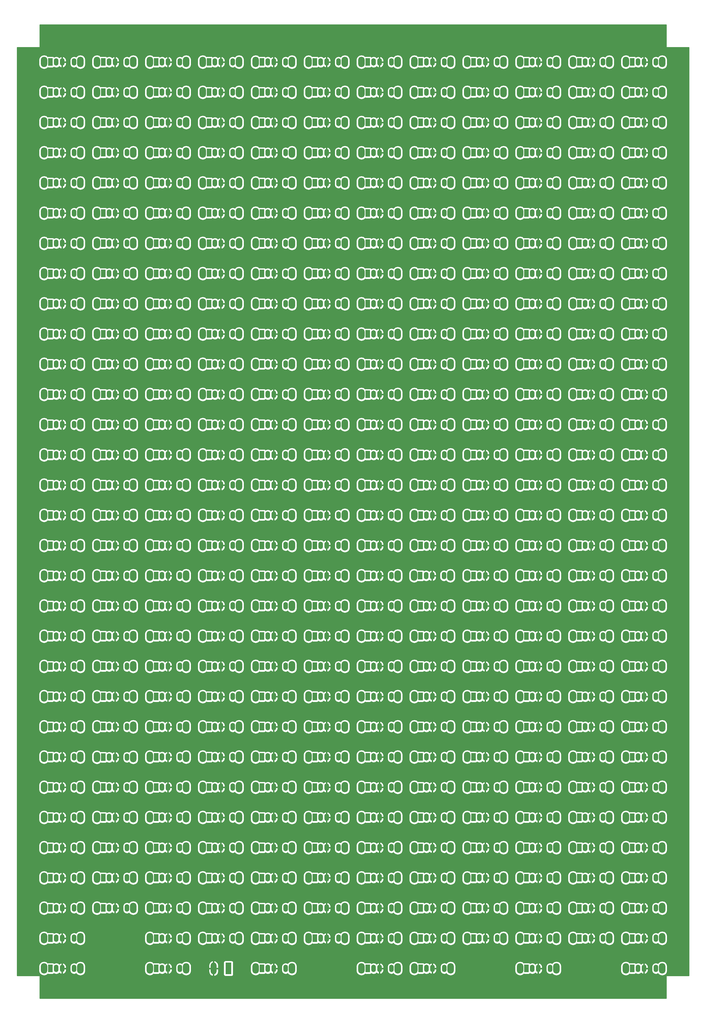
<source format=gbr>
G04 #@! TF.GenerationSoftware,KiCad,Pcbnew,(5.0.0)*
G04 #@! TF.CreationDate,2018-11-14T19:44:40+01:00*
G04 #@! TF.ProjectId,motivational board,6D6F7469766174696F6E616C20626F61,rev?*
G04 #@! TF.SameCoordinates,Original*
G04 #@! TF.FileFunction,Copper,L2,Bot,Signal*
G04 #@! TF.FilePolarity,Positive*
%FSLAX46Y46*%
G04 Gerber Fmt 4.6, Leading zero omitted, Abs format (unit mm)*
G04 Created by KiCad (PCBNEW (5.0.0)) date 11/14/18 19:44:40*
%MOMM*%
%LPD*%
G01*
G04 APERTURE LIST*
G04 #@! TA.AperFunction,ComponentPad*
%ADD10R,1.980000X3.960000*%
G04 #@! TD*
G04 #@! TA.AperFunction,ComponentPad*
%ADD11O,1.980000X3.960000*%
G04 #@! TD*
G04 #@! TA.AperFunction,ComponentPad*
%ADD12O,1.500000X2.500000*%
G04 #@! TD*
G04 #@! TA.AperFunction,ComponentPad*
%ADD13R,1.500000X2.500000*%
G04 #@! TD*
G04 #@! TA.AperFunction,ComponentPad*
%ADD14O,2.200000X3.500000*%
G04 #@! TD*
G04 #@! TA.AperFunction,Conductor*
%ADD15C,0.254000*%
G04 #@! TD*
G04 APERTURE END LIST*
D10*
G04 #@! TO.P,J1,1*
G04 #@! TO.N,VCC*
X73660000Y-320040000D03*
D11*
G04 #@! TO.P,J1,2*
G04 #@! TO.N,GND*
X68660000Y-320040000D03*
G04 #@! TD*
D12*
G04 #@! TO.P,SW1,4*
G04 #@! TO.N,Net-(D1-Pad2)*
X21780000Y-15240000D03*
D13*
G04 #@! TO.P,SW1,1*
G04 #@! TO.N,Net-(D1-Pad1)*
X13780000Y-15240000D03*
D12*
G04 #@! TO.P,SW1,2*
G04 #@! TO.N,Net-(D1-Pad3)*
X15780000Y-15240000D03*
G04 #@! TO.P,SW1,3*
G04 #@! TO.N,GND*
X17780000Y-15240000D03*
D14*
G04 #@! TO.P,SW1,*
G04 #@! TO.N,*
X11680000Y-15240000D03*
X23880000Y-15240000D03*
G04 #@! TD*
G04 #@! TO.P,SW2,*
G04 #@! TO.N,*
X23880000Y-25400000D03*
X11680000Y-25400000D03*
D12*
G04 #@! TO.P,SW2,3*
G04 #@! TO.N,GND*
X17780000Y-25400000D03*
G04 #@! TO.P,SW2,2*
G04 #@! TO.N,Net-(D2-Pad3)*
X15780000Y-25400000D03*
D13*
G04 #@! TO.P,SW2,1*
G04 #@! TO.N,Net-(D2-Pad1)*
X13780000Y-25400000D03*
D12*
G04 #@! TO.P,SW2,4*
G04 #@! TO.N,Net-(D2-Pad2)*
X21780000Y-25400000D03*
G04 #@! TD*
G04 #@! TO.P,SW3,4*
G04 #@! TO.N,Net-(D3-Pad2)*
X21780000Y-35560000D03*
D13*
G04 #@! TO.P,SW3,1*
G04 #@! TO.N,Net-(D3-Pad1)*
X13780000Y-35560000D03*
D12*
G04 #@! TO.P,SW3,2*
G04 #@! TO.N,Net-(D3-Pad3)*
X15780000Y-35560000D03*
G04 #@! TO.P,SW3,3*
G04 #@! TO.N,GND*
X17780000Y-35560000D03*
D14*
G04 #@! TO.P,SW3,*
G04 #@! TO.N,*
X11680000Y-35560000D03*
X23880000Y-35560000D03*
G04 #@! TD*
D12*
G04 #@! TO.P,SW4,4*
G04 #@! TO.N,Net-(D4-Pad2)*
X21780000Y-45720000D03*
D13*
G04 #@! TO.P,SW4,1*
G04 #@! TO.N,Net-(D4-Pad1)*
X13780000Y-45720000D03*
D12*
G04 #@! TO.P,SW4,2*
G04 #@! TO.N,Net-(D4-Pad3)*
X15780000Y-45720000D03*
G04 #@! TO.P,SW4,3*
G04 #@! TO.N,GND*
X17780000Y-45720000D03*
D14*
G04 #@! TO.P,SW4,*
G04 #@! TO.N,*
X11680000Y-45720000D03*
X23880000Y-45720000D03*
G04 #@! TD*
G04 #@! TO.P,SW5,*
G04 #@! TO.N,*
X23880000Y-55880000D03*
X11680000Y-55880000D03*
D12*
G04 #@! TO.P,SW5,3*
G04 #@! TO.N,GND*
X17780000Y-55880000D03*
G04 #@! TO.P,SW5,2*
G04 #@! TO.N,Net-(D5-Pad3)*
X15780000Y-55880000D03*
D13*
G04 #@! TO.P,SW5,1*
G04 #@! TO.N,Net-(D5-Pad1)*
X13780000Y-55880000D03*
D12*
G04 #@! TO.P,SW5,4*
G04 #@! TO.N,Net-(D5-Pad2)*
X21780000Y-55880000D03*
G04 #@! TD*
G04 #@! TO.P,SW6,4*
G04 #@! TO.N,Net-(D6-Pad2)*
X21780000Y-66040000D03*
D13*
G04 #@! TO.P,SW6,1*
G04 #@! TO.N,Net-(D6-Pad1)*
X13780000Y-66040000D03*
D12*
G04 #@! TO.P,SW6,2*
G04 #@! TO.N,Net-(D6-Pad3)*
X15780000Y-66040000D03*
G04 #@! TO.P,SW6,3*
G04 #@! TO.N,GND*
X17780000Y-66040000D03*
D14*
G04 #@! TO.P,SW6,*
G04 #@! TO.N,*
X11680000Y-66040000D03*
X23880000Y-66040000D03*
G04 #@! TD*
D12*
G04 #@! TO.P,SW7,4*
G04 #@! TO.N,Net-(D7-Pad2)*
X21780000Y-76200000D03*
D13*
G04 #@! TO.P,SW7,1*
G04 #@! TO.N,Net-(D7-Pad1)*
X13780000Y-76200000D03*
D12*
G04 #@! TO.P,SW7,2*
G04 #@! TO.N,Net-(D7-Pad3)*
X15780000Y-76200000D03*
G04 #@! TO.P,SW7,3*
G04 #@! TO.N,GND*
X17780000Y-76200000D03*
D14*
G04 #@! TO.P,SW7,*
G04 #@! TO.N,*
X11680000Y-76200000D03*
X23880000Y-76200000D03*
G04 #@! TD*
G04 #@! TO.P,SW8,*
G04 #@! TO.N,*
X23880000Y-86360000D03*
X11680000Y-86360000D03*
D12*
G04 #@! TO.P,SW8,3*
G04 #@! TO.N,GND*
X17780000Y-86360000D03*
G04 #@! TO.P,SW8,2*
G04 #@! TO.N,Net-(D8-Pad3)*
X15780000Y-86360000D03*
D13*
G04 #@! TO.P,SW8,1*
G04 #@! TO.N,Net-(D8-Pad1)*
X13780000Y-86360000D03*
D12*
G04 #@! TO.P,SW8,4*
G04 #@! TO.N,Net-(D8-Pad2)*
X21780000Y-86360000D03*
G04 #@! TD*
D14*
G04 #@! TO.P,SW9,*
G04 #@! TO.N,*
X23880000Y-96520000D03*
X11680000Y-96520000D03*
D12*
G04 #@! TO.P,SW9,3*
G04 #@! TO.N,GND*
X17780000Y-96520000D03*
G04 #@! TO.P,SW9,2*
G04 #@! TO.N,Net-(D9-Pad3)*
X15780000Y-96520000D03*
D13*
G04 #@! TO.P,SW9,1*
G04 #@! TO.N,Net-(D9-Pad1)*
X13780000Y-96520000D03*
D12*
G04 #@! TO.P,SW9,4*
G04 #@! TO.N,Net-(D9-Pad2)*
X21780000Y-96520000D03*
G04 #@! TD*
D14*
G04 #@! TO.P,SW10,*
G04 #@! TO.N,*
X23880000Y-106680000D03*
X11680000Y-106680000D03*
D12*
G04 #@! TO.P,SW10,3*
G04 #@! TO.N,GND*
X17780000Y-106680000D03*
G04 #@! TO.P,SW10,2*
G04 #@! TO.N,Net-(D10-Pad3)*
X15780000Y-106680000D03*
D13*
G04 #@! TO.P,SW10,1*
G04 #@! TO.N,Net-(D10-Pad1)*
X13780000Y-106680000D03*
D12*
G04 #@! TO.P,SW10,4*
G04 #@! TO.N,Net-(D10-Pad2)*
X21780000Y-106680000D03*
G04 #@! TD*
D14*
G04 #@! TO.P,SW11,*
G04 #@! TO.N,*
X23880000Y-116840000D03*
X11680000Y-116840000D03*
D12*
G04 #@! TO.P,SW11,3*
G04 #@! TO.N,GND*
X17780000Y-116840000D03*
G04 #@! TO.P,SW11,2*
G04 #@! TO.N,Net-(D11-Pad3)*
X15780000Y-116840000D03*
D13*
G04 #@! TO.P,SW11,1*
G04 #@! TO.N,Net-(D11-Pad1)*
X13780000Y-116840000D03*
D12*
G04 #@! TO.P,SW11,4*
G04 #@! TO.N,Net-(D11-Pad2)*
X21780000Y-116840000D03*
G04 #@! TD*
D14*
G04 #@! TO.P,SW12,*
G04 #@! TO.N,*
X23880000Y-127000000D03*
X11680000Y-127000000D03*
D12*
G04 #@! TO.P,SW12,3*
G04 #@! TO.N,GND*
X17780000Y-127000000D03*
G04 #@! TO.P,SW12,2*
G04 #@! TO.N,Net-(D12-Pad3)*
X15780000Y-127000000D03*
D13*
G04 #@! TO.P,SW12,1*
G04 #@! TO.N,Net-(D12-Pad1)*
X13780000Y-127000000D03*
D12*
G04 #@! TO.P,SW12,4*
G04 #@! TO.N,Net-(D12-Pad2)*
X21780000Y-127000000D03*
G04 #@! TD*
G04 #@! TO.P,SW13,4*
G04 #@! TO.N,Net-(D13-Pad2)*
X21780000Y-137160000D03*
D13*
G04 #@! TO.P,SW13,1*
G04 #@! TO.N,Net-(D13-Pad1)*
X13780000Y-137160000D03*
D12*
G04 #@! TO.P,SW13,2*
G04 #@! TO.N,Net-(D13-Pad3)*
X15780000Y-137160000D03*
G04 #@! TO.P,SW13,3*
G04 #@! TO.N,GND*
X17780000Y-137160000D03*
D14*
G04 #@! TO.P,SW13,*
G04 #@! TO.N,*
X11680000Y-137160000D03*
X23880000Y-137160000D03*
G04 #@! TD*
D12*
G04 #@! TO.P,SW14,4*
G04 #@! TO.N,Net-(D14-Pad2)*
X21780000Y-147320000D03*
D13*
G04 #@! TO.P,SW14,1*
G04 #@! TO.N,Net-(D14-Pad1)*
X13780000Y-147320000D03*
D12*
G04 #@! TO.P,SW14,2*
G04 #@! TO.N,Net-(D14-Pad3)*
X15780000Y-147320000D03*
G04 #@! TO.P,SW14,3*
G04 #@! TO.N,GND*
X17780000Y-147320000D03*
D14*
G04 #@! TO.P,SW14,*
G04 #@! TO.N,*
X11680000Y-147320000D03*
X23880000Y-147320000D03*
G04 #@! TD*
D12*
G04 #@! TO.P,SW15,4*
G04 #@! TO.N,Net-(D15-Pad2)*
X21780000Y-157480000D03*
D13*
G04 #@! TO.P,SW15,1*
G04 #@! TO.N,Net-(D15-Pad1)*
X13780000Y-157480000D03*
D12*
G04 #@! TO.P,SW15,2*
G04 #@! TO.N,Net-(D15-Pad3)*
X15780000Y-157480000D03*
G04 #@! TO.P,SW15,3*
G04 #@! TO.N,GND*
X17780000Y-157480000D03*
D14*
G04 #@! TO.P,SW15,*
G04 #@! TO.N,*
X11680000Y-157480000D03*
X23880000Y-157480000D03*
G04 #@! TD*
D12*
G04 #@! TO.P,SW16,4*
G04 #@! TO.N,Net-(D16-Pad2)*
X21780000Y-167640000D03*
D13*
G04 #@! TO.P,SW16,1*
G04 #@! TO.N,Net-(D16-Pad1)*
X13780000Y-167640000D03*
D12*
G04 #@! TO.P,SW16,2*
G04 #@! TO.N,Net-(D16-Pad3)*
X15780000Y-167640000D03*
G04 #@! TO.P,SW16,3*
G04 #@! TO.N,GND*
X17780000Y-167640000D03*
D14*
G04 #@! TO.P,SW16,*
G04 #@! TO.N,*
X11680000Y-167640000D03*
X23880000Y-167640000D03*
G04 #@! TD*
G04 #@! TO.P,SW17,*
G04 #@! TO.N,*
X23880000Y-177800000D03*
X11680000Y-177800000D03*
D12*
G04 #@! TO.P,SW17,3*
G04 #@! TO.N,GND*
X17780000Y-177800000D03*
G04 #@! TO.P,SW17,2*
G04 #@! TO.N,Net-(D17-Pad3)*
X15780000Y-177800000D03*
D13*
G04 #@! TO.P,SW17,1*
G04 #@! TO.N,Net-(D17-Pad1)*
X13780000Y-177800000D03*
D12*
G04 #@! TO.P,SW17,4*
G04 #@! TO.N,Net-(D17-Pad2)*
X21780000Y-177800000D03*
G04 #@! TD*
D14*
G04 #@! TO.P,SW18,*
G04 #@! TO.N,*
X23880000Y-187960000D03*
X11680000Y-187960000D03*
D12*
G04 #@! TO.P,SW18,3*
G04 #@! TO.N,GND*
X17780000Y-187960000D03*
G04 #@! TO.P,SW18,2*
G04 #@! TO.N,Net-(D18-Pad3)*
X15780000Y-187960000D03*
D13*
G04 #@! TO.P,SW18,1*
G04 #@! TO.N,Net-(D18-Pad1)*
X13780000Y-187960000D03*
D12*
G04 #@! TO.P,SW18,4*
G04 #@! TO.N,Net-(D18-Pad2)*
X21780000Y-187960000D03*
G04 #@! TD*
D14*
G04 #@! TO.P,SW19,*
G04 #@! TO.N,*
X23880000Y-198120000D03*
X11680000Y-198120000D03*
D12*
G04 #@! TO.P,SW19,3*
G04 #@! TO.N,GND*
X17780000Y-198120000D03*
G04 #@! TO.P,SW19,2*
G04 #@! TO.N,Net-(D19-Pad3)*
X15780000Y-198120000D03*
D13*
G04 #@! TO.P,SW19,1*
G04 #@! TO.N,Net-(D19-Pad1)*
X13780000Y-198120000D03*
D12*
G04 #@! TO.P,SW19,4*
G04 #@! TO.N,Net-(D19-Pad2)*
X21780000Y-198120000D03*
G04 #@! TD*
D14*
G04 #@! TO.P,SW20,*
G04 #@! TO.N,*
X23880000Y-208280000D03*
X11680000Y-208280000D03*
D12*
G04 #@! TO.P,SW20,3*
G04 #@! TO.N,GND*
X17780000Y-208280000D03*
G04 #@! TO.P,SW20,2*
G04 #@! TO.N,Net-(D20-Pad3)*
X15780000Y-208280000D03*
D13*
G04 #@! TO.P,SW20,1*
G04 #@! TO.N,Net-(D20-Pad1)*
X13780000Y-208280000D03*
D12*
G04 #@! TO.P,SW20,4*
G04 #@! TO.N,Net-(D20-Pad2)*
X21780000Y-208280000D03*
G04 #@! TD*
G04 #@! TO.P,SW21,4*
G04 #@! TO.N,Net-(D21-Pad2)*
X21780000Y-218440000D03*
D13*
G04 #@! TO.P,SW21,1*
G04 #@! TO.N,Net-(D21-Pad1)*
X13780000Y-218440000D03*
D12*
G04 #@! TO.P,SW21,2*
G04 #@! TO.N,Net-(D21-Pad3)*
X15780000Y-218440000D03*
G04 #@! TO.P,SW21,3*
G04 #@! TO.N,GND*
X17780000Y-218440000D03*
D14*
G04 #@! TO.P,SW21,*
G04 #@! TO.N,*
X11680000Y-218440000D03*
X23880000Y-218440000D03*
G04 #@! TD*
D12*
G04 #@! TO.P,SW22,4*
G04 #@! TO.N,Net-(D22-Pad2)*
X21780000Y-228600000D03*
D13*
G04 #@! TO.P,SW22,1*
G04 #@! TO.N,Net-(D22-Pad1)*
X13780000Y-228600000D03*
D12*
G04 #@! TO.P,SW22,2*
G04 #@! TO.N,Net-(D22-Pad3)*
X15780000Y-228600000D03*
G04 #@! TO.P,SW22,3*
G04 #@! TO.N,GND*
X17780000Y-228600000D03*
D14*
G04 #@! TO.P,SW22,*
G04 #@! TO.N,*
X11680000Y-228600000D03*
X23880000Y-228600000D03*
G04 #@! TD*
D12*
G04 #@! TO.P,SW23,4*
G04 #@! TO.N,Net-(D23-Pad2)*
X21780000Y-238760000D03*
D13*
G04 #@! TO.P,SW23,1*
G04 #@! TO.N,Net-(D23-Pad1)*
X13780000Y-238760000D03*
D12*
G04 #@! TO.P,SW23,2*
G04 #@! TO.N,Net-(D23-Pad3)*
X15780000Y-238760000D03*
G04 #@! TO.P,SW23,3*
G04 #@! TO.N,GND*
X17780000Y-238760000D03*
D14*
G04 #@! TO.P,SW23,*
G04 #@! TO.N,*
X11680000Y-238760000D03*
X23880000Y-238760000D03*
G04 #@! TD*
D12*
G04 #@! TO.P,SW24,4*
G04 #@! TO.N,Net-(D24-Pad2)*
X21780000Y-248920000D03*
D13*
G04 #@! TO.P,SW24,1*
G04 #@! TO.N,Net-(D24-Pad1)*
X13780000Y-248920000D03*
D12*
G04 #@! TO.P,SW24,2*
G04 #@! TO.N,Net-(D24-Pad3)*
X15780000Y-248920000D03*
G04 #@! TO.P,SW24,3*
G04 #@! TO.N,GND*
X17780000Y-248920000D03*
D14*
G04 #@! TO.P,SW24,*
G04 #@! TO.N,*
X11680000Y-248920000D03*
X23880000Y-248920000D03*
G04 #@! TD*
D12*
G04 #@! TO.P,SW25,4*
G04 #@! TO.N,Net-(D25-Pad2)*
X21780000Y-259080000D03*
D13*
G04 #@! TO.P,SW25,1*
G04 #@! TO.N,Net-(D25-Pad1)*
X13780000Y-259080000D03*
D12*
G04 #@! TO.P,SW25,2*
G04 #@! TO.N,Net-(D25-Pad3)*
X15780000Y-259080000D03*
G04 #@! TO.P,SW25,3*
G04 #@! TO.N,GND*
X17780000Y-259080000D03*
D14*
G04 #@! TO.P,SW25,*
G04 #@! TO.N,*
X11680000Y-259080000D03*
X23880000Y-259080000D03*
G04 #@! TD*
G04 #@! TO.P,SW26,*
G04 #@! TO.N,*
X23880000Y-269240000D03*
X11680000Y-269240000D03*
D12*
G04 #@! TO.P,SW26,3*
G04 #@! TO.N,GND*
X17780000Y-269240000D03*
G04 #@! TO.P,SW26,2*
G04 #@! TO.N,Net-(D26-Pad3)*
X15780000Y-269240000D03*
D13*
G04 #@! TO.P,SW26,1*
G04 #@! TO.N,Net-(D26-Pad1)*
X13780000Y-269240000D03*
D12*
G04 #@! TO.P,SW26,4*
G04 #@! TO.N,Net-(D26-Pad2)*
X21780000Y-269240000D03*
G04 #@! TD*
D14*
G04 #@! TO.P,SW27,*
G04 #@! TO.N,*
X23880000Y-279400000D03*
X11680000Y-279400000D03*
D12*
G04 #@! TO.P,SW27,3*
G04 #@! TO.N,GND*
X17780000Y-279400000D03*
G04 #@! TO.P,SW27,2*
G04 #@! TO.N,Net-(D27-Pad3)*
X15780000Y-279400000D03*
D13*
G04 #@! TO.P,SW27,1*
G04 #@! TO.N,Net-(D27-Pad1)*
X13780000Y-279400000D03*
D12*
G04 #@! TO.P,SW27,4*
G04 #@! TO.N,Net-(D27-Pad2)*
X21780000Y-279400000D03*
G04 #@! TD*
G04 #@! TO.P,SW28,4*
G04 #@! TO.N,Net-(D28-Pad2)*
X21780000Y-289560000D03*
D13*
G04 #@! TO.P,SW28,1*
G04 #@! TO.N,Net-(D28-Pad1)*
X13780000Y-289560000D03*
D12*
G04 #@! TO.P,SW28,2*
G04 #@! TO.N,Net-(D28-Pad3)*
X15780000Y-289560000D03*
G04 #@! TO.P,SW28,3*
G04 #@! TO.N,GND*
X17780000Y-289560000D03*
D14*
G04 #@! TO.P,SW28,*
G04 #@! TO.N,*
X11680000Y-289560000D03*
X23880000Y-289560000D03*
G04 #@! TD*
G04 #@! TO.P,SW29,*
G04 #@! TO.N,*
X23880000Y-299720000D03*
X11680000Y-299720000D03*
D12*
G04 #@! TO.P,SW29,3*
G04 #@! TO.N,GND*
X17780000Y-299720000D03*
G04 #@! TO.P,SW29,2*
G04 #@! TO.N,Net-(D29-Pad3)*
X15780000Y-299720000D03*
D13*
G04 #@! TO.P,SW29,1*
G04 #@! TO.N,Net-(D29-Pad1)*
X13780000Y-299720000D03*
D12*
G04 #@! TO.P,SW29,4*
G04 #@! TO.N,Net-(D29-Pad2)*
X21780000Y-299720000D03*
G04 #@! TD*
D14*
G04 #@! TO.P,SW30,*
G04 #@! TO.N,*
X23880000Y-309880000D03*
X11680000Y-309880000D03*
D12*
G04 #@! TO.P,SW30,3*
G04 #@! TO.N,GND*
X17780000Y-309880000D03*
G04 #@! TO.P,SW30,2*
G04 #@! TO.N,Net-(D30-Pad3)*
X15780000Y-309880000D03*
D13*
G04 #@! TO.P,SW30,1*
G04 #@! TO.N,Net-(D30-Pad1)*
X13780000Y-309880000D03*
D12*
G04 #@! TO.P,SW30,4*
G04 #@! TO.N,Net-(D30-Pad2)*
X21780000Y-309880000D03*
G04 #@! TD*
G04 #@! TO.P,SW31,4*
G04 #@! TO.N,Net-(D31-Pad2)*
X21780000Y-320040000D03*
D13*
G04 #@! TO.P,SW31,1*
G04 #@! TO.N,Net-(D31-Pad1)*
X13780000Y-320040000D03*
D12*
G04 #@! TO.P,SW31,2*
G04 #@! TO.N,Net-(D31-Pad3)*
X15780000Y-320040000D03*
G04 #@! TO.P,SW31,3*
G04 #@! TO.N,GND*
X17780000Y-320040000D03*
D14*
G04 #@! TO.P,SW31,*
G04 #@! TO.N,*
X11680000Y-320040000D03*
X23880000Y-320040000D03*
G04 #@! TD*
G04 #@! TO.P,SW32,*
G04 #@! TO.N,*
X41660000Y-15240000D03*
X29460000Y-15240000D03*
D12*
G04 #@! TO.P,SW32,3*
G04 #@! TO.N,GND*
X35560000Y-15240000D03*
G04 #@! TO.P,SW32,2*
G04 #@! TO.N,Net-(D32-Pad3)*
X33560000Y-15240000D03*
D13*
G04 #@! TO.P,SW32,1*
G04 #@! TO.N,Net-(D32-Pad1)*
X31560000Y-15240000D03*
D12*
G04 #@! TO.P,SW32,4*
G04 #@! TO.N,Net-(D32-Pad2)*
X39560000Y-15240000D03*
G04 #@! TD*
D14*
G04 #@! TO.P,SW33,*
G04 #@! TO.N,*
X41660000Y-25400000D03*
X29460000Y-25400000D03*
D12*
G04 #@! TO.P,SW33,3*
G04 #@! TO.N,GND*
X35560000Y-25400000D03*
G04 #@! TO.P,SW33,2*
G04 #@! TO.N,Net-(D33-Pad3)*
X33560000Y-25400000D03*
D13*
G04 #@! TO.P,SW33,1*
G04 #@! TO.N,Net-(D33-Pad1)*
X31560000Y-25400000D03*
D12*
G04 #@! TO.P,SW33,4*
G04 #@! TO.N,Net-(D33-Pad2)*
X39560000Y-25400000D03*
G04 #@! TD*
G04 #@! TO.P,SW34,4*
G04 #@! TO.N,Net-(D34-Pad2)*
X39560000Y-35560000D03*
D13*
G04 #@! TO.P,SW34,1*
G04 #@! TO.N,Net-(D34-Pad1)*
X31560000Y-35560000D03*
D12*
G04 #@! TO.P,SW34,2*
G04 #@! TO.N,Net-(D34-Pad3)*
X33560000Y-35560000D03*
G04 #@! TO.P,SW34,3*
G04 #@! TO.N,GND*
X35560000Y-35560000D03*
D14*
G04 #@! TO.P,SW34,*
G04 #@! TO.N,*
X29460000Y-35560000D03*
X41660000Y-35560000D03*
G04 #@! TD*
G04 #@! TO.P,SW35,*
G04 #@! TO.N,*
X41660000Y-45720000D03*
X29460000Y-45720000D03*
D12*
G04 #@! TO.P,SW35,3*
G04 #@! TO.N,GND*
X35560000Y-45720000D03*
G04 #@! TO.P,SW35,2*
G04 #@! TO.N,Net-(D35-Pad3)*
X33560000Y-45720000D03*
D13*
G04 #@! TO.P,SW35,1*
G04 #@! TO.N,Net-(D35-Pad1)*
X31560000Y-45720000D03*
D12*
G04 #@! TO.P,SW35,4*
G04 #@! TO.N,Net-(D35-Pad2)*
X39560000Y-45720000D03*
G04 #@! TD*
D14*
G04 #@! TO.P,SW36,*
G04 #@! TO.N,*
X41660000Y-55880000D03*
X29460000Y-55880000D03*
D12*
G04 #@! TO.P,SW36,3*
G04 #@! TO.N,GND*
X35560000Y-55880000D03*
G04 #@! TO.P,SW36,2*
G04 #@! TO.N,Net-(D36-Pad3)*
X33560000Y-55880000D03*
D13*
G04 #@! TO.P,SW36,1*
G04 #@! TO.N,Net-(D36-Pad1)*
X31560000Y-55880000D03*
D12*
G04 #@! TO.P,SW36,4*
G04 #@! TO.N,Net-(D36-Pad2)*
X39560000Y-55880000D03*
G04 #@! TD*
G04 #@! TO.P,SW37,4*
G04 #@! TO.N,Net-(D37-Pad2)*
X39560000Y-66040000D03*
D13*
G04 #@! TO.P,SW37,1*
G04 #@! TO.N,Net-(D37-Pad1)*
X31560000Y-66040000D03*
D12*
G04 #@! TO.P,SW37,2*
G04 #@! TO.N,Net-(D37-Pad3)*
X33560000Y-66040000D03*
G04 #@! TO.P,SW37,3*
G04 #@! TO.N,GND*
X35560000Y-66040000D03*
D14*
G04 #@! TO.P,SW37,*
G04 #@! TO.N,*
X29460000Y-66040000D03*
X41660000Y-66040000D03*
G04 #@! TD*
G04 #@! TO.P,SW38,*
G04 #@! TO.N,*
X41660000Y-76200000D03*
X29460000Y-76200000D03*
D12*
G04 #@! TO.P,SW38,3*
G04 #@! TO.N,GND*
X35560000Y-76200000D03*
G04 #@! TO.P,SW38,2*
G04 #@! TO.N,Net-(D38-Pad3)*
X33560000Y-76200000D03*
D13*
G04 #@! TO.P,SW38,1*
G04 #@! TO.N,Net-(D38-Pad1)*
X31560000Y-76200000D03*
D12*
G04 #@! TO.P,SW38,4*
G04 #@! TO.N,Net-(D38-Pad2)*
X39560000Y-76200000D03*
G04 #@! TD*
D14*
G04 #@! TO.P,SW39,*
G04 #@! TO.N,*
X41660000Y-86360000D03*
X29460000Y-86360000D03*
D12*
G04 #@! TO.P,SW39,3*
G04 #@! TO.N,GND*
X35560000Y-86360000D03*
G04 #@! TO.P,SW39,2*
G04 #@! TO.N,Net-(D39-Pad3)*
X33560000Y-86360000D03*
D13*
G04 #@! TO.P,SW39,1*
G04 #@! TO.N,Net-(D39-Pad1)*
X31560000Y-86360000D03*
D12*
G04 #@! TO.P,SW39,4*
G04 #@! TO.N,Net-(D39-Pad2)*
X39560000Y-86360000D03*
G04 #@! TD*
G04 #@! TO.P,SW40,4*
G04 #@! TO.N,Net-(D40-Pad2)*
X39560000Y-96520000D03*
D13*
G04 #@! TO.P,SW40,1*
G04 #@! TO.N,Net-(D40-Pad1)*
X31560000Y-96520000D03*
D12*
G04 #@! TO.P,SW40,2*
G04 #@! TO.N,Net-(D40-Pad3)*
X33560000Y-96520000D03*
G04 #@! TO.P,SW40,3*
G04 #@! TO.N,GND*
X35560000Y-96520000D03*
D14*
G04 #@! TO.P,SW40,*
G04 #@! TO.N,*
X29460000Y-96520000D03*
X41660000Y-96520000D03*
G04 #@! TD*
G04 #@! TO.P,SW41,*
G04 #@! TO.N,*
X41660000Y-106680000D03*
X29460000Y-106680000D03*
D12*
G04 #@! TO.P,SW41,3*
G04 #@! TO.N,GND*
X35560000Y-106680000D03*
G04 #@! TO.P,SW41,2*
G04 #@! TO.N,Net-(D41-Pad3)*
X33560000Y-106680000D03*
D13*
G04 #@! TO.P,SW41,1*
G04 #@! TO.N,Net-(D41-Pad1)*
X31560000Y-106680000D03*
D12*
G04 #@! TO.P,SW41,4*
G04 #@! TO.N,Net-(D41-Pad2)*
X39560000Y-106680000D03*
G04 #@! TD*
D14*
G04 #@! TO.P,SW42,*
G04 #@! TO.N,*
X41660000Y-116840000D03*
X29460000Y-116840000D03*
D12*
G04 #@! TO.P,SW42,3*
G04 #@! TO.N,GND*
X35560000Y-116840000D03*
G04 #@! TO.P,SW42,2*
G04 #@! TO.N,Net-(D42-Pad3)*
X33560000Y-116840000D03*
D13*
G04 #@! TO.P,SW42,1*
G04 #@! TO.N,Net-(D42-Pad1)*
X31560000Y-116840000D03*
D12*
G04 #@! TO.P,SW42,4*
G04 #@! TO.N,Net-(D42-Pad2)*
X39560000Y-116840000D03*
G04 #@! TD*
D14*
G04 #@! TO.P,SW43,*
G04 #@! TO.N,*
X41660000Y-127000000D03*
X29460000Y-127000000D03*
D12*
G04 #@! TO.P,SW43,3*
G04 #@! TO.N,GND*
X35560000Y-127000000D03*
G04 #@! TO.P,SW43,2*
G04 #@! TO.N,Net-(D43-Pad3)*
X33560000Y-127000000D03*
D13*
G04 #@! TO.P,SW43,1*
G04 #@! TO.N,Net-(D43-Pad1)*
X31560000Y-127000000D03*
D12*
G04 #@! TO.P,SW43,4*
G04 #@! TO.N,Net-(D43-Pad2)*
X39560000Y-127000000D03*
G04 #@! TD*
D14*
G04 #@! TO.P,SW44,*
G04 #@! TO.N,*
X41660000Y-137160000D03*
X29460000Y-137160000D03*
D12*
G04 #@! TO.P,SW44,3*
G04 #@! TO.N,GND*
X35560000Y-137160000D03*
G04 #@! TO.P,SW44,2*
G04 #@! TO.N,Net-(D44-Pad3)*
X33560000Y-137160000D03*
D13*
G04 #@! TO.P,SW44,1*
G04 #@! TO.N,Net-(D44-Pad1)*
X31560000Y-137160000D03*
D12*
G04 #@! TO.P,SW44,4*
G04 #@! TO.N,Net-(D44-Pad2)*
X39560000Y-137160000D03*
G04 #@! TD*
D14*
G04 #@! TO.P,SW45,*
G04 #@! TO.N,*
X41660000Y-147320000D03*
X29460000Y-147320000D03*
D12*
G04 #@! TO.P,SW45,3*
G04 #@! TO.N,GND*
X35560000Y-147320000D03*
G04 #@! TO.P,SW45,2*
G04 #@! TO.N,Net-(D45-Pad3)*
X33560000Y-147320000D03*
D13*
G04 #@! TO.P,SW45,1*
G04 #@! TO.N,Net-(D45-Pad1)*
X31560000Y-147320000D03*
D12*
G04 #@! TO.P,SW45,4*
G04 #@! TO.N,Net-(D45-Pad2)*
X39560000Y-147320000D03*
G04 #@! TD*
G04 #@! TO.P,SW46,4*
G04 #@! TO.N,Net-(D46-Pad2)*
X39560000Y-157480000D03*
D13*
G04 #@! TO.P,SW46,1*
G04 #@! TO.N,Net-(D46-Pad1)*
X31560000Y-157480000D03*
D12*
G04 #@! TO.P,SW46,2*
G04 #@! TO.N,Net-(D46-Pad3)*
X33560000Y-157480000D03*
G04 #@! TO.P,SW46,3*
G04 #@! TO.N,GND*
X35560000Y-157480000D03*
D14*
G04 #@! TO.P,SW46,*
G04 #@! TO.N,*
X29460000Y-157480000D03*
X41660000Y-157480000D03*
G04 #@! TD*
G04 #@! TO.P,SW47,*
G04 #@! TO.N,*
X41660000Y-167640000D03*
X29460000Y-167640000D03*
D12*
G04 #@! TO.P,SW47,3*
G04 #@! TO.N,GND*
X35560000Y-167640000D03*
G04 #@! TO.P,SW47,2*
G04 #@! TO.N,Net-(D47-Pad3)*
X33560000Y-167640000D03*
D13*
G04 #@! TO.P,SW47,1*
G04 #@! TO.N,Net-(D47-Pad1)*
X31560000Y-167640000D03*
D12*
G04 #@! TO.P,SW47,4*
G04 #@! TO.N,Net-(D47-Pad2)*
X39560000Y-167640000D03*
G04 #@! TD*
D14*
G04 #@! TO.P,SW48,*
G04 #@! TO.N,*
X41660000Y-177800000D03*
X29460000Y-177800000D03*
D12*
G04 #@! TO.P,SW48,3*
G04 #@! TO.N,GND*
X35560000Y-177800000D03*
G04 #@! TO.P,SW48,2*
G04 #@! TO.N,Net-(D48-Pad3)*
X33560000Y-177800000D03*
D13*
G04 #@! TO.P,SW48,1*
G04 #@! TO.N,Net-(D48-Pad1)*
X31560000Y-177800000D03*
D12*
G04 #@! TO.P,SW48,4*
G04 #@! TO.N,Net-(D48-Pad2)*
X39560000Y-177800000D03*
G04 #@! TD*
G04 #@! TO.P,SW49,4*
G04 #@! TO.N,Net-(D49-Pad2)*
X39560000Y-187960000D03*
D13*
G04 #@! TO.P,SW49,1*
G04 #@! TO.N,Net-(D49-Pad1)*
X31560000Y-187960000D03*
D12*
G04 #@! TO.P,SW49,2*
G04 #@! TO.N,Net-(D49-Pad3)*
X33560000Y-187960000D03*
G04 #@! TO.P,SW49,3*
G04 #@! TO.N,GND*
X35560000Y-187960000D03*
D14*
G04 #@! TO.P,SW49,*
G04 #@! TO.N,*
X29460000Y-187960000D03*
X41660000Y-187960000D03*
G04 #@! TD*
G04 #@! TO.P,SW50,*
G04 #@! TO.N,*
X41660000Y-198120000D03*
X29460000Y-198120000D03*
D12*
G04 #@! TO.P,SW50,3*
G04 #@! TO.N,GND*
X35560000Y-198120000D03*
G04 #@! TO.P,SW50,2*
G04 #@! TO.N,Net-(D50-Pad3)*
X33560000Y-198120000D03*
D13*
G04 #@! TO.P,SW50,1*
G04 #@! TO.N,Net-(D50-Pad1)*
X31560000Y-198120000D03*
D12*
G04 #@! TO.P,SW50,4*
G04 #@! TO.N,Net-(D50-Pad2)*
X39560000Y-198120000D03*
G04 #@! TD*
D14*
G04 #@! TO.P,SW51,*
G04 #@! TO.N,*
X41660000Y-208280000D03*
X29460000Y-208280000D03*
D12*
G04 #@! TO.P,SW51,3*
G04 #@! TO.N,GND*
X35560000Y-208280000D03*
G04 #@! TO.P,SW51,2*
G04 #@! TO.N,Net-(D51-Pad3)*
X33560000Y-208280000D03*
D13*
G04 #@! TO.P,SW51,1*
G04 #@! TO.N,Net-(D51-Pad1)*
X31560000Y-208280000D03*
D12*
G04 #@! TO.P,SW51,4*
G04 #@! TO.N,Net-(D51-Pad2)*
X39560000Y-208280000D03*
G04 #@! TD*
G04 #@! TO.P,SW52,4*
G04 #@! TO.N,Net-(D52-Pad2)*
X39560000Y-218440000D03*
D13*
G04 #@! TO.P,SW52,1*
G04 #@! TO.N,Net-(D52-Pad1)*
X31560000Y-218440000D03*
D12*
G04 #@! TO.P,SW52,2*
G04 #@! TO.N,Net-(D52-Pad3)*
X33560000Y-218440000D03*
G04 #@! TO.P,SW52,3*
G04 #@! TO.N,GND*
X35560000Y-218440000D03*
D14*
G04 #@! TO.P,SW52,*
G04 #@! TO.N,*
X29460000Y-218440000D03*
X41660000Y-218440000D03*
G04 #@! TD*
G04 #@! TO.P,SW53,*
G04 #@! TO.N,*
X41660000Y-228600000D03*
X29460000Y-228600000D03*
D12*
G04 #@! TO.P,SW53,3*
G04 #@! TO.N,GND*
X35560000Y-228600000D03*
G04 #@! TO.P,SW53,2*
G04 #@! TO.N,Net-(D53-Pad3)*
X33560000Y-228600000D03*
D13*
G04 #@! TO.P,SW53,1*
G04 #@! TO.N,Net-(D53-Pad1)*
X31560000Y-228600000D03*
D12*
G04 #@! TO.P,SW53,4*
G04 #@! TO.N,Net-(D53-Pad2)*
X39560000Y-228600000D03*
G04 #@! TD*
D14*
G04 #@! TO.P,SW54,*
G04 #@! TO.N,*
X41660000Y-238760000D03*
X29460000Y-238760000D03*
D12*
G04 #@! TO.P,SW54,3*
G04 #@! TO.N,GND*
X35560000Y-238760000D03*
G04 #@! TO.P,SW54,2*
G04 #@! TO.N,Net-(D54-Pad3)*
X33560000Y-238760000D03*
D13*
G04 #@! TO.P,SW54,1*
G04 #@! TO.N,Net-(D54-Pad1)*
X31560000Y-238760000D03*
D12*
G04 #@! TO.P,SW54,4*
G04 #@! TO.N,Net-(D54-Pad2)*
X39560000Y-238760000D03*
G04 #@! TD*
G04 #@! TO.P,SW55,4*
G04 #@! TO.N,Net-(D55-Pad2)*
X39560000Y-249000001D03*
D13*
G04 #@! TO.P,SW55,1*
G04 #@! TO.N,Net-(D55-Pad1)*
X31560000Y-249000001D03*
D12*
G04 #@! TO.P,SW55,2*
G04 #@! TO.N,Net-(D55-Pad3)*
X33560000Y-249000001D03*
G04 #@! TO.P,SW55,3*
G04 #@! TO.N,GND*
X35560000Y-249000001D03*
D14*
G04 #@! TO.P,SW55,*
G04 #@! TO.N,*
X29460000Y-249000001D03*
X41660000Y-249000001D03*
G04 #@! TD*
G04 #@! TO.P,SW56,*
G04 #@! TO.N,*
X41660000Y-259080000D03*
X29460000Y-259080000D03*
D12*
G04 #@! TO.P,SW56,3*
G04 #@! TO.N,GND*
X35560000Y-259080000D03*
G04 #@! TO.P,SW56,2*
G04 #@! TO.N,Net-(D56-Pad3)*
X33560000Y-259080000D03*
D13*
G04 #@! TO.P,SW56,1*
G04 #@! TO.N,Net-(D56-Pad1)*
X31560000Y-259080000D03*
D12*
G04 #@! TO.P,SW56,4*
G04 #@! TO.N,Net-(D56-Pad2)*
X39560000Y-259080000D03*
G04 #@! TD*
D14*
G04 #@! TO.P,SW57,*
G04 #@! TO.N,*
X41660000Y-269240000D03*
X29460000Y-269240000D03*
D12*
G04 #@! TO.P,SW57,3*
G04 #@! TO.N,GND*
X35560000Y-269240000D03*
G04 #@! TO.P,SW57,2*
G04 #@! TO.N,Net-(D57-Pad3)*
X33560000Y-269240000D03*
D13*
G04 #@! TO.P,SW57,1*
G04 #@! TO.N,Net-(D57-Pad1)*
X31560000Y-269240000D03*
D12*
G04 #@! TO.P,SW57,4*
G04 #@! TO.N,Net-(D57-Pad2)*
X39560000Y-269240000D03*
G04 #@! TD*
G04 #@! TO.P,SW58,4*
G04 #@! TO.N,Net-(D58-Pad2)*
X39560000Y-279400000D03*
D13*
G04 #@! TO.P,SW58,1*
G04 #@! TO.N,Net-(D58-Pad1)*
X31560000Y-279400000D03*
D12*
G04 #@! TO.P,SW58,2*
G04 #@! TO.N,Net-(D58-Pad3)*
X33560000Y-279400000D03*
G04 #@! TO.P,SW58,3*
G04 #@! TO.N,GND*
X35560000Y-279400000D03*
D14*
G04 #@! TO.P,SW58,*
G04 #@! TO.N,*
X29460000Y-279400000D03*
X41660000Y-279400000D03*
G04 #@! TD*
G04 #@! TO.P,SW59,*
G04 #@! TO.N,*
X41660000Y-289560000D03*
X29460000Y-289560000D03*
D12*
G04 #@! TO.P,SW59,3*
G04 #@! TO.N,GND*
X35560000Y-289560000D03*
G04 #@! TO.P,SW59,2*
G04 #@! TO.N,Net-(D59-Pad3)*
X33560000Y-289560000D03*
D13*
G04 #@! TO.P,SW59,1*
G04 #@! TO.N,Net-(D59-Pad1)*
X31560000Y-289560000D03*
D12*
G04 #@! TO.P,SW59,4*
G04 #@! TO.N,Net-(D59-Pad2)*
X39560000Y-289560000D03*
G04 #@! TD*
D14*
G04 #@! TO.P,SW60,*
G04 #@! TO.N,*
X41660000Y-299720000D03*
X29460000Y-299720000D03*
D12*
G04 #@! TO.P,SW60,3*
G04 #@! TO.N,GND*
X35560000Y-299720000D03*
G04 #@! TO.P,SW60,2*
G04 #@! TO.N,Net-(D60-Pad3)*
X33560000Y-299720000D03*
D13*
G04 #@! TO.P,SW60,1*
G04 #@! TO.N,Net-(D60-Pad1)*
X31560000Y-299720000D03*
D12*
G04 #@! TO.P,SW60,4*
G04 #@! TO.N,Net-(D60-Pad2)*
X39560000Y-299720000D03*
G04 #@! TD*
G04 #@! TO.P,SW61,4*
G04 #@! TO.N,Net-(D61-Pad2)*
X57340000Y-15240000D03*
D13*
G04 #@! TO.P,SW61,1*
G04 #@! TO.N,Net-(D61-Pad1)*
X49340000Y-15240000D03*
D12*
G04 #@! TO.P,SW61,2*
G04 #@! TO.N,Net-(D61-Pad3)*
X51340000Y-15240000D03*
G04 #@! TO.P,SW61,3*
G04 #@! TO.N,GND*
X53340000Y-15240000D03*
D14*
G04 #@! TO.P,SW61,*
G04 #@! TO.N,*
X47240000Y-15240000D03*
X59440000Y-15240000D03*
G04 #@! TD*
G04 #@! TO.P,SW62,*
G04 #@! TO.N,*
X59440000Y-25400000D03*
X47240000Y-25400000D03*
D12*
G04 #@! TO.P,SW62,3*
G04 #@! TO.N,GND*
X53340000Y-25400000D03*
G04 #@! TO.P,SW62,2*
G04 #@! TO.N,Net-(D62-Pad3)*
X51340000Y-25400000D03*
D13*
G04 #@! TO.P,SW62,1*
G04 #@! TO.N,Net-(D62-Pad1)*
X49340000Y-25400000D03*
D12*
G04 #@! TO.P,SW62,4*
G04 #@! TO.N,Net-(D62-Pad2)*
X57340000Y-25400000D03*
G04 #@! TD*
D14*
G04 #@! TO.P,SW63,*
G04 #@! TO.N,*
X59440000Y-35560000D03*
X47240000Y-35560000D03*
D12*
G04 #@! TO.P,SW63,3*
G04 #@! TO.N,GND*
X53340000Y-35560000D03*
G04 #@! TO.P,SW63,2*
G04 #@! TO.N,Net-(D63-Pad3)*
X51340000Y-35560000D03*
D13*
G04 #@! TO.P,SW63,1*
G04 #@! TO.N,Net-(D63-Pad1)*
X49340000Y-35560000D03*
D12*
G04 #@! TO.P,SW63,4*
G04 #@! TO.N,Net-(D63-Pad2)*
X57340000Y-35560000D03*
G04 #@! TD*
G04 #@! TO.P,SW64,4*
G04 #@! TO.N,Net-(D64-Pad2)*
X57340000Y-45720000D03*
D13*
G04 #@! TO.P,SW64,1*
G04 #@! TO.N,Net-(D64-Pad1)*
X49340000Y-45720000D03*
D12*
G04 #@! TO.P,SW64,2*
G04 #@! TO.N,Net-(D64-Pad3)*
X51340000Y-45720000D03*
G04 #@! TO.P,SW64,3*
G04 #@! TO.N,GND*
X53340000Y-45720000D03*
D14*
G04 #@! TO.P,SW64,*
G04 #@! TO.N,*
X47240000Y-45720000D03*
X59440000Y-45720000D03*
G04 #@! TD*
G04 #@! TO.P,SW65,*
G04 #@! TO.N,*
X59440000Y-55880000D03*
X47240000Y-55880000D03*
D12*
G04 #@! TO.P,SW65,3*
G04 #@! TO.N,GND*
X53340000Y-55880000D03*
G04 #@! TO.P,SW65,2*
G04 #@! TO.N,Net-(D65-Pad3)*
X51340000Y-55880000D03*
D13*
G04 #@! TO.P,SW65,1*
G04 #@! TO.N,Net-(D65-Pad1)*
X49340000Y-55880000D03*
D12*
G04 #@! TO.P,SW65,4*
G04 #@! TO.N,Net-(D65-Pad2)*
X57340000Y-55880000D03*
G04 #@! TD*
D14*
G04 #@! TO.P,SW66,*
G04 #@! TO.N,*
X59440000Y-66040000D03*
X47240000Y-66040000D03*
D12*
G04 #@! TO.P,SW66,3*
G04 #@! TO.N,GND*
X53340000Y-66040000D03*
G04 #@! TO.P,SW66,2*
G04 #@! TO.N,Net-(D66-Pad3)*
X51340000Y-66040000D03*
D13*
G04 #@! TO.P,SW66,1*
G04 #@! TO.N,Net-(D66-Pad1)*
X49340000Y-66040000D03*
D12*
G04 #@! TO.P,SW66,4*
G04 #@! TO.N,Net-(D66-Pad2)*
X57340000Y-66040000D03*
G04 #@! TD*
G04 #@! TO.P,SW67,4*
G04 #@! TO.N,Net-(D67-Pad2)*
X57340000Y-76200000D03*
D13*
G04 #@! TO.P,SW67,1*
G04 #@! TO.N,Net-(D67-Pad1)*
X49340000Y-76200000D03*
D12*
G04 #@! TO.P,SW67,2*
G04 #@! TO.N,Net-(D67-Pad3)*
X51340000Y-76200000D03*
G04 #@! TO.P,SW67,3*
G04 #@! TO.N,GND*
X53340000Y-76200000D03*
D14*
G04 #@! TO.P,SW67,*
G04 #@! TO.N,*
X47240000Y-76200000D03*
X59440000Y-76200000D03*
G04 #@! TD*
G04 #@! TO.P,SW68,*
G04 #@! TO.N,*
X59440000Y-86360000D03*
X47240000Y-86360000D03*
D12*
G04 #@! TO.P,SW68,3*
G04 #@! TO.N,GND*
X53340000Y-86360000D03*
G04 #@! TO.P,SW68,2*
G04 #@! TO.N,Net-(D68-Pad3)*
X51340000Y-86360000D03*
D13*
G04 #@! TO.P,SW68,1*
G04 #@! TO.N,Net-(D68-Pad1)*
X49340000Y-86360000D03*
D12*
G04 #@! TO.P,SW68,4*
G04 #@! TO.N,Net-(D68-Pad2)*
X57340000Y-86360000D03*
G04 #@! TD*
D14*
G04 #@! TO.P,SW69,*
G04 #@! TO.N,*
X59440000Y-96520000D03*
X47240000Y-96520000D03*
D12*
G04 #@! TO.P,SW69,3*
G04 #@! TO.N,GND*
X53340000Y-96520000D03*
G04 #@! TO.P,SW69,2*
G04 #@! TO.N,Net-(D69-Pad3)*
X51340000Y-96520000D03*
D13*
G04 #@! TO.P,SW69,1*
G04 #@! TO.N,Net-(D69-Pad1)*
X49340000Y-96520000D03*
D12*
G04 #@! TO.P,SW69,4*
G04 #@! TO.N,Net-(D69-Pad2)*
X57340000Y-96520000D03*
G04 #@! TD*
G04 #@! TO.P,SW70,4*
G04 #@! TO.N,Net-(D70-Pad2)*
X57340000Y-106680000D03*
D13*
G04 #@! TO.P,SW70,1*
G04 #@! TO.N,Net-(D70-Pad1)*
X49340000Y-106680000D03*
D12*
G04 #@! TO.P,SW70,2*
G04 #@! TO.N,Net-(D70-Pad3)*
X51340000Y-106680000D03*
G04 #@! TO.P,SW70,3*
G04 #@! TO.N,GND*
X53340000Y-106680000D03*
D14*
G04 #@! TO.P,SW70,*
G04 #@! TO.N,*
X47240000Y-106680000D03*
X59440000Y-106680000D03*
G04 #@! TD*
G04 #@! TO.P,SW71,*
G04 #@! TO.N,*
X59440000Y-116840000D03*
X47240000Y-116840000D03*
D12*
G04 #@! TO.P,SW71,3*
G04 #@! TO.N,GND*
X53340000Y-116840000D03*
G04 #@! TO.P,SW71,2*
G04 #@! TO.N,Net-(D71-Pad3)*
X51340000Y-116840000D03*
D13*
G04 #@! TO.P,SW71,1*
G04 #@! TO.N,Net-(D71-Pad1)*
X49340000Y-116840000D03*
D12*
G04 #@! TO.P,SW71,4*
G04 #@! TO.N,Net-(D71-Pad2)*
X57340000Y-116840000D03*
G04 #@! TD*
G04 #@! TO.P,SW72,4*
G04 #@! TO.N,Net-(D72-Pad2)*
X57340000Y-127000000D03*
D13*
G04 #@! TO.P,SW72,1*
G04 #@! TO.N,Net-(D72-Pad1)*
X49340000Y-127000000D03*
D12*
G04 #@! TO.P,SW72,2*
G04 #@! TO.N,Net-(D72-Pad3)*
X51340000Y-127000000D03*
G04 #@! TO.P,SW72,3*
G04 #@! TO.N,GND*
X53340000Y-127000000D03*
D14*
G04 #@! TO.P,SW72,*
G04 #@! TO.N,*
X47240000Y-127000000D03*
X59440000Y-127000000D03*
G04 #@! TD*
D12*
G04 #@! TO.P,SW73,4*
G04 #@! TO.N,Net-(D73-Pad2)*
X57340000Y-137160000D03*
D13*
G04 #@! TO.P,SW73,1*
G04 #@! TO.N,Net-(D73-Pad1)*
X49340000Y-137160000D03*
D12*
G04 #@! TO.P,SW73,2*
G04 #@! TO.N,Net-(D73-Pad3)*
X51340000Y-137160000D03*
G04 #@! TO.P,SW73,3*
G04 #@! TO.N,GND*
X53340000Y-137160000D03*
D14*
G04 #@! TO.P,SW73,*
G04 #@! TO.N,*
X47240000Y-137160000D03*
X59440000Y-137160000D03*
G04 #@! TD*
D12*
G04 #@! TO.P,SW74,4*
G04 #@! TO.N,Net-(D74-Pad2)*
X57340000Y-147320000D03*
D13*
G04 #@! TO.P,SW74,1*
G04 #@! TO.N,Net-(D74-Pad1)*
X49340000Y-147320000D03*
D12*
G04 #@! TO.P,SW74,2*
G04 #@! TO.N,Net-(D74-Pad3)*
X51340000Y-147320000D03*
G04 #@! TO.P,SW74,3*
G04 #@! TO.N,GND*
X53340000Y-147320000D03*
D14*
G04 #@! TO.P,SW74,*
G04 #@! TO.N,*
X47240000Y-147320000D03*
X59440000Y-147320000D03*
G04 #@! TD*
D12*
G04 #@! TO.P,SW75,4*
G04 #@! TO.N,Net-(D75-Pad2)*
X57340000Y-157480000D03*
D13*
G04 #@! TO.P,SW75,1*
G04 #@! TO.N,Net-(D75-Pad1)*
X49340000Y-157480000D03*
D12*
G04 #@! TO.P,SW75,2*
G04 #@! TO.N,Net-(D75-Pad3)*
X51340000Y-157480000D03*
G04 #@! TO.P,SW75,3*
G04 #@! TO.N,GND*
X53340000Y-157480000D03*
D14*
G04 #@! TO.P,SW75,*
G04 #@! TO.N,*
X47240000Y-157480000D03*
X59440000Y-157480000D03*
G04 #@! TD*
G04 #@! TO.P,SW76,*
G04 #@! TO.N,*
X59440000Y-167640000D03*
X47240000Y-167640000D03*
D12*
G04 #@! TO.P,SW76,3*
G04 #@! TO.N,GND*
X53340000Y-167640000D03*
G04 #@! TO.P,SW76,2*
G04 #@! TO.N,Net-(D76-Pad3)*
X51340000Y-167640000D03*
D13*
G04 #@! TO.P,SW76,1*
G04 #@! TO.N,Net-(D76-Pad1)*
X49340000Y-167640000D03*
D12*
G04 #@! TO.P,SW76,4*
G04 #@! TO.N,Net-(D76-Pad2)*
X57340000Y-167640000D03*
G04 #@! TD*
D14*
G04 #@! TO.P,SW77,*
G04 #@! TO.N,*
X59440000Y-177800000D03*
X47240000Y-177800000D03*
D12*
G04 #@! TO.P,SW77,3*
G04 #@! TO.N,GND*
X53340000Y-177800000D03*
G04 #@! TO.P,SW77,2*
G04 #@! TO.N,Net-(D77-Pad3)*
X51340000Y-177800000D03*
D13*
G04 #@! TO.P,SW77,1*
G04 #@! TO.N,Net-(D77-Pad1)*
X49340000Y-177800000D03*
D12*
G04 #@! TO.P,SW77,4*
G04 #@! TO.N,Net-(D77-Pad2)*
X57340000Y-177800000D03*
G04 #@! TD*
D14*
G04 #@! TO.P,SW78,*
G04 #@! TO.N,*
X59440000Y-187960000D03*
X47240000Y-187960000D03*
D12*
G04 #@! TO.P,SW78,3*
G04 #@! TO.N,GND*
X53340000Y-187960000D03*
G04 #@! TO.P,SW78,2*
G04 #@! TO.N,Net-(D78-Pad3)*
X51340000Y-187960000D03*
D13*
G04 #@! TO.P,SW78,1*
G04 #@! TO.N,Net-(D78-Pad1)*
X49340000Y-187960000D03*
D12*
G04 #@! TO.P,SW78,4*
G04 #@! TO.N,Net-(D78-Pad2)*
X57340000Y-187960000D03*
G04 #@! TD*
G04 #@! TO.P,SW79,4*
G04 #@! TO.N,Net-(D79-Pad2)*
X57340000Y-198120000D03*
D13*
G04 #@! TO.P,SW79,1*
G04 #@! TO.N,Net-(D79-Pad1)*
X49340000Y-198120000D03*
D12*
G04 #@! TO.P,SW79,2*
G04 #@! TO.N,Net-(D79-Pad3)*
X51340000Y-198120000D03*
G04 #@! TO.P,SW79,3*
G04 #@! TO.N,GND*
X53340000Y-198120000D03*
D14*
G04 #@! TO.P,SW79,*
G04 #@! TO.N,*
X47240000Y-198120000D03*
X59440000Y-198120000D03*
G04 #@! TD*
D12*
G04 #@! TO.P,SW80,4*
G04 #@! TO.N,Net-(D80-Pad2)*
X57340000Y-208280000D03*
D13*
G04 #@! TO.P,SW80,1*
G04 #@! TO.N,Net-(D80-Pad1)*
X49340000Y-208280000D03*
D12*
G04 #@! TO.P,SW80,2*
G04 #@! TO.N,Net-(D80-Pad3)*
X51340000Y-208280000D03*
G04 #@! TO.P,SW80,3*
G04 #@! TO.N,GND*
X53340000Y-208280000D03*
D14*
G04 #@! TO.P,SW80,*
G04 #@! TO.N,*
X47240000Y-208280000D03*
X59440000Y-208280000D03*
G04 #@! TD*
G04 #@! TO.P,SW81,*
G04 #@! TO.N,*
X59440000Y-218440000D03*
X47240000Y-218440000D03*
D12*
G04 #@! TO.P,SW81,3*
G04 #@! TO.N,GND*
X53340000Y-218440000D03*
G04 #@! TO.P,SW81,2*
G04 #@! TO.N,Net-(D81-Pad3)*
X51340000Y-218440000D03*
D13*
G04 #@! TO.P,SW81,1*
G04 #@! TO.N,Net-(D81-Pad1)*
X49340000Y-218440000D03*
D12*
G04 #@! TO.P,SW81,4*
G04 #@! TO.N,Net-(D81-Pad2)*
X57340000Y-218440000D03*
G04 #@! TD*
D14*
G04 #@! TO.P,SW82,*
G04 #@! TO.N,*
X59440000Y-228600000D03*
X47240000Y-228600000D03*
D12*
G04 #@! TO.P,SW82,3*
G04 #@! TO.N,GND*
X53340000Y-228600000D03*
G04 #@! TO.P,SW82,2*
G04 #@! TO.N,Net-(D82-Pad3)*
X51340000Y-228600000D03*
D13*
G04 #@! TO.P,SW82,1*
G04 #@! TO.N,Net-(D82-Pad1)*
X49340000Y-228600000D03*
D12*
G04 #@! TO.P,SW82,4*
G04 #@! TO.N,Net-(D82-Pad2)*
X57340000Y-228600000D03*
G04 #@! TD*
D14*
G04 #@! TO.P,SW83,*
G04 #@! TO.N,*
X59440000Y-238760000D03*
X47240000Y-238760000D03*
D12*
G04 #@! TO.P,SW83,3*
G04 #@! TO.N,GND*
X53340000Y-238760000D03*
G04 #@! TO.P,SW83,2*
G04 #@! TO.N,Net-(D83-Pad3)*
X51340000Y-238760000D03*
D13*
G04 #@! TO.P,SW83,1*
G04 #@! TO.N,Net-(D83-Pad1)*
X49340000Y-238760000D03*
D12*
G04 #@! TO.P,SW83,4*
G04 #@! TO.N,Net-(D83-Pad2)*
X57340000Y-238760000D03*
G04 #@! TD*
D14*
G04 #@! TO.P,SW84,*
G04 #@! TO.N,*
X59440000Y-248920000D03*
X47240000Y-248920000D03*
D12*
G04 #@! TO.P,SW84,3*
G04 #@! TO.N,GND*
X53340000Y-248920000D03*
G04 #@! TO.P,SW84,2*
G04 #@! TO.N,Net-(D84-Pad3)*
X51340000Y-248920000D03*
D13*
G04 #@! TO.P,SW84,1*
G04 #@! TO.N,Net-(D84-Pad1)*
X49340000Y-248920000D03*
D12*
G04 #@! TO.P,SW84,4*
G04 #@! TO.N,Net-(D84-Pad2)*
X57340000Y-248920000D03*
G04 #@! TD*
G04 #@! TO.P,SW85,4*
G04 #@! TO.N,Net-(D85-Pad2)*
X57340000Y-259080000D03*
D13*
G04 #@! TO.P,SW85,1*
G04 #@! TO.N,Net-(D85-Pad1)*
X49340000Y-259080000D03*
D12*
G04 #@! TO.P,SW85,2*
G04 #@! TO.N,Net-(D85-Pad3)*
X51340000Y-259080000D03*
G04 #@! TO.P,SW85,3*
G04 #@! TO.N,GND*
X53340000Y-259080000D03*
D14*
G04 #@! TO.P,SW85,*
G04 #@! TO.N,*
X47240000Y-259080000D03*
X59440000Y-259080000D03*
G04 #@! TD*
D12*
G04 #@! TO.P,SW86,4*
G04 #@! TO.N,Net-(D86-Pad2)*
X57340000Y-269240000D03*
D13*
G04 #@! TO.P,SW86,1*
G04 #@! TO.N,Net-(D86-Pad1)*
X49340000Y-269240000D03*
D12*
G04 #@! TO.P,SW86,2*
G04 #@! TO.N,Net-(D86-Pad3)*
X51340000Y-269240000D03*
G04 #@! TO.P,SW86,3*
G04 #@! TO.N,GND*
X53340000Y-269240000D03*
D14*
G04 #@! TO.P,SW86,*
G04 #@! TO.N,*
X47240000Y-269240000D03*
X59440000Y-269240000D03*
G04 #@! TD*
D12*
G04 #@! TO.P,SW87,4*
G04 #@! TO.N,Net-(D87-Pad2)*
X57340000Y-279400000D03*
D13*
G04 #@! TO.P,SW87,1*
G04 #@! TO.N,Net-(D87-Pad1)*
X49340000Y-279400000D03*
D12*
G04 #@! TO.P,SW87,2*
G04 #@! TO.N,Net-(D87-Pad3)*
X51340000Y-279400000D03*
G04 #@! TO.P,SW87,3*
G04 #@! TO.N,GND*
X53340000Y-279400000D03*
D14*
G04 #@! TO.P,SW87,*
G04 #@! TO.N,*
X47240000Y-279400000D03*
X59440000Y-279400000D03*
G04 #@! TD*
G04 #@! TO.P,SW88,*
G04 #@! TO.N,*
X59440000Y-289560000D03*
X47240000Y-289560000D03*
D12*
G04 #@! TO.P,SW88,3*
G04 #@! TO.N,GND*
X53340000Y-289560000D03*
G04 #@! TO.P,SW88,2*
G04 #@! TO.N,Net-(D88-Pad3)*
X51340000Y-289560000D03*
D13*
G04 #@! TO.P,SW88,1*
G04 #@! TO.N,Net-(D88-Pad1)*
X49340000Y-289560000D03*
D12*
G04 #@! TO.P,SW88,4*
G04 #@! TO.N,Net-(D88-Pad2)*
X57340000Y-289560000D03*
G04 #@! TD*
G04 #@! TO.P,SW89,4*
G04 #@! TO.N,Net-(D89-Pad2)*
X57340000Y-299720000D03*
D13*
G04 #@! TO.P,SW89,1*
G04 #@! TO.N,Net-(D89-Pad1)*
X49340000Y-299720000D03*
D12*
G04 #@! TO.P,SW89,2*
G04 #@! TO.N,Net-(D89-Pad3)*
X51340000Y-299720000D03*
G04 #@! TO.P,SW89,3*
G04 #@! TO.N,GND*
X53340000Y-299720000D03*
D14*
G04 #@! TO.P,SW89,*
G04 #@! TO.N,*
X47240000Y-299720000D03*
X59440000Y-299720000D03*
G04 #@! TD*
D12*
G04 #@! TO.P,SW90,4*
G04 #@! TO.N,Net-(D90-Pad2)*
X57340000Y-309880000D03*
D13*
G04 #@! TO.P,SW90,1*
G04 #@! TO.N,Net-(D90-Pad1)*
X49340000Y-309880000D03*
D12*
G04 #@! TO.P,SW90,2*
G04 #@! TO.N,Net-(D90-Pad3)*
X51340000Y-309880000D03*
G04 #@! TO.P,SW90,3*
G04 #@! TO.N,GND*
X53340000Y-309880000D03*
D14*
G04 #@! TO.P,SW90,*
G04 #@! TO.N,*
X47240000Y-309880000D03*
X59440000Y-309880000D03*
G04 #@! TD*
G04 #@! TO.P,SW91,*
G04 #@! TO.N,*
X59440000Y-320040000D03*
X47240000Y-320040000D03*
D12*
G04 #@! TO.P,SW91,3*
G04 #@! TO.N,GND*
X53340000Y-320040000D03*
G04 #@! TO.P,SW91,2*
G04 #@! TO.N,Net-(D91-Pad3)*
X51340000Y-320040000D03*
D13*
G04 #@! TO.P,SW91,1*
G04 #@! TO.N,Net-(D91-Pad1)*
X49340000Y-320040000D03*
D12*
G04 #@! TO.P,SW91,4*
G04 #@! TO.N,Net-(D91-Pad2)*
X57340000Y-320040000D03*
G04 #@! TD*
G04 #@! TO.P,SW92,4*
G04 #@! TO.N,Net-(D92-Pad2)*
X75120000Y-15240000D03*
D13*
G04 #@! TO.P,SW92,1*
G04 #@! TO.N,Net-(D92-Pad1)*
X67120000Y-15240000D03*
D12*
G04 #@! TO.P,SW92,2*
G04 #@! TO.N,Net-(D92-Pad3)*
X69120000Y-15240000D03*
G04 #@! TO.P,SW92,3*
G04 #@! TO.N,GND*
X71120000Y-15240000D03*
D14*
G04 #@! TO.P,SW92,*
G04 #@! TO.N,*
X65020000Y-15240000D03*
X77220000Y-15240000D03*
G04 #@! TD*
D12*
G04 #@! TO.P,SW93,4*
G04 #@! TO.N,Net-(D93-Pad2)*
X75120000Y-25400000D03*
D13*
G04 #@! TO.P,SW93,1*
G04 #@! TO.N,Net-(D93-Pad1)*
X67120000Y-25400000D03*
D12*
G04 #@! TO.P,SW93,2*
G04 #@! TO.N,Net-(D93-Pad3)*
X69120000Y-25400000D03*
G04 #@! TO.P,SW93,3*
G04 #@! TO.N,GND*
X71120000Y-25400000D03*
D14*
G04 #@! TO.P,SW93,*
G04 #@! TO.N,*
X65020000Y-25400000D03*
X77220000Y-25400000D03*
G04 #@! TD*
G04 #@! TO.P,SW94,*
G04 #@! TO.N,*
X77220000Y-35560000D03*
X65020000Y-35560000D03*
D12*
G04 #@! TO.P,SW94,3*
G04 #@! TO.N,GND*
X71120000Y-35560000D03*
G04 #@! TO.P,SW94,2*
G04 #@! TO.N,Net-(D94-Pad3)*
X69120000Y-35560000D03*
D13*
G04 #@! TO.P,SW94,1*
G04 #@! TO.N,Net-(D94-Pad1)*
X67120000Y-35560000D03*
D12*
G04 #@! TO.P,SW94,4*
G04 #@! TO.N,Net-(D94-Pad2)*
X75120000Y-35560000D03*
G04 #@! TD*
G04 #@! TO.P,SW95,4*
G04 #@! TO.N,Net-(D95-Pad2)*
X75120000Y-45720000D03*
D13*
G04 #@! TO.P,SW95,1*
G04 #@! TO.N,Net-(D95-Pad1)*
X67120000Y-45720000D03*
D12*
G04 #@! TO.P,SW95,2*
G04 #@! TO.N,Net-(D95-Pad3)*
X69120000Y-45720000D03*
G04 #@! TO.P,SW95,3*
G04 #@! TO.N,GND*
X71120000Y-45720000D03*
D14*
G04 #@! TO.P,SW95,*
G04 #@! TO.N,*
X65020000Y-45720000D03*
X77220000Y-45720000D03*
G04 #@! TD*
D12*
G04 #@! TO.P,SW96,4*
G04 #@! TO.N,Net-(D96-Pad2)*
X75120000Y-55880000D03*
D13*
G04 #@! TO.P,SW96,1*
G04 #@! TO.N,Net-(D96-Pad1)*
X67120000Y-55880000D03*
D12*
G04 #@! TO.P,SW96,2*
G04 #@! TO.N,Net-(D96-Pad3)*
X69120000Y-55880000D03*
G04 #@! TO.P,SW96,3*
G04 #@! TO.N,GND*
X71120000Y-55880000D03*
D14*
G04 #@! TO.P,SW96,*
G04 #@! TO.N,*
X65020000Y-55880000D03*
X77220000Y-55880000D03*
G04 #@! TD*
G04 #@! TO.P,SW97,*
G04 #@! TO.N,*
X77220000Y-66040000D03*
X65020000Y-66040000D03*
D12*
G04 #@! TO.P,SW97,3*
G04 #@! TO.N,GND*
X71120000Y-66040000D03*
G04 #@! TO.P,SW97,2*
G04 #@! TO.N,Net-(D97-Pad3)*
X69120000Y-66040000D03*
D13*
G04 #@! TO.P,SW97,1*
G04 #@! TO.N,Net-(D97-Pad1)*
X67120000Y-66040000D03*
D12*
G04 #@! TO.P,SW97,4*
G04 #@! TO.N,Net-(D97-Pad2)*
X75120000Y-66040000D03*
G04 #@! TD*
G04 #@! TO.P,SW98,4*
G04 #@! TO.N,Net-(D98-Pad2)*
X75120000Y-76200000D03*
D13*
G04 #@! TO.P,SW98,1*
G04 #@! TO.N,Net-(D98-Pad1)*
X67120000Y-76200000D03*
D12*
G04 #@! TO.P,SW98,2*
G04 #@! TO.N,Net-(D98-Pad3)*
X69120000Y-76200000D03*
G04 #@! TO.P,SW98,3*
G04 #@! TO.N,GND*
X71120000Y-76200000D03*
D14*
G04 #@! TO.P,SW98,*
G04 #@! TO.N,*
X65020000Y-76200000D03*
X77220000Y-76200000D03*
G04 #@! TD*
D12*
G04 #@! TO.P,SW99,4*
G04 #@! TO.N,Net-(D99-Pad2)*
X75120000Y-86360000D03*
D13*
G04 #@! TO.P,SW99,1*
G04 #@! TO.N,Net-(D99-Pad1)*
X67120000Y-86360000D03*
D12*
G04 #@! TO.P,SW99,2*
G04 #@! TO.N,Net-(D99-Pad3)*
X69120000Y-86360000D03*
G04 #@! TO.P,SW99,3*
G04 #@! TO.N,GND*
X71120000Y-86360000D03*
D14*
G04 #@! TO.P,SW99,*
G04 #@! TO.N,*
X65020000Y-86360000D03*
X77220000Y-86360000D03*
G04 #@! TD*
G04 #@! TO.P,SW100,*
G04 #@! TO.N,*
X77220000Y-96520000D03*
X65020000Y-96520000D03*
D12*
G04 #@! TO.P,SW100,3*
G04 #@! TO.N,GND*
X71120000Y-96520000D03*
G04 #@! TO.P,SW100,2*
G04 #@! TO.N,Net-(D100-Pad3)*
X69120000Y-96520000D03*
D13*
G04 #@! TO.P,SW100,1*
G04 #@! TO.N,Net-(D100-Pad1)*
X67120000Y-96520000D03*
D12*
G04 #@! TO.P,SW100,4*
G04 #@! TO.N,Net-(D100-Pad2)*
X75120000Y-96520000D03*
G04 #@! TD*
G04 #@! TO.P,SW101,4*
G04 #@! TO.N,Net-(D101-Pad2)*
X75120000Y-106680000D03*
D13*
G04 #@! TO.P,SW101,1*
G04 #@! TO.N,Net-(D101-Pad1)*
X67120000Y-106680000D03*
D12*
G04 #@! TO.P,SW101,2*
G04 #@! TO.N,Net-(D101-Pad3)*
X69120000Y-106680000D03*
G04 #@! TO.P,SW101,3*
G04 #@! TO.N,GND*
X71120000Y-106680000D03*
D14*
G04 #@! TO.P,SW101,*
G04 #@! TO.N,*
X65020000Y-106680000D03*
X77220000Y-106680000D03*
G04 #@! TD*
D12*
G04 #@! TO.P,SW102,4*
G04 #@! TO.N,Net-(D102-Pad2)*
X75120000Y-116840000D03*
D13*
G04 #@! TO.P,SW102,1*
G04 #@! TO.N,Net-(D102-Pad1)*
X67120000Y-116840000D03*
D12*
G04 #@! TO.P,SW102,2*
G04 #@! TO.N,Net-(D102-Pad3)*
X69120000Y-116840000D03*
G04 #@! TO.P,SW102,3*
G04 #@! TO.N,GND*
X71120000Y-116840000D03*
D14*
G04 #@! TO.P,SW102,*
G04 #@! TO.N,*
X65020000Y-116840000D03*
X77220000Y-116840000D03*
G04 #@! TD*
G04 #@! TO.P,SW103,*
G04 #@! TO.N,*
X77220000Y-127000000D03*
X65020000Y-127000000D03*
D12*
G04 #@! TO.P,SW103,3*
G04 #@! TO.N,GND*
X71120000Y-127000000D03*
G04 #@! TO.P,SW103,2*
G04 #@! TO.N,Net-(D103-Pad3)*
X69120000Y-127000000D03*
D13*
G04 #@! TO.P,SW103,1*
G04 #@! TO.N,Net-(D103-Pad1)*
X67120000Y-127000000D03*
D12*
G04 #@! TO.P,SW103,4*
G04 #@! TO.N,Net-(D103-Pad2)*
X75120000Y-127000000D03*
G04 #@! TD*
G04 #@! TO.P,SW104,4*
G04 #@! TO.N,Net-(D104-Pad2)*
X75120000Y-137160000D03*
D13*
G04 #@! TO.P,SW104,1*
G04 #@! TO.N,Net-(D104-Pad1)*
X67120000Y-137160000D03*
D12*
G04 #@! TO.P,SW104,2*
G04 #@! TO.N,Net-(D104-Pad3)*
X69120000Y-137160000D03*
G04 #@! TO.P,SW104,3*
G04 #@! TO.N,GND*
X71120000Y-137160000D03*
D14*
G04 #@! TO.P,SW104,*
G04 #@! TO.N,*
X65020000Y-137160000D03*
X77220000Y-137160000D03*
G04 #@! TD*
D12*
G04 #@! TO.P,SW105,4*
G04 #@! TO.N,Net-(D105-Pad2)*
X75120000Y-147320000D03*
D13*
G04 #@! TO.P,SW105,1*
G04 #@! TO.N,Net-(D105-Pad1)*
X67120000Y-147320000D03*
D12*
G04 #@! TO.P,SW105,2*
G04 #@! TO.N,Net-(D105-Pad3)*
X69120000Y-147320000D03*
G04 #@! TO.P,SW105,3*
G04 #@! TO.N,GND*
X71120000Y-147320000D03*
D14*
G04 #@! TO.P,SW105,*
G04 #@! TO.N,*
X65020000Y-147320000D03*
X77220000Y-147320000D03*
G04 #@! TD*
G04 #@! TO.P,SW106,*
G04 #@! TO.N,*
X77220000Y-157480000D03*
X65020000Y-157480000D03*
D12*
G04 #@! TO.P,SW106,3*
G04 #@! TO.N,GND*
X71120000Y-157480000D03*
G04 #@! TO.P,SW106,2*
G04 #@! TO.N,Net-(D106-Pad3)*
X69120000Y-157480000D03*
D13*
G04 #@! TO.P,SW106,1*
G04 #@! TO.N,Net-(D106-Pad1)*
X67120000Y-157480000D03*
D12*
G04 #@! TO.P,SW106,4*
G04 #@! TO.N,Net-(D106-Pad2)*
X75120000Y-157480000D03*
G04 #@! TD*
G04 #@! TO.P,SW107,4*
G04 #@! TO.N,Net-(D107-Pad2)*
X75120000Y-167640000D03*
D13*
G04 #@! TO.P,SW107,1*
G04 #@! TO.N,Net-(D107-Pad1)*
X67120000Y-167640000D03*
D12*
G04 #@! TO.P,SW107,2*
G04 #@! TO.N,Net-(D107-Pad3)*
X69120000Y-167640000D03*
G04 #@! TO.P,SW107,3*
G04 #@! TO.N,GND*
X71120000Y-167640000D03*
D14*
G04 #@! TO.P,SW107,*
G04 #@! TO.N,*
X65020000Y-167640000D03*
X77220000Y-167640000D03*
G04 #@! TD*
D12*
G04 #@! TO.P,SW108,4*
G04 #@! TO.N,Net-(D108-Pad2)*
X75120000Y-177800000D03*
D13*
G04 #@! TO.P,SW108,1*
G04 #@! TO.N,Net-(D108-Pad1)*
X67120000Y-177800000D03*
D12*
G04 #@! TO.P,SW108,2*
G04 #@! TO.N,Net-(D108-Pad3)*
X69120000Y-177800000D03*
G04 #@! TO.P,SW108,3*
G04 #@! TO.N,GND*
X71120000Y-177800000D03*
D14*
G04 #@! TO.P,SW108,*
G04 #@! TO.N,*
X65020000Y-177800000D03*
X77220000Y-177800000D03*
G04 #@! TD*
G04 #@! TO.P,SW109,*
G04 #@! TO.N,*
X77220000Y-187960000D03*
X65020000Y-187960000D03*
D12*
G04 #@! TO.P,SW109,3*
G04 #@! TO.N,GND*
X71120000Y-187960000D03*
G04 #@! TO.P,SW109,2*
G04 #@! TO.N,Net-(D109-Pad3)*
X69120000Y-187960000D03*
D13*
G04 #@! TO.P,SW109,1*
G04 #@! TO.N,Net-(D109-Pad1)*
X67120000Y-187960000D03*
D12*
G04 #@! TO.P,SW109,4*
G04 #@! TO.N,Net-(D109-Pad2)*
X75120000Y-187960000D03*
G04 #@! TD*
D14*
G04 #@! TO.P,SW110,*
G04 #@! TO.N,*
X77220000Y-198120000D03*
X65020000Y-198120000D03*
D12*
G04 #@! TO.P,SW110,3*
G04 #@! TO.N,GND*
X71120000Y-198120000D03*
G04 #@! TO.P,SW110,2*
G04 #@! TO.N,Net-(D110-Pad3)*
X69120000Y-198120000D03*
D13*
G04 #@! TO.P,SW110,1*
G04 #@! TO.N,Net-(D110-Pad1)*
X67120000Y-198120000D03*
D12*
G04 #@! TO.P,SW110,4*
G04 #@! TO.N,Net-(D110-Pad2)*
X75120000Y-198120000D03*
G04 #@! TD*
D14*
G04 #@! TO.P,SW111,*
G04 #@! TO.N,*
X77220000Y-208280000D03*
X65020000Y-208280000D03*
D12*
G04 #@! TO.P,SW111,3*
G04 #@! TO.N,GND*
X71120000Y-208280000D03*
G04 #@! TO.P,SW111,2*
G04 #@! TO.N,Net-(D111-Pad3)*
X69120000Y-208280000D03*
D13*
G04 #@! TO.P,SW111,1*
G04 #@! TO.N,Net-(D111-Pad1)*
X67120000Y-208280000D03*
D12*
G04 #@! TO.P,SW111,4*
G04 #@! TO.N,Net-(D111-Pad2)*
X75120000Y-208280000D03*
G04 #@! TD*
G04 #@! TO.P,SW112,4*
G04 #@! TO.N,Net-(D112-Pad2)*
X75120000Y-218440000D03*
D13*
G04 #@! TO.P,SW112,1*
G04 #@! TO.N,Net-(D112-Pad1)*
X67120000Y-218440000D03*
D12*
G04 #@! TO.P,SW112,2*
G04 #@! TO.N,Net-(D112-Pad3)*
X69120000Y-218440000D03*
G04 #@! TO.P,SW112,3*
G04 #@! TO.N,GND*
X71120000Y-218440000D03*
D14*
G04 #@! TO.P,SW112,*
G04 #@! TO.N,*
X65020000Y-218440000D03*
X77220000Y-218440000D03*
G04 #@! TD*
G04 #@! TO.P,SW113,*
G04 #@! TO.N,*
X77220000Y-228600000D03*
X65020000Y-228600000D03*
D12*
G04 #@! TO.P,SW113,3*
G04 #@! TO.N,GND*
X71120000Y-228600000D03*
G04 #@! TO.P,SW113,2*
G04 #@! TO.N,Net-(D113-Pad3)*
X69120000Y-228600000D03*
D13*
G04 #@! TO.P,SW113,1*
G04 #@! TO.N,Net-(D113-Pad1)*
X67120000Y-228600000D03*
D12*
G04 #@! TO.P,SW113,4*
G04 #@! TO.N,Net-(D113-Pad2)*
X75120000Y-228600000D03*
G04 #@! TD*
D14*
G04 #@! TO.P,SW114,*
G04 #@! TO.N,*
X77220000Y-238760000D03*
X65020000Y-238760000D03*
D12*
G04 #@! TO.P,SW114,3*
G04 #@! TO.N,GND*
X71120000Y-238760000D03*
G04 #@! TO.P,SW114,2*
G04 #@! TO.N,Net-(D114-Pad3)*
X69120000Y-238760000D03*
D13*
G04 #@! TO.P,SW114,1*
G04 #@! TO.N,Net-(D114-Pad1)*
X67120000Y-238760000D03*
D12*
G04 #@! TO.P,SW114,4*
G04 #@! TO.N,Net-(D114-Pad2)*
X75120000Y-238760000D03*
G04 #@! TD*
G04 #@! TO.P,SW115,4*
G04 #@! TO.N,Net-(D115-Pad2)*
X75120000Y-248920000D03*
D13*
G04 #@! TO.P,SW115,1*
G04 #@! TO.N,Net-(D115-Pad1)*
X67120000Y-248920000D03*
D12*
G04 #@! TO.P,SW115,2*
G04 #@! TO.N,Net-(D115-Pad3)*
X69120000Y-248920000D03*
G04 #@! TO.P,SW115,3*
G04 #@! TO.N,GND*
X71120000Y-248920000D03*
D14*
G04 #@! TO.P,SW115,*
G04 #@! TO.N,*
X65020000Y-248920000D03*
X77220000Y-248920000D03*
G04 #@! TD*
G04 #@! TO.P,SW116,*
G04 #@! TO.N,*
X77220000Y-259080000D03*
X65020000Y-259080000D03*
D12*
G04 #@! TO.P,SW116,3*
G04 #@! TO.N,GND*
X71120000Y-259080000D03*
G04 #@! TO.P,SW116,2*
G04 #@! TO.N,Net-(D116-Pad3)*
X69120000Y-259080000D03*
D13*
G04 #@! TO.P,SW116,1*
G04 #@! TO.N,Net-(D116-Pad1)*
X67120000Y-259080000D03*
D12*
G04 #@! TO.P,SW116,4*
G04 #@! TO.N,Net-(D116-Pad2)*
X75120000Y-259080000D03*
G04 #@! TD*
D14*
G04 #@! TO.P,SW117,*
G04 #@! TO.N,*
X77220000Y-269240000D03*
X65020000Y-269240000D03*
D12*
G04 #@! TO.P,SW117,3*
G04 #@! TO.N,GND*
X71120000Y-269240000D03*
G04 #@! TO.P,SW117,2*
G04 #@! TO.N,Net-(D117-Pad3)*
X69120000Y-269240000D03*
D13*
G04 #@! TO.P,SW117,1*
G04 #@! TO.N,Net-(D117-Pad1)*
X67120000Y-269240000D03*
D12*
G04 #@! TO.P,SW117,4*
G04 #@! TO.N,Net-(D117-Pad2)*
X75120000Y-269240000D03*
G04 #@! TD*
G04 #@! TO.P,SW118,4*
G04 #@! TO.N,Net-(D118-Pad2)*
X75120000Y-279400000D03*
D13*
G04 #@! TO.P,SW118,1*
G04 #@! TO.N,Net-(D118-Pad1)*
X67120000Y-279400000D03*
D12*
G04 #@! TO.P,SW118,2*
G04 #@! TO.N,Net-(D118-Pad3)*
X69120000Y-279400000D03*
G04 #@! TO.P,SW118,3*
G04 #@! TO.N,GND*
X71120000Y-279400000D03*
D14*
G04 #@! TO.P,SW118,*
G04 #@! TO.N,*
X65020000Y-279400000D03*
X77220000Y-279400000D03*
G04 #@! TD*
G04 #@! TO.P,SW119,*
G04 #@! TO.N,*
X77220000Y-289560000D03*
X65020000Y-289560000D03*
D12*
G04 #@! TO.P,SW119,3*
G04 #@! TO.N,GND*
X71120000Y-289560000D03*
G04 #@! TO.P,SW119,2*
G04 #@! TO.N,Net-(D119-Pad3)*
X69120000Y-289560000D03*
D13*
G04 #@! TO.P,SW119,1*
G04 #@! TO.N,Net-(D119-Pad1)*
X67120000Y-289560000D03*
D12*
G04 #@! TO.P,SW119,4*
G04 #@! TO.N,Net-(D119-Pad2)*
X75120000Y-289560000D03*
G04 #@! TD*
D14*
G04 #@! TO.P,SW120,*
G04 #@! TO.N,*
X77220000Y-299720000D03*
X65020000Y-299720000D03*
D12*
G04 #@! TO.P,SW120,3*
G04 #@! TO.N,GND*
X71120000Y-299720000D03*
G04 #@! TO.P,SW120,2*
G04 #@! TO.N,Net-(D120-Pad3)*
X69120000Y-299720000D03*
D13*
G04 #@! TO.P,SW120,1*
G04 #@! TO.N,Net-(D120-Pad1)*
X67120000Y-299720000D03*
D12*
G04 #@! TO.P,SW120,4*
G04 #@! TO.N,Net-(D120-Pad2)*
X75120000Y-299720000D03*
G04 #@! TD*
G04 #@! TO.P,SW121,4*
G04 #@! TO.N,Net-(D121-Pad2)*
X75120000Y-309880000D03*
D13*
G04 #@! TO.P,SW121,1*
G04 #@! TO.N,Net-(D121-Pad1)*
X67120000Y-309880000D03*
D12*
G04 #@! TO.P,SW121,2*
G04 #@! TO.N,Net-(D121-Pad3)*
X69120000Y-309880000D03*
G04 #@! TO.P,SW121,3*
G04 #@! TO.N,GND*
X71120000Y-309880000D03*
D14*
G04 #@! TO.P,SW121,*
G04 #@! TO.N,*
X65020000Y-309880000D03*
X77220000Y-309880000D03*
G04 #@! TD*
G04 #@! TO.P,SW122,*
G04 #@! TO.N,*
X95000000Y-15240000D03*
X82800000Y-15240000D03*
D12*
G04 #@! TO.P,SW122,3*
G04 #@! TO.N,GND*
X88900000Y-15240000D03*
G04 #@! TO.P,SW122,2*
G04 #@! TO.N,Net-(D122-Pad3)*
X86900000Y-15240000D03*
D13*
G04 #@! TO.P,SW122,1*
G04 #@! TO.N,Net-(D122-Pad1)*
X84900000Y-15240000D03*
D12*
G04 #@! TO.P,SW122,4*
G04 #@! TO.N,Net-(D122-Pad2)*
X92900000Y-15240000D03*
G04 #@! TD*
D14*
G04 #@! TO.P,SW123,*
G04 #@! TO.N,*
X95000000Y-25400000D03*
X82800000Y-25400000D03*
D12*
G04 #@! TO.P,SW123,3*
G04 #@! TO.N,GND*
X88900000Y-25400000D03*
G04 #@! TO.P,SW123,2*
G04 #@! TO.N,Net-(D123-Pad3)*
X86900000Y-25400000D03*
D13*
G04 #@! TO.P,SW123,1*
G04 #@! TO.N,Net-(D123-Pad1)*
X84900000Y-25400000D03*
D12*
G04 #@! TO.P,SW123,4*
G04 #@! TO.N,Net-(D123-Pad2)*
X92900000Y-25400000D03*
G04 #@! TD*
G04 #@! TO.P,SW124,4*
G04 #@! TO.N,Net-(D124-Pad2)*
X92900000Y-35560000D03*
D13*
G04 #@! TO.P,SW124,1*
G04 #@! TO.N,Net-(D124-Pad1)*
X84900000Y-35560000D03*
D12*
G04 #@! TO.P,SW124,2*
G04 #@! TO.N,Net-(D124-Pad3)*
X86900000Y-35560000D03*
G04 #@! TO.P,SW124,3*
G04 #@! TO.N,GND*
X88900000Y-35560000D03*
D14*
G04 #@! TO.P,SW124,*
G04 #@! TO.N,*
X82800000Y-35560000D03*
X95000000Y-35560000D03*
G04 #@! TD*
G04 #@! TO.P,SW125,*
G04 #@! TO.N,*
X95000000Y-45720000D03*
X82800000Y-45720000D03*
D12*
G04 #@! TO.P,SW125,3*
G04 #@! TO.N,GND*
X88900000Y-45720000D03*
G04 #@! TO.P,SW125,2*
G04 #@! TO.N,Net-(D125-Pad3)*
X86900000Y-45720000D03*
D13*
G04 #@! TO.P,SW125,1*
G04 #@! TO.N,Net-(D125-Pad1)*
X84900000Y-45720000D03*
D12*
G04 #@! TO.P,SW125,4*
G04 #@! TO.N,Net-(D125-Pad2)*
X92900000Y-45720000D03*
G04 #@! TD*
D14*
G04 #@! TO.P,SW126,*
G04 #@! TO.N,*
X95000000Y-55880000D03*
X82800000Y-55880000D03*
D12*
G04 #@! TO.P,SW126,3*
G04 #@! TO.N,GND*
X88900000Y-55880000D03*
G04 #@! TO.P,SW126,2*
G04 #@! TO.N,Net-(D126-Pad3)*
X86900000Y-55880000D03*
D13*
G04 #@! TO.P,SW126,1*
G04 #@! TO.N,Net-(D126-Pad1)*
X84900000Y-55880000D03*
D12*
G04 #@! TO.P,SW126,4*
G04 #@! TO.N,Net-(D126-Pad2)*
X92900000Y-55880000D03*
G04 #@! TD*
G04 #@! TO.P,SW127,4*
G04 #@! TO.N,Net-(D127-Pad2)*
X92900000Y-66040000D03*
D13*
G04 #@! TO.P,SW127,1*
G04 #@! TO.N,Net-(D127-Pad1)*
X84900000Y-66040000D03*
D12*
G04 #@! TO.P,SW127,2*
G04 #@! TO.N,Net-(D127-Pad3)*
X86900000Y-66040000D03*
G04 #@! TO.P,SW127,3*
G04 #@! TO.N,GND*
X88900000Y-66040000D03*
D14*
G04 #@! TO.P,SW127,*
G04 #@! TO.N,*
X82800000Y-66040000D03*
X95000000Y-66040000D03*
G04 #@! TD*
G04 #@! TO.P,SW128,*
G04 #@! TO.N,*
X95000000Y-76200000D03*
X82800000Y-76200000D03*
D12*
G04 #@! TO.P,SW128,3*
G04 #@! TO.N,GND*
X88900000Y-76200000D03*
G04 #@! TO.P,SW128,2*
G04 #@! TO.N,Net-(D128-Pad3)*
X86900000Y-76200000D03*
D13*
G04 #@! TO.P,SW128,1*
G04 #@! TO.N,Net-(D128-Pad1)*
X84900000Y-76200000D03*
D12*
G04 #@! TO.P,SW128,4*
G04 #@! TO.N,Net-(D128-Pad2)*
X92900000Y-76200000D03*
G04 #@! TD*
D14*
G04 #@! TO.P,SW129,*
G04 #@! TO.N,*
X95000000Y-86360000D03*
X82800000Y-86360000D03*
D12*
G04 #@! TO.P,SW129,3*
G04 #@! TO.N,GND*
X88900000Y-86360000D03*
G04 #@! TO.P,SW129,2*
G04 #@! TO.N,Net-(D129-Pad3)*
X86900000Y-86360000D03*
D13*
G04 #@! TO.P,SW129,1*
G04 #@! TO.N,Net-(D129-Pad1)*
X84900000Y-86360000D03*
D12*
G04 #@! TO.P,SW129,4*
G04 #@! TO.N,Net-(D129-Pad2)*
X92900000Y-86360000D03*
G04 #@! TD*
G04 #@! TO.P,SW130,4*
G04 #@! TO.N,Net-(D130-Pad2)*
X92900000Y-96520000D03*
D13*
G04 #@! TO.P,SW130,1*
G04 #@! TO.N,Net-(D130-Pad1)*
X84900000Y-96520000D03*
D12*
G04 #@! TO.P,SW130,2*
G04 #@! TO.N,Net-(D130-Pad3)*
X86900000Y-96520000D03*
G04 #@! TO.P,SW130,3*
G04 #@! TO.N,GND*
X88900000Y-96520000D03*
D14*
G04 #@! TO.P,SW130,*
G04 #@! TO.N,*
X82800000Y-96520000D03*
X95000000Y-96520000D03*
G04 #@! TD*
G04 #@! TO.P,SW131,*
G04 #@! TO.N,*
X95000000Y-106680000D03*
X82800000Y-106680000D03*
D12*
G04 #@! TO.P,SW131,3*
G04 #@! TO.N,GND*
X88900000Y-106680000D03*
G04 #@! TO.P,SW131,2*
G04 #@! TO.N,Net-(D131-Pad3)*
X86900000Y-106680000D03*
D13*
G04 #@! TO.P,SW131,1*
G04 #@! TO.N,Net-(D131-Pad1)*
X84900000Y-106680000D03*
D12*
G04 #@! TO.P,SW131,4*
G04 #@! TO.N,Net-(D131-Pad2)*
X92900000Y-106680000D03*
G04 #@! TD*
D14*
G04 #@! TO.P,SW132,*
G04 #@! TO.N,*
X95000000Y-116840000D03*
X82800000Y-116840000D03*
D12*
G04 #@! TO.P,SW132,3*
G04 #@! TO.N,GND*
X88900000Y-116840000D03*
G04 #@! TO.P,SW132,2*
G04 #@! TO.N,Net-(D132-Pad3)*
X86900000Y-116840000D03*
D13*
G04 #@! TO.P,SW132,1*
G04 #@! TO.N,Net-(D132-Pad1)*
X84900000Y-116840000D03*
D12*
G04 #@! TO.P,SW132,4*
G04 #@! TO.N,Net-(D132-Pad2)*
X92900000Y-116840000D03*
G04 #@! TD*
G04 #@! TO.P,SW133,4*
G04 #@! TO.N,Net-(D133-Pad2)*
X92900000Y-127000000D03*
D13*
G04 #@! TO.P,SW133,1*
G04 #@! TO.N,Net-(D133-Pad1)*
X84900000Y-127000000D03*
D12*
G04 #@! TO.P,SW133,2*
G04 #@! TO.N,Net-(D133-Pad3)*
X86900000Y-127000000D03*
G04 #@! TO.P,SW133,3*
G04 #@! TO.N,GND*
X88900000Y-127000000D03*
D14*
G04 #@! TO.P,SW133,*
G04 #@! TO.N,*
X82800000Y-127000000D03*
X95000000Y-127000000D03*
G04 #@! TD*
G04 #@! TO.P,SW134,*
G04 #@! TO.N,*
X95000000Y-137160000D03*
X82800000Y-137160000D03*
D12*
G04 #@! TO.P,SW134,3*
G04 #@! TO.N,GND*
X88900000Y-137160000D03*
G04 #@! TO.P,SW134,2*
G04 #@! TO.N,Net-(D134-Pad3)*
X86900000Y-137160000D03*
D13*
G04 #@! TO.P,SW134,1*
G04 #@! TO.N,Net-(D134-Pad1)*
X84900000Y-137160000D03*
D12*
G04 #@! TO.P,SW134,4*
G04 #@! TO.N,Net-(D134-Pad2)*
X92900000Y-137160000D03*
G04 #@! TD*
D14*
G04 #@! TO.P,SW135,*
G04 #@! TO.N,*
X95000000Y-147320000D03*
X82800000Y-147320000D03*
D12*
G04 #@! TO.P,SW135,3*
G04 #@! TO.N,GND*
X88900000Y-147320000D03*
G04 #@! TO.P,SW135,2*
G04 #@! TO.N,Net-(D135-Pad3)*
X86900000Y-147320000D03*
D13*
G04 #@! TO.P,SW135,1*
G04 #@! TO.N,Net-(D135-Pad1)*
X84900000Y-147320000D03*
D12*
G04 #@! TO.P,SW135,4*
G04 #@! TO.N,Net-(D135-Pad2)*
X92900000Y-147320000D03*
G04 #@! TD*
G04 #@! TO.P,SW136,4*
G04 #@! TO.N,Net-(D136-Pad2)*
X92900000Y-157480000D03*
D13*
G04 #@! TO.P,SW136,1*
G04 #@! TO.N,Net-(D136-Pad1)*
X84900000Y-157480000D03*
D12*
G04 #@! TO.P,SW136,2*
G04 #@! TO.N,Net-(D136-Pad3)*
X86900000Y-157480000D03*
G04 #@! TO.P,SW136,3*
G04 #@! TO.N,GND*
X88900000Y-157480000D03*
D14*
G04 #@! TO.P,SW136,*
G04 #@! TO.N,*
X82800000Y-157480000D03*
X95000000Y-157480000D03*
G04 #@! TD*
G04 #@! TO.P,SW137,*
G04 #@! TO.N,*
X95000000Y-167640000D03*
X82800000Y-167640000D03*
D12*
G04 #@! TO.P,SW137,3*
G04 #@! TO.N,GND*
X88900000Y-167640000D03*
G04 #@! TO.P,SW137,2*
G04 #@! TO.N,Net-(D137-Pad3)*
X86900000Y-167640000D03*
D13*
G04 #@! TO.P,SW137,1*
G04 #@! TO.N,Net-(D137-Pad1)*
X84900000Y-167640000D03*
D12*
G04 #@! TO.P,SW137,4*
G04 #@! TO.N,Net-(D137-Pad2)*
X92900000Y-167640000D03*
G04 #@! TD*
D14*
G04 #@! TO.P,SW138,*
G04 #@! TO.N,*
X95000000Y-177800000D03*
X82800000Y-177800000D03*
D12*
G04 #@! TO.P,SW138,3*
G04 #@! TO.N,GND*
X88900000Y-177800000D03*
G04 #@! TO.P,SW138,2*
G04 #@! TO.N,Net-(D138-Pad3)*
X86900000Y-177800000D03*
D13*
G04 #@! TO.P,SW138,1*
G04 #@! TO.N,Net-(D138-Pad1)*
X84900000Y-177800000D03*
D12*
G04 #@! TO.P,SW138,4*
G04 #@! TO.N,Net-(D138-Pad2)*
X92900000Y-177800000D03*
G04 #@! TD*
D14*
G04 #@! TO.P,SW139,*
G04 #@! TO.N,*
X95000000Y-187960000D03*
X82800000Y-187960000D03*
D12*
G04 #@! TO.P,SW139,3*
G04 #@! TO.N,GND*
X88900000Y-187960000D03*
G04 #@! TO.P,SW139,2*
G04 #@! TO.N,Net-(D139-Pad3)*
X86900000Y-187960000D03*
D13*
G04 #@! TO.P,SW139,1*
G04 #@! TO.N,Net-(D139-Pad1)*
X84900000Y-187960000D03*
D12*
G04 #@! TO.P,SW139,4*
G04 #@! TO.N,Net-(D139-Pad2)*
X92900000Y-187960000D03*
G04 #@! TD*
G04 #@! TO.P,SW140,4*
G04 #@! TO.N,Net-(D140-Pad2)*
X92900000Y-198120000D03*
D13*
G04 #@! TO.P,SW140,1*
G04 #@! TO.N,Net-(D140-Pad1)*
X84900000Y-198120000D03*
D12*
G04 #@! TO.P,SW140,2*
G04 #@! TO.N,Net-(D140-Pad3)*
X86900000Y-198120000D03*
G04 #@! TO.P,SW140,3*
G04 #@! TO.N,GND*
X88900000Y-198120000D03*
D14*
G04 #@! TO.P,SW140,*
G04 #@! TO.N,*
X82800000Y-198120000D03*
X95000000Y-198120000D03*
G04 #@! TD*
D12*
G04 #@! TO.P,SW141,4*
G04 #@! TO.N,Net-(D141-Pad2)*
X92900000Y-208280000D03*
D13*
G04 #@! TO.P,SW141,1*
G04 #@! TO.N,Net-(D141-Pad1)*
X84900000Y-208280000D03*
D12*
G04 #@! TO.P,SW141,2*
G04 #@! TO.N,Net-(D141-Pad3)*
X86900000Y-208280000D03*
G04 #@! TO.P,SW141,3*
G04 #@! TO.N,GND*
X88900000Y-208280000D03*
D14*
G04 #@! TO.P,SW141,*
G04 #@! TO.N,*
X82800000Y-208280000D03*
X95000000Y-208280000D03*
G04 #@! TD*
G04 #@! TO.P,SW142,*
G04 #@! TO.N,*
X95000000Y-218440000D03*
X82800000Y-218440000D03*
D12*
G04 #@! TO.P,SW142,3*
G04 #@! TO.N,GND*
X88900000Y-218440000D03*
G04 #@! TO.P,SW142,2*
G04 #@! TO.N,Net-(D142-Pad3)*
X86900000Y-218440000D03*
D13*
G04 #@! TO.P,SW142,1*
G04 #@! TO.N,Net-(D142-Pad1)*
X84900000Y-218440000D03*
D12*
G04 #@! TO.P,SW142,4*
G04 #@! TO.N,Net-(D142-Pad2)*
X92900000Y-218440000D03*
G04 #@! TD*
G04 #@! TO.P,SW143,4*
G04 #@! TO.N,Net-(D143-Pad2)*
X92900000Y-228600000D03*
D13*
G04 #@! TO.P,SW143,1*
G04 #@! TO.N,Net-(D143-Pad1)*
X84900000Y-228600000D03*
D12*
G04 #@! TO.P,SW143,2*
G04 #@! TO.N,Net-(D143-Pad3)*
X86900000Y-228600000D03*
G04 #@! TO.P,SW143,3*
G04 #@! TO.N,GND*
X88900000Y-228600000D03*
D14*
G04 #@! TO.P,SW143,*
G04 #@! TO.N,*
X82800000Y-228600000D03*
X95000000Y-228600000D03*
G04 #@! TD*
D12*
G04 #@! TO.P,SW144,4*
G04 #@! TO.N,Net-(D144-Pad2)*
X92900000Y-238760000D03*
D13*
G04 #@! TO.P,SW144,1*
G04 #@! TO.N,Net-(D144-Pad1)*
X84900000Y-238760000D03*
D12*
G04 #@! TO.P,SW144,2*
G04 #@! TO.N,Net-(D144-Pad3)*
X86900000Y-238760000D03*
G04 #@! TO.P,SW144,3*
G04 #@! TO.N,GND*
X88900000Y-238760000D03*
D14*
G04 #@! TO.P,SW144,*
G04 #@! TO.N,*
X82800000Y-238760000D03*
X95000000Y-238760000D03*
G04 #@! TD*
G04 #@! TO.P,SW145,*
G04 #@! TO.N,*
X95000000Y-248920000D03*
X82800000Y-248920000D03*
D12*
G04 #@! TO.P,SW145,3*
G04 #@! TO.N,GND*
X88900000Y-248920000D03*
G04 #@! TO.P,SW145,2*
G04 #@! TO.N,Net-(D145-Pad3)*
X86900000Y-248920000D03*
D13*
G04 #@! TO.P,SW145,1*
G04 #@! TO.N,Net-(D145-Pad1)*
X84900000Y-248920000D03*
D12*
G04 #@! TO.P,SW145,4*
G04 #@! TO.N,Net-(D145-Pad2)*
X92900000Y-248920000D03*
G04 #@! TD*
G04 #@! TO.P,SW146,4*
G04 #@! TO.N,Net-(D146-Pad2)*
X92900000Y-259080000D03*
D13*
G04 #@! TO.P,SW146,1*
G04 #@! TO.N,Net-(D146-Pad1)*
X84900000Y-259080000D03*
D12*
G04 #@! TO.P,SW146,2*
G04 #@! TO.N,Net-(D146-Pad3)*
X86900000Y-259080000D03*
G04 #@! TO.P,SW146,3*
G04 #@! TO.N,GND*
X88900000Y-259080000D03*
D14*
G04 #@! TO.P,SW146,*
G04 #@! TO.N,*
X82800000Y-259080000D03*
X95000000Y-259080000D03*
G04 #@! TD*
D12*
G04 #@! TO.P,SW147,4*
G04 #@! TO.N,Net-(D147-Pad2)*
X92900000Y-269240000D03*
D13*
G04 #@! TO.P,SW147,1*
G04 #@! TO.N,Net-(D147-Pad1)*
X84900000Y-269240000D03*
D12*
G04 #@! TO.P,SW147,2*
G04 #@! TO.N,Net-(D147-Pad3)*
X86900000Y-269240000D03*
G04 #@! TO.P,SW147,3*
G04 #@! TO.N,GND*
X88900000Y-269240000D03*
D14*
G04 #@! TO.P,SW147,*
G04 #@! TO.N,*
X82800000Y-269240000D03*
X95000000Y-269240000D03*
G04 #@! TD*
G04 #@! TO.P,SW148,*
G04 #@! TO.N,*
X95000000Y-279400000D03*
X82800000Y-279400000D03*
D12*
G04 #@! TO.P,SW148,3*
G04 #@! TO.N,GND*
X88900000Y-279400000D03*
G04 #@! TO.P,SW148,2*
G04 #@! TO.N,Net-(D148-Pad3)*
X86900000Y-279400000D03*
D13*
G04 #@! TO.P,SW148,1*
G04 #@! TO.N,Net-(D148-Pad1)*
X84900000Y-279400000D03*
D12*
G04 #@! TO.P,SW148,4*
G04 #@! TO.N,Net-(D148-Pad2)*
X92900000Y-279400000D03*
G04 #@! TD*
G04 #@! TO.P,SW149,4*
G04 #@! TO.N,Net-(D149-Pad2)*
X92900000Y-289560000D03*
D13*
G04 #@! TO.P,SW149,1*
G04 #@! TO.N,Net-(D149-Pad1)*
X84900000Y-289560000D03*
D12*
G04 #@! TO.P,SW149,2*
G04 #@! TO.N,Net-(D149-Pad3)*
X86900000Y-289560000D03*
G04 #@! TO.P,SW149,3*
G04 #@! TO.N,GND*
X88900000Y-289560000D03*
D14*
G04 #@! TO.P,SW149,*
G04 #@! TO.N,*
X82800000Y-289560000D03*
X95000000Y-289560000D03*
G04 #@! TD*
D12*
G04 #@! TO.P,SW150,4*
G04 #@! TO.N,Net-(D150-Pad2)*
X92900000Y-299720000D03*
D13*
G04 #@! TO.P,SW150,1*
G04 #@! TO.N,Net-(D150-Pad1)*
X84900000Y-299720000D03*
D12*
G04 #@! TO.P,SW150,2*
G04 #@! TO.N,Net-(D150-Pad3)*
X86900000Y-299720000D03*
G04 #@! TO.P,SW150,3*
G04 #@! TO.N,GND*
X88900000Y-299720000D03*
D14*
G04 #@! TO.P,SW150,*
G04 #@! TO.N,*
X82800000Y-299720000D03*
X95000000Y-299720000D03*
G04 #@! TD*
G04 #@! TO.P,SW151,*
G04 #@! TO.N,*
X95000000Y-309880000D03*
X82800000Y-309880000D03*
D12*
G04 #@! TO.P,SW151,3*
G04 #@! TO.N,GND*
X88900000Y-309880000D03*
G04 #@! TO.P,SW151,2*
G04 #@! TO.N,Net-(D151-Pad3)*
X86900000Y-309880000D03*
D13*
G04 #@! TO.P,SW151,1*
G04 #@! TO.N,Net-(D151-Pad1)*
X84900000Y-309880000D03*
D12*
G04 #@! TO.P,SW151,4*
G04 #@! TO.N,Net-(D151-Pad2)*
X92900000Y-309880000D03*
G04 #@! TD*
G04 #@! TO.P,SW152,4*
G04 #@! TO.N,Net-(D152-Pad2)*
X92900000Y-320040000D03*
D13*
G04 #@! TO.P,SW152,1*
G04 #@! TO.N,Net-(D152-Pad1)*
X84900000Y-320040000D03*
D12*
G04 #@! TO.P,SW152,2*
G04 #@! TO.N,Net-(D152-Pad3)*
X86900000Y-320040000D03*
G04 #@! TO.P,SW152,3*
G04 #@! TO.N,GND*
X88900000Y-320040000D03*
D14*
G04 #@! TO.P,SW152,*
G04 #@! TO.N,*
X82800000Y-320040000D03*
X95000000Y-320040000D03*
G04 #@! TD*
D12*
G04 #@! TO.P,SW153,4*
G04 #@! TO.N,Net-(D153-Pad2)*
X110680000Y-15240000D03*
D13*
G04 #@! TO.P,SW153,1*
G04 #@! TO.N,Net-(D153-Pad1)*
X102680000Y-15240000D03*
D12*
G04 #@! TO.P,SW153,2*
G04 #@! TO.N,Net-(D153-Pad3)*
X104680000Y-15240000D03*
G04 #@! TO.P,SW153,3*
G04 #@! TO.N,GND*
X106680000Y-15240000D03*
D14*
G04 #@! TO.P,SW153,*
G04 #@! TO.N,*
X100580000Y-15240000D03*
X112780000Y-15240000D03*
G04 #@! TD*
G04 #@! TO.P,SW154,*
G04 #@! TO.N,*
X112780000Y-25400000D03*
X100580000Y-25400000D03*
D12*
G04 #@! TO.P,SW154,3*
G04 #@! TO.N,GND*
X106680000Y-25400000D03*
G04 #@! TO.P,SW154,2*
G04 #@! TO.N,Net-(D154-Pad3)*
X104680000Y-25400000D03*
D13*
G04 #@! TO.P,SW154,1*
G04 #@! TO.N,Net-(D154-Pad1)*
X102680000Y-25400000D03*
D12*
G04 #@! TO.P,SW154,4*
G04 #@! TO.N,Net-(D154-Pad2)*
X110680000Y-25400000D03*
G04 #@! TD*
G04 #@! TO.P,SW155,4*
G04 #@! TO.N,Net-(D155-Pad2)*
X110680000Y-35560000D03*
D13*
G04 #@! TO.P,SW155,1*
G04 #@! TO.N,Net-(D155-Pad1)*
X102680000Y-35560000D03*
D12*
G04 #@! TO.P,SW155,2*
G04 #@! TO.N,Net-(D155-Pad3)*
X104680000Y-35560000D03*
G04 #@! TO.P,SW155,3*
G04 #@! TO.N,GND*
X106680000Y-35560000D03*
D14*
G04 #@! TO.P,SW155,*
G04 #@! TO.N,*
X100580000Y-35560000D03*
X112780000Y-35560000D03*
G04 #@! TD*
D12*
G04 #@! TO.P,SW156,4*
G04 #@! TO.N,Net-(D156-Pad2)*
X110680000Y-45720000D03*
D13*
G04 #@! TO.P,SW156,1*
G04 #@! TO.N,Net-(D156-Pad1)*
X102680000Y-45720000D03*
D12*
G04 #@! TO.P,SW156,2*
G04 #@! TO.N,Net-(D156-Pad3)*
X104680000Y-45720000D03*
G04 #@! TO.P,SW156,3*
G04 #@! TO.N,GND*
X106680000Y-45720000D03*
D14*
G04 #@! TO.P,SW156,*
G04 #@! TO.N,*
X100580000Y-45720000D03*
X112780000Y-45720000D03*
G04 #@! TD*
G04 #@! TO.P,SW157,*
G04 #@! TO.N,*
X112780000Y-55880000D03*
X100580000Y-55880000D03*
D12*
G04 #@! TO.P,SW157,3*
G04 #@! TO.N,GND*
X106680000Y-55880000D03*
G04 #@! TO.P,SW157,2*
G04 #@! TO.N,Net-(D157-Pad3)*
X104680000Y-55880000D03*
D13*
G04 #@! TO.P,SW157,1*
G04 #@! TO.N,Net-(D157-Pad1)*
X102680000Y-55880000D03*
D12*
G04 #@! TO.P,SW157,4*
G04 #@! TO.N,Net-(D157-Pad2)*
X110680000Y-55880000D03*
G04 #@! TD*
G04 #@! TO.P,SW158,4*
G04 #@! TO.N,Net-(D158-Pad2)*
X110680000Y-66040000D03*
D13*
G04 #@! TO.P,SW158,1*
G04 #@! TO.N,Net-(D158-Pad1)*
X102680000Y-66040000D03*
D12*
G04 #@! TO.P,SW158,2*
G04 #@! TO.N,Net-(D158-Pad3)*
X104680000Y-66040000D03*
G04 #@! TO.P,SW158,3*
G04 #@! TO.N,GND*
X106680000Y-66040000D03*
D14*
G04 #@! TO.P,SW158,*
G04 #@! TO.N,*
X100580000Y-66040000D03*
X112780000Y-66040000D03*
G04 #@! TD*
D12*
G04 #@! TO.P,SW159,4*
G04 #@! TO.N,Net-(D159-Pad2)*
X110680000Y-76200000D03*
D13*
G04 #@! TO.P,SW159,1*
G04 #@! TO.N,Net-(D159-Pad1)*
X102680000Y-76200000D03*
D12*
G04 #@! TO.P,SW159,2*
G04 #@! TO.N,Net-(D159-Pad3)*
X104680000Y-76200000D03*
G04 #@! TO.P,SW159,3*
G04 #@! TO.N,GND*
X106680000Y-76200000D03*
D14*
G04 #@! TO.P,SW159,*
G04 #@! TO.N,*
X100580000Y-76200000D03*
X112780000Y-76200000D03*
G04 #@! TD*
G04 #@! TO.P,SW160,*
G04 #@! TO.N,*
X112780000Y-86360000D03*
X100580000Y-86360000D03*
D12*
G04 #@! TO.P,SW160,3*
G04 #@! TO.N,GND*
X106680000Y-86360000D03*
G04 #@! TO.P,SW160,2*
G04 #@! TO.N,Net-(D160-Pad3)*
X104680000Y-86360000D03*
D13*
G04 #@! TO.P,SW160,1*
G04 #@! TO.N,Net-(D160-Pad1)*
X102680000Y-86360000D03*
D12*
G04 #@! TO.P,SW160,4*
G04 #@! TO.N,Net-(D160-Pad2)*
X110680000Y-86360000D03*
G04 #@! TD*
G04 #@! TO.P,SW161,4*
G04 #@! TO.N,Net-(D161-Pad2)*
X110680000Y-96520000D03*
D13*
G04 #@! TO.P,SW161,1*
G04 #@! TO.N,Net-(D161-Pad1)*
X102680000Y-96520000D03*
D12*
G04 #@! TO.P,SW161,2*
G04 #@! TO.N,Net-(D161-Pad3)*
X104680000Y-96520000D03*
G04 #@! TO.P,SW161,3*
G04 #@! TO.N,GND*
X106680000Y-96520000D03*
D14*
G04 #@! TO.P,SW161,*
G04 #@! TO.N,*
X100580000Y-96520000D03*
X112780000Y-96520000D03*
G04 #@! TD*
D12*
G04 #@! TO.P,SW162,4*
G04 #@! TO.N,Net-(D162-Pad2)*
X110680000Y-106680000D03*
D13*
G04 #@! TO.P,SW162,1*
G04 #@! TO.N,Net-(D162-Pad1)*
X102680000Y-106680000D03*
D12*
G04 #@! TO.P,SW162,2*
G04 #@! TO.N,Net-(D162-Pad3)*
X104680000Y-106680000D03*
G04 #@! TO.P,SW162,3*
G04 #@! TO.N,GND*
X106680000Y-106680000D03*
D14*
G04 #@! TO.P,SW162,*
G04 #@! TO.N,*
X100580000Y-106680000D03*
X112780000Y-106680000D03*
G04 #@! TD*
G04 #@! TO.P,SW163,*
G04 #@! TO.N,*
X112780000Y-116840000D03*
X100580000Y-116840000D03*
D12*
G04 #@! TO.P,SW163,3*
G04 #@! TO.N,GND*
X106680000Y-116840000D03*
G04 #@! TO.P,SW163,2*
G04 #@! TO.N,Net-(D163-Pad3)*
X104680000Y-116840000D03*
D13*
G04 #@! TO.P,SW163,1*
G04 #@! TO.N,Net-(D163-Pad1)*
X102680000Y-116840000D03*
D12*
G04 #@! TO.P,SW163,4*
G04 #@! TO.N,Net-(D163-Pad2)*
X110680000Y-116840000D03*
G04 #@! TD*
G04 #@! TO.P,SW164,4*
G04 #@! TO.N,Net-(D164-Pad2)*
X110680000Y-127000000D03*
D13*
G04 #@! TO.P,SW164,1*
G04 #@! TO.N,Net-(D164-Pad1)*
X102680000Y-127000000D03*
D12*
G04 #@! TO.P,SW164,2*
G04 #@! TO.N,Net-(D164-Pad3)*
X104680000Y-127000000D03*
G04 #@! TO.P,SW164,3*
G04 #@! TO.N,GND*
X106680000Y-127000000D03*
D14*
G04 #@! TO.P,SW164,*
G04 #@! TO.N,*
X100580000Y-127000000D03*
X112780000Y-127000000D03*
G04 #@! TD*
D12*
G04 #@! TO.P,SW165,4*
G04 #@! TO.N,Net-(D165-Pad2)*
X110680000Y-137160000D03*
D13*
G04 #@! TO.P,SW165,1*
G04 #@! TO.N,Net-(D165-Pad1)*
X102680000Y-137160000D03*
D12*
G04 #@! TO.P,SW165,2*
G04 #@! TO.N,Net-(D165-Pad3)*
X104680000Y-137160000D03*
G04 #@! TO.P,SW165,3*
G04 #@! TO.N,GND*
X106680000Y-137160000D03*
D14*
G04 #@! TO.P,SW165,*
G04 #@! TO.N,*
X100580000Y-137160000D03*
X112780000Y-137160000D03*
G04 #@! TD*
G04 #@! TO.P,SW166,*
G04 #@! TO.N,*
X112780000Y-147320000D03*
X100580000Y-147320000D03*
D12*
G04 #@! TO.P,SW166,3*
G04 #@! TO.N,GND*
X106680000Y-147320000D03*
G04 #@! TO.P,SW166,2*
G04 #@! TO.N,Net-(D166-Pad3)*
X104680000Y-147320000D03*
D13*
G04 #@! TO.P,SW166,1*
G04 #@! TO.N,Net-(D166-Pad1)*
X102680000Y-147320000D03*
D12*
G04 #@! TO.P,SW166,4*
G04 #@! TO.N,Net-(D166-Pad2)*
X110680000Y-147320000D03*
G04 #@! TD*
G04 #@! TO.P,SW167,4*
G04 #@! TO.N,Net-(D167-Pad2)*
X110680000Y-157480000D03*
D13*
G04 #@! TO.P,SW167,1*
G04 #@! TO.N,Net-(D167-Pad1)*
X102680000Y-157480000D03*
D12*
G04 #@! TO.P,SW167,2*
G04 #@! TO.N,Net-(D167-Pad3)*
X104680000Y-157480000D03*
G04 #@! TO.P,SW167,3*
G04 #@! TO.N,GND*
X106680000Y-157480000D03*
D14*
G04 #@! TO.P,SW167,*
G04 #@! TO.N,*
X100580000Y-157480000D03*
X112780000Y-157480000D03*
G04 #@! TD*
D12*
G04 #@! TO.P,SW168,4*
G04 #@! TO.N,Net-(D168-Pad2)*
X110680000Y-167640000D03*
D13*
G04 #@! TO.P,SW168,1*
G04 #@! TO.N,Net-(D168-Pad1)*
X102680000Y-167640000D03*
D12*
G04 #@! TO.P,SW168,2*
G04 #@! TO.N,Net-(D168-Pad3)*
X104680000Y-167640000D03*
G04 #@! TO.P,SW168,3*
G04 #@! TO.N,GND*
X106680000Y-167640000D03*
D14*
G04 #@! TO.P,SW168,*
G04 #@! TO.N,*
X100580000Y-167640000D03*
X112780000Y-167640000D03*
G04 #@! TD*
G04 #@! TO.P,SW169,*
G04 #@! TO.N,*
X112780000Y-177800000D03*
X100580000Y-177800000D03*
D12*
G04 #@! TO.P,SW169,3*
G04 #@! TO.N,GND*
X106680000Y-177800000D03*
G04 #@! TO.P,SW169,2*
G04 #@! TO.N,Net-(D169-Pad3)*
X104680000Y-177800000D03*
D13*
G04 #@! TO.P,SW169,1*
G04 #@! TO.N,Net-(D169-Pad1)*
X102680000Y-177800000D03*
D12*
G04 #@! TO.P,SW169,4*
G04 #@! TO.N,Net-(D169-Pad2)*
X110680000Y-177800000D03*
G04 #@! TD*
G04 #@! TO.P,SW170,4*
G04 #@! TO.N,Net-(D170-Pad2)*
X110680000Y-187960000D03*
D13*
G04 #@! TO.P,SW170,1*
G04 #@! TO.N,Net-(D170-Pad1)*
X102680000Y-187960000D03*
D12*
G04 #@! TO.P,SW170,2*
G04 #@! TO.N,Net-(D170-Pad3)*
X104680000Y-187960000D03*
G04 #@! TO.P,SW170,3*
G04 #@! TO.N,GND*
X106680000Y-187960000D03*
D14*
G04 #@! TO.P,SW170,*
G04 #@! TO.N,*
X100580000Y-187960000D03*
X112780000Y-187960000D03*
G04 #@! TD*
D12*
G04 #@! TO.P,SW171,4*
G04 #@! TO.N,Net-(D171-Pad2)*
X110680000Y-198120000D03*
D13*
G04 #@! TO.P,SW171,1*
G04 #@! TO.N,Net-(D171-Pad1)*
X102680000Y-198120000D03*
D12*
G04 #@! TO.P,SW171,2*
G04 #@! TO.N,Net-(D171-Pad3)*
X104680000Y-198120000D03*
G04 #@! TO.P,SW171,3*
G04 #@! TO.N,GND*
X106680000Y-198120000D03*
D14*
G04 #@! TO.P,SW171,*
G04 #@! TO.N,*
X100580000Y-198120000D03*
X112780000Y-198120000D03*
G04 #@! TD*
G04 #@! TO.P,SW172,*
G04 #@! TO.N,*
X112780000Y-208280000D03*
X100580000Y-208280000D03*
D12*
G04 #@! TO.P,SW172,3*
G04 #@! TO.N,GND*
X106680000Y-208280000D03*
G04 #@! TO.P,SW172,2*
G04 #@! TO.N,Net-(D172-Pad3)*
X104680000Y-208280000D03*
D13*
G04 #@! TO.P,SW172,1*
G04 #@! TO.N,Net-(D172-Pad1)*
X102680000Y-208280000D03*
D12*
G04 #@! TO.P,SW172,4*
G04 #@! TO.N,Net-(D172-Pad2)*
X110680000Y-208280000D03*
G04 #@! TD*
G04 #@! TO.P,SW173,4*
G04 #@! TO.N,Net-(D173-Pad2)*
X110680000Y-218440000D03*
D13*
G04 #@! TO.P,SW173,1*
G04 #@! TO.N,Net-(D173-Pad1)*
X102680000Y-218440000D03*
D12*
G04 #@! TO.P,SW173,2*
G04 #@! TO.N,Net-(D173-Pad3)*
X104680000Y-218440000D03*
G04 #@! TO.P,SW173,3*
G04 #@! TO.N,GND*
X106680000Y-218440000D03*
D14*
G04 #@! TO.P,SW173,*
G04 #@! TO.N,*
X100580000Y-218440000D03*
X112780000Y-218440000D03*
G04 #@! TD*
D12*
G04 #@! TO.P,SW174,4*
G04 #@! TO.N,Net-(D174-Pad2)*
X110680000Y-228600000D03*
D13*
G04 #@! TO.P,SW174,1*
G04 #@! TO.N,Net-(D174-Pad1)*
X102680000Y-228600000D03*
D12*
G04 #@! TO.P,SW174,2*
G04 #@! TO.N,Net-(D174-Pad3)*
X104680000Y-228600000D03*
G04 #@! TO.P,SW174,3*
G04 #@! TO.N,GND*
X106680000Y-228600000D03*
D14*
G04 #@! TO.P,SW174,*
G04 #@! TO.N,*
X100580000Y-228600000D03*
X112780000Y-228600000D03*
G04 #@! TD*
G04 #@! TO.P,SW175,*
G04 #@! TO.N,*
X112780000Y-238760000D03*
X100580000Y-238760000D03*
D12*
G04 #@! TO.P,SW175,3*
G04 #@! TO.N,GND*
X106680000Y-238760000D03*
G04 #@! TO.P,SW175,2*
G04 #@! TO.N,Net-(D175-Pad3)*
X104680000Y-238760000D03*
D13*
G04 #@! TO.P,SW175,1*
G04 #@! TO.N,Net-(D175-Pad1)*
X102680000Y-238760000D03*
D12*
G04 #@! TO.P,SW175,4*
G04 #@! TO.N,Net-(D175-Pad2)*
X110680000Y-238760000D03*
G04 #@! TD*
G04 #@! TO.P,SW176,4*
G04 #@! TO.N,Net-(D176-Pad2)*
X110680000Y-248920000D03*
D13*
G04 #@! TO.P,SW176,1*
G04 #@! TO.N,Net-(D176-Pad1)*
X102680000Y-248920000D03*
D12*
G04 #@! TO.P,SW176,2*
G04 #@! TO.N,Net-(D176-Pad3)*
X104680000Y-248920000D03*
G04 #@! TO.P,SW176,3*
G04 #@! TO.N,GND*
X106680000Y-248920000D03*
D14*
G04 #@! TO.P,SW176,*
G04 #@! TO.N,*
X100580000Y-248920000D03*
X112780000Y-248920000D03*
G04 #@! TD*
D12*
G04 #@! TO.P,SW177,4*
G04 #@! TO.N,Net-(D177-Pad2)*
X110680000Y-259080000D03*
D13*
G04 #@! TO.P,SW177,1*
G04 #@! TO.N,Net-(D177-Pad1)*
X102680000Y-259080000D03*
D12*
G04 #@! TO.P,SW177,2*
G04 #@! TO.N,Net-(D177-Pad3)*
X104680000Y-259080000D03*
G04 #@! TO.P,SW177,3*
G04 #@! TO.N,GND*
X106680000Y-259080000D03*
D14*
G04 #@! TO.P,SW177,*
G04 #@! TO.N,*
X100580000Y-259080000D03*
X112780000Y-259080000D03*
G04 #@! TD*
G04 #@! TO.P,SW178,*
G04 #@! TO.N,*
X112780000Y-269240000D03*
X100580000Y-269240000D03*
D12*
G04 #@! TO.P,SW178,3*
G04 #@! TO.N,GND*
X106680000Y-269240000D03*
G04 #@! TO.P,SW178,2*
G04 #@! TO.N,Net-(D178-Pad3)*
X104680000Y-269240000D03*
D13*
G04 #@! TO.P,SW178,1*
G04 #@! TO.N,Net-(D178-Pad1)*
X102680000Y-269240000D03*
D12*
G04 #@! TO.P,SW178,4*
G04 #@! TO.N,Net-(D178-Pad2)*
X110680000Y-269240000D03*
G04 #@! TD*
G04 #@! TO.P,SW179,4*
G04 #@! TO.N,Net-(D179-Pad2)*
X110680000Y-279400000D03*
D13*
G04 #@! TO.P,SW179,1*
G04 #@! TO.N,Net-(D179-Pad1)*
X102680000Y-279400000D03*
D12*
G04 #@! TO.P,SW179,2*
G04 #@! TO.N,Net-(D179-Pad3)*
X104680000Y-279400000D03*
G04 #@! TO.P,SW179,3*
G04 #@! TO.N,GND*
X106680000Y-279400000D03*
D14*
G04 #@! TO.P,SW179,*
G04 #@! TO.N,*
X100580000Y-279400000D03*
X112780000Y-279400000D03*
G04 #@! TD*
D12*
G04 #@! TO.P,SW180,4*
G04 #@! TO.N,Net-(D180-Pad2)*
X110680000Y-289560000D03*
D13*
G04 #@! TO.P,SW180,1*
G04 #@! TO.N,Net-(D180-Pad1)*
X102680000Y-289560000D03*
D12*
G04 #@! TO.P,SW180,2*
G04 #@! TO.N,Net-(D180-Pad3)*
X104680000Y-289560000D03*
G04 #@! TO.P,SW180,3*
G04 #@! TO.N,GND*
X106680000Y-289560000D03*
D14*
G04 #@! TO.P,SW180,*
G04 #@! TO.N,*
X100580000Y-289560000D03*
X112780000Y-289560000D03*
G04 #@! TD*
G04 #@! TO.P,SW181,*
G04 #@! TO.N,*
X112780000Y-299720000D03*
X100580000Y-299720000D03*
D12*
G04 #@! TO.P,SW181,3*
G04 #@! TO.N,GND*
X106680000Y-299720000D03*
G04 #@! TO.P,SW181,2*
G04 #@! TO.N,Net-(D181-Pad3)*
X104680000Y-299720000D03*
D13*
G04 #@! TO.P,SW181,1*
G04 #@! TO.N,Net-(D181-Pad1)*
X102680000Y-299720000D03*
D12*
G04 #@! TO.P,SW181,4*
G04 #@! TO.N,Net-(D181-Pad2)*
X110680000Y-299720000D03*
G04 #@! TD*
G04 #@! TO.P,SW182,4*
G04 #@! TO.N,Net-(D182-Pad2)*
X110680000Y-309880000D03*
D13*
G04 #@! TO.P,SW182,1*
G04 #@! TO.N,Net-(D182-Pad1)*
X102680000Y-309880000D03*
D12*
G04 #@! TO.P,SW182,2*
G04 #@! TO.N,Net-(D182-Pad3)*
X104680000Y-309880000D03*
G04 #@! TO.P,SW182,3*
G04 #@! TO.N,GND*
X106680000Y-309880000D03*
D14*
G04 #@! TO.P,SW182,*
G04 #@! TO.N,*
X100580000Y-309880000D03*
X112780000Y-309880000D03*
G04 #@! TD*
D12*
G04 #@! TO.P,SW183,4*
G04 #@! TO.N,Net-(D183-Pad2)*
X128460000Y-15240000D03*
D13*
G04 #@! TO.P,SW183,1*
G04 #@! TO.N,Net-(D183-Pad1)*
X120460000Y-15240000D03*
D12*
G04 #@! TO.P,SW183,2*
G04 #@! TO.N,Net-(D183-Pad3)*
X122460000Y-15240000D03*
G04 #@! TO.P,SW183,3*
G04 #@! TO.N,GND*
X124460000Y-15240000D03*
D14*
G04 #@! TO.P,SW183,*
G04 #@! TO.N,*
X118360000Y-15240000D03*
X130560000Y-15240000D03*
G04 #@! TD*
G04 #@! TO.P,SW184,*
G04 #@! TO.N,*
X130560000Y-25400000D03*
X118360000Y-25400000D03*
D12*
G04 #@! TO.P,SW184,3*
G04 #@! TO.N,GND*
X124460000Y-25400000D03*
G04 #@! TO.P,SW184,2*
G04 #@! TO.N,Net-(D184-Pad3)*
X122460000Y-25400000D03*
D13*
G04 #@! TO.P,SW184,1*
G04 #@! TO.N,Net-(D184-Pad1)*
X120460000Y-25400000D03*
D12*
G04 #@! TO.P,SW184,4*
G04 #@! TO.N,Net-(D184-Pad2)*
X128460000Y-25400000D03*
G04 #@! TD*
G04 #@! TO.P,SW185,4*
G04 #@! TO.N,Net-(D185-Pad2)*
X128460000Y-35560000D03*
D13*
G04 #@! TO.P,SW185,1*
G04 #@! TO.N,Net-(D185-Pad1)*
X120460000Y-35560000D03*
D12*
G04 #@! TO.P,SW185,2*
G04 #@! TO.N,Net-(D185-Pad3)*
X122460000Y-35560000D03*
G04 #@! TO.P,SW185,3*
G04 #@! TO.N,GND*
X124460000Y-35560000D03*
D14*
G04 #@! TO.P,SW185,*
G04 #@! TO.N,*
X118360000Y-35560000D03*
X130560000Y-35560000D03*
G04 #@! TD*
D12*
G04 #@! TO.P,SW186,4*
G04 #@! TO.N,Net-(D186-Pad2)*
X128460000Y-45720000D03*
D13*
G04 #@! TO.P,SW186,1*
G04 #@! TO.N,Net-(D186-Pad1)*
X120460000Y-45720000D03*
D12*
G04 #@! TO.P,SW186,2*
G04 #@! TO.N,Net-(D186-Pad3)*
X122460000Y-45720000D03*
G04 #@! TO.P,SW186,3*
G04 #@! TO.N,GND*
X124460000Y-45720000D03*
D14*
G04 #@! TO.P,SW186,*
G04 #@! TO.N,*
X118360000Y-45720000D03*
X130560000Y-45720000D03*
G04 #@! TD*
G04 #@! TO.P,SW187,*
G04 #@! TO.N,*
X130560000Y-55880000D03*
X118360000Y-55880000D03*
D12*
G04 #@! TO.P,SW187,3*
G04 #@! TO.N,GND*
X124460000Y-55880000D03*
G04 #@! TO.P,SW187,2*
G04 #@! TO.N,Net-(D187-Pad3)*
X122460000Y-55880000D03*
D13*
G04 #@! TO.P,SW187,1*
G04 #@! TO.N,Net-(D187-Pad1)*
X120460000Y-55880000D03*
D12*
G04 #@! TO.P,SW187,4*
G04 #@! TO.N,Net-(D187-Pad2)*
X128460000Y-55880000D03*
G04 #@! TD*
G04 #@! TO.P,SW188,4*
G04 #@! TO.N,Net-(D188-Pad2)*
X128460000Y-66040000D03*
D13*
G04 #@! TO.P,SW188,1*
G04 #@! TO.N,Net-(D188-Pad1)*
X120460000Y-66040000D03*
D12*
G04 #@! TO.P,SW188,2*
G04 #@! TO.N,Net-(D188-Pad3)*
X122460000Y-66040000D03*
G04 #@! TO.P,SW188,3*
G04 #@! TO.N,GND*
X124460000Y-66040000D03*
D14*
G04 #@! TO.P,SW188,*
G04 #@! TO.N,*
X118360000Y-66040000D03*
X130560000Y-66040000D03*
G04 #@! TD*
D12*
G04 #@! TO.P,SW189,4*
G04 #@! TO.N,Net-(D189-Pad2)*
X128460000Y-76200000D03*
D13*
G04 #@! TO.P,SW189,1*
G04 #@! TO.N,Net-(D189-Pad1)*
X120460000Y-76200000D03*
D12*
G04 #@! TO.P,SW189,2*
G04 #@! TO.N,Net-(D189-Pad3)*
X122460000Y-76200000D03*
G04 #@! TO.P,SW189,3*
G04 #@! TO.N,GND*
X124460000Y-76200000D03*
D14*
G04 #@! TO.P,SW189,*
G04 #@! TO.N,*
X118360000Y-76200000D03*
X130560000Y-76200000D03*
G04 #@! TD*
G04 #@! TO.P,SW190,*
G04 #@! TO.N,*
X130560000Y-86360000D03*
X118360000Y-86360000D03*
D12*
G04 #@! TO.P,SW190,3*
G04 #@! TO.N,GND*
X124460000Y-86360000D03*
G04 #@! TO.P,SW190,2*
G04 #@! TO.N,Net-(D190-Pad3)*
X122460000Y-86360000D03*
D13*
G04 #@! TO.P,SW190,1*
G04 #@! TO.N,Net-(D190-Pad1)*
X120460000Y-86360000D03*
D12*
G04 #@! TO.P,SW190,4*
G04 #@! TO.N,Net-(D190-Pad2)*
X128460000Y-86360000D03*
G04 #@! TD*
G04 #@! TO.P,SW191,4*
G04 #@! TO.N,Net-(D191-Pad2)*
X128460000Y-96520000D03*
D13*
G04 #@! TO.P,SW191,1*
G04 #@! TO.N,Net-(D191-Pad1)*
X120460000Y-96520000D03*
D12*
G04 #@! TO.P,SW191,2*
G04 #@! TO.N,Net-(D191-Pad3)*
X122460000Y-96520000D03*
G04 #@! TO.P,SW191,3*
G04 #@! TO.N,GND*
X124460000Y-96520000D03*
D14*
G04 #@! TO.P,SW191,*
G04 #@! TO.N,*
X118360000Y-96520000D03*
X130560000Y-96520000D03*
G04 #@! TD*
D12*
G04 #@! TO.P,SW192,4*
G04 #@! TO.N,Net-(D192-Pad2)*
X128460000Y-106680000D03*
D13*
G04 #@! TO.P,SW192,1*
G04 #@! TO.N,Net-(D192-Pad1)*
X120460000Y-106680000D03*
D12*
G04 #@! TO.P,SW192,2*
G04 #@! TO.N,Net-(D192-Pad3)*
X122460000Y-106680000D03*
G04 #@! TO.P,SW192,3*
G04 #@! TO.N,GND*
X124460000Y-106680000D03*
D14*
G04 #@! TO.P,SW192,*
G04 #@! TO.N,*
X118360000Y-106680000D03*
X130560000Y-106680000D03*
G04 #@! TD*
G04 #@! TO.P,SW193,*
G04 #@! TO.N,*
X130560000Y-116840000D03*
X118360000Y-116840000D03*
D12*
G04 #@! TO.P,SW193,3*
G04 #@! TO.N,GND*
X124460000Y-116840000D03*
G04 #@! TO.P,SW193,2*
G04 #@! TO.N,Net-(D193-Pad3)*
X122460000Y-116840000D03*
D13*
G04 #@! TO.P,SW193,1*
G04 #@! TO.N,Net-(D193-Pad1)*
X120460000Y-116840000D03*
D12*
G04 #@! TO.P,SW193,4*
G04 #@! TO.N,Net-(D193-Pad2)*
X128460000Y-116840000D03*
G04 #@! TD*
G04 #@! TO.P,SW194,4*
G04 #@! TO.N,Net-(D194-Pad2)*
X128460000Y-127000000D03*
D13*
G04 #@! TO.P,SW194,1*
G04 #@! TO.N,Net-(D194-Pad1)*
X120460000Y-127000000D03*
D12*
G04 #@! TO.P,SW194,2*
G04 #@! TO.N,Net-(D194-Pad3)*
X122460000Y-127000000D03*
G04 #@! TO.P,SW194,3*
G04 #@! TO.N,GND*
X124460000Y-127000000D03*
D14*
G04 #@! TO.P,SW194,*
G04 #@! TO.N,*
X118360000Y-127000000D03*
X130560000Y-127000000D03*
G04 #@! TD*
D12*
G04 #@! TO.P,SW195,4*
G04 #@! TO.N,Net-(D195-Pad2)*
X128460000Y-137160000D03*
D13*
G04 #@! TO.P,SW195,1*
G04 #@! TO.N,Net-(D195-Pad1)*
X120460000Y-137160000D03*
D12*
G04 #@! TO.P,SW195,2*
G04 #@! TO.N,Net-(D195-Pad3)*
X122460000Y-137160000D03*
G04 #@! TO.P,SW195,3*
G04 #@! TO.N,GND*
X124460000Y-137160000D03*
D14*
G04 #@! TO.P,SW195,*
G04 #@! TO.N,*
X118360000Y-137160000D03*
X130560000Y-137160000D03*
G04 #@! TD*
G04 #@! TO.P,SW196,*
G04 #@! TO.N,*
X130560000Y-147320000D03*
X118360000Y-147320000D03*
D12*
G04 #@! TO.P,SW196,3*
G04 #@! TO.N,GND*
X124460000Y-147320000D03*
G04 #@! TO.P,SW196,2*
G04 #@! TO.N,Net-(D196-Pad3)*
X122460000Y-147320000D03*
D13*
G04 #@! TO.P,SW196,1*
G04 #@! TO.N,Net-(D196-Pad1)*
X120460000Y-147320000D03*
D12*
G04 #@! TO.P,SW196,4*
G04 #@! TO.N,Net-(D196-Pad2)*
X128460000Y-147320000D03*
G04 #@! TD*
G04 #@! TO.P,SW197,4*
G04 #@! TO.N,Net-(D197-Pad2)*
X128460000Y-157480000D03*
D13*
G04 #@! TO.P,SW197,1*
G04 #@! TO.N,Net-(D197-Pad1)*
X120460000Y-157480000D03*
D12*
G04 #@! TO.P,SW197,2*
G04 #@! TO.N,Net-(D197-Pad3)*
X122460000Y-157480000D03*
G04 #@! TO.P,SW197,3*
G04 #@! TO.N,GND*
X124460000Y-157480000D03*
D14*
G04 #@! TO.P,SW197,*
G04 #@! TO.N,*
X118360000Y-157480000D03*
X130560000Y-157480000D03*
G04 #@! TD*
D12*
G04 #@! TO.P,SW198,4*
G04 #@! TO.N,Net-(D198-Pad2)*
X128460000Y-167640000D03*
D13*
G04 #@! TO.P,SW198,1*
G04 #@! TO.N,Net-(D198-Pad1)*
X120460000Y-167640000D03*
D12*
G04 #@! TO.P,SW198,2*
G04 #@! TO.N,Net-(D198-Pad3)*
X122460000Y-167640000D03*
G04 #@! TO.P,SW198,3*
G04 #@! TO.N,GND*
X124460000Y-167640000D03*
D14*
G04 #@! TO.P,SW198,*
G04 #@! TO.N,*
X118360000Y-167640000D03*
X130560000Y-167640000D03*
G04 #@! TD*
G04 #@! TO.P,SW199,*
G04 #@! TO.N,*
X130560000Y-177800000D03*
X118360000Y-177800000D03*
D12*
G04 #@! TO.P,SW199,3*
G04 #@! TO.N,GND*
X124460000Y-177800000D03*
G04 #@! TO.P,SW199,2*
G04 #@! TO.N,Net-(D199-Pad3)*
X122460000Y-177800000D03*
D13*
G04 #@! TO.P,SW199,1*
G04 #@! TO.N,Net-(D199-Pad1)*
X120460000Y-177800000D03*
D12*
G04 #@! TO.P,SW199,4*
G04 #@! TO.N,Net-(D199-Pad2)*
X128460000Y-177800000D03*
G04 #@! TD*
G04 #@! TO.P,SW200,4*
G04 #@! TO.N,Net-(D200-Pad2)*
X128460000Y-187960000D03*
D13*
G04 #@! TO.P,SW200,1*
G04 #@! TO.N,Net-(D200-Pad1)*
X120460000Y-187960000D03*
D12*
G04 #@! TO.P,SW200,2*
G04 #@! TO.N,Net-(D200-Pad3)*
X122460000Y-187960000D03*
G04 #@! TO.P,SW200,3*
G04 #@! TO.N,GND*
X124460000Y-187960000D03*
D14*
G04 #@! TO.P,SW200,*
G04 #@! TO.N,*
X118360000Y-187960000D03*
X130560000Y-187960000D03*
G04 #@! TD*
D12*
G04 #@! TO.P,SW201,4*
G04 #@! TO.N,Net-(D201-Pad2)*
X128460000Y-198120000D03*
D13*
G04 #@! TO.P,SW201,1*
G04 #@! TO.N,Net-(D201-Pad1)*
X120460000Y-198120000D03*
D12*
G04 #@! TO.P,SW201,2*
G04 #@! TO.N,Net-(D201-Pad3)*
X122460000Y-198120000D03*
G04 #@! TO.P,SW201,3*
G04 #@! TO.N,GND*
X124460000Y-198120000D03*
D14*
G04 #@! TO.P,SW201,*
G04 #@! TO.N,*
X118360000Y-198120000D03*
X130560000Y-198120000D03*
G04 #@! TD*
G04 #@! TO.P,SW202,*
G04 #@! TO.N,*
X130560000Y-208280000D03*
X118360000Y-208280000D03*
D12*
G04 #@! TO.P,SW202,3*
G04 #@! TO.N,GND*
X124460000Y-208280000D03*
G04 #@! TO.P,SW202,2*
G04 #@! TO.N,Net-(D202-Pad3)*
X122460000Y-208280000D03*
D13*
G04 #@! TO.P,SW202,1*
G04 #@! TO.N,Net-(D202-Pad1)*
X120460000Y-208280000D03*
D12*
G04 #@! TO.P,SW202,4*
G04 #@! TO.N,Net-(D202-Pad2)*
X128460000Y-208280000D03*
G04 #@! TD*
G04 #@! TO.P,SW203,4*
G04 #@! TO.N,Net-(D203-Pad2)*
X128460000Y-218440000D03*
D13*
G04 #@! TO.P,SW203,1*
G04 #@! TO.N,Net-(D203-Pad1)*
X120460000Y-218440000D03*
D12*
G04 #@! TO.P,SW203,2*
G04 #@! TO.N,Net-(D203-Pad3)*
X122460000Y-218440000D03*
G04 #@! TO.P,SW203,3*
G04 #@! TO.N,GND*
X124460000Y-218440000D03*
D14*
G04 #@! TO.P,SW203,*
G04 #@! TO.N,*
X118360000Y-218440000D03*
X130560000Y-218440000D03*
G04 #@! TD*
D12*
G04 #@! TO.P,SW204,4*
G04 #@! TO.N,Net-(D204-Pad2)*
X128460000Y-228600000D03*
D13*
G04 #@! TO.P,SW204,1*
G04 #@! TO.N,Net-(D204-Pad1)*
X120460000Y-228600000D03*
D12*
G04 #@! TO.P,SW204,2*
G04 #@! TO.N,Net-(D204-Pad3)*
X122460000Y-228600000D03*
G04 #@! TO.P,SW204,3*
G04 #@! TO.N,GND*
X124460000Y-228600000D03*
D14*
G04 #@! TO.P,SW204,*
G04 #@! TO.N,*
X118360000Y-228600000D03*
X130560000Y-228600000D03*
G04 #@! TD*
G04 #@! TO.P,SW205,*
G04 #@! TO.N,*
X130560000Y-238760000D03*
X118360000Y-238760000D03*
D12*
G04 #@! TO.P,SW205,3*
G04 #@! TO.N,GND*
X124460000Y-238760000D03*
G04 #@! TO.P,SW205,2*
G04 #@! TO.N,Net-(D205-Pad3)*
X122460000Y-238760000D03*
D13*
G04 #@! TO.P,SW205,1*
G04 #@! TO.N,Net-(D205-Pad1)*
X120460000Y-238760000D03*
D12*
G04 #@! TO.P,SW205,4*
G04 #@! TO.N,Net-(D205-Pad2)*
X128460000Y-238760000D03*
G04 #@! TD*
D14*
G04 #@! TO.P,SW206,*
G04 #@! TO.N,*
X130560000Y-248920000D03*
X118360000Y-248920000D03*
D12*
G04 #@! TO.P,SW206,3*
G04 #@! TO.N,GND*
X124460000Y-248920000D03*
G04 #@! TO.P,SW206,2*
G04 #@! TO.N,Net-(D206-Pad3)*
X122460000Y-248920000D03*
D13*
G04 #@! TO.P,SW206,1*
G04 #@! TO.N,Net-(D206-Pad1)*
X120460000Y-248920000D03*
D12*
G04 #@! TO.P,SW206,4*
G04 #@! TO.N,Net-(D206-Pad2)*
X128460000Y-248920000D03*
G04 #@! TD*
D14*
G04 #@! TO.P,SW207,*
G04 #@! TO.N,*
X130560000Y-259080000D03*
X118360000Y-259080000D03*
D12*
G04 #@! TO.P,SW207,3*
G04 #@! TO.N,GND*
X124460000Y-259080000D03*
G04 #@! TO.P,SW207,2*
G04 #@! TO.N,Net-(D207-Pad3)*
X122460000Y-259080000D03*
D13*
G04 #@! TO.P,SW207,1*
G04 #@! TO.N,Net-(D207-Pad1)*
X120460000Y-259080000D03*
D12*
G04 #@! TO.P,SW207,4*
G04 #@! TO.N,Net-(D207-Pad2)*
X128460000Y-259080000D03*
G04 #@! TD*
G04 #@! TO.P,SW208,4*
G04 #@! TO.N,Net-(D208-Pad2)*
X128460000Y-269240000D03*
D13*
G04 #@! TO.P,SW208,1*
G04 #@! TO.N,Net-(D208-Pad1)*
X120460000Y-269240000D03*
D12*
G04 #@! TO.P,SW208,2*
G04 #@! TO.N,Net-(D208-Pad3)*
X122460000Y-269240000D03*
G04 #@! TO.P,SW208,3*
G04 #@! TO.N,GND*
X124460000Y-269240000D03*
D14*
G04 #@! TO.P,SW208,*
G04 #@! TO.N,*
X118360000Y-269240000D03*
X130560000Y-269240000D03*
G04 #@! TD*
G04 #@! TO.P,SW209,*
G04 #@! TO.N,*
X130560000Y-279400000D03*
X118360000Y-279400000D03*
D12*
G04 #@! TO.P,SW209,3*
G04 #@! TO.N,GND*
X124460000Y-279400000D03*
G04 #@! TO.P,SW209,2*
G04 #@! TO.N,Net-(D209-Pad3)*
X122460000Y-279400000D03*
D13*
G04 #@! TO.P,SW209,1*
G04 #@! TO.N,Net-(D209-Pad1)*
X120460000Y-279400000D03*
D12*
G04 #@! TO.P,SW209,4*
G04 #@! TO.N,Net-(D209-Pad2)*
X128460000Y-279400000D03*
G04 #@! TD*
D14*
G04 #@! TO.P,SW210,*
G04 #@! TO.N,*
X130560000Y-289560000D03*
X118360000Y-289560000D03*
D12*
G04 #@! TO.P,SW210,3*
G04 #@! TO.N,GND*
X124460000Y-289560000D03*
G04 #@! TO.P,SW210,2*
G04 #@! TO.N,Net-(D210-Pad3)*
X122460000Y-289560000D03*
D13*
G04 #@! TO.P,SW210,1*
G04 #@! TO.N,Net-(D210-Pad1)*
X120460000Y-289560000D03*
D12*
G04 #@! TO.P,SW210,4*
G04 #@! TO.N,Net-(D210-Pad2)*
X128460000Y-289560000D03*
G04 #@! TD*
G04 #@! TO.P,SW211,4*
G04 #@! TO.N,Net-(D211-Pad2)*
X128460000Y-299720000D03*
D13*
G04 #@! TO.P,SW211,1*
G04 #@! TO.N,Net-(D211-Pad1)*
X120460000Y-299720000D03*
D12*
G04 #@! TO.P,SW211,2*
G04 #@! TO.N,Net-(D211-Pad3)*
X122460000Y-299720000D03*
G04 #@! TO.P,SW211,3*
G04 #@! TO.N,GND*
X124460000Y-299720000D03*
D14*
G04 #@! TO.P,SW211,*
G04 #@! TO.N,*
X118360000Y-299720000D03*
X130560000Y-299720000D03*
G04 #@! TD*
G04 #@! TO.P,SW212,*
G04 #@! TO.N,*
X130560000Y-309880000D03*
X118360000Y-309880000D03*
D12*
G04 #@! TO.P,SW212,3*
G04 #@! TO.N,GND*
X124460000Y-309880000D03*
G04 #@! TO.P,SW212,2*
G04 #@! TO.N,Net-(D212-Pad3)*
X122460000Y-309880000D03*
D13*
G04 #@! TO.P,SW212,1*
G04 #@! TO.N,Net-(D212-Pad1)*
X120460000Y-309880000D03*
D12*
G04 #@! TO.P,SW212,4*
G04 #@! TO.N,Net-(D212-Pad2)*
X128460000Y-309880000D03*
G04 #@! TD*
D14*
G04 #@! TO.P,SW213,*
G04 #@! TO.N,*
X130560000Y-320040000D03*
X118360000Y-320040000D03*
D12*
G04 #@! TO.P,SW213,3*
G04 #@! TO.N,GND*
X124460000Y-320040000D03*
G04 #@! TO.P,SW213,2*
G04 #@! TO.N,Net-(D213-Pad3)*
X122460000Y-320040000D03*
D13*
G04 #@! TO.P,SW213,1*
G04 #@! TO.N,Net-(D213-Pad1)*
X120460000Y-320040000D03*
D12*
G04 #@! TO.P,SW213,4*
G04 #@! TO.N,Net-(D213-Pad2)*
X128460000Y-320040000D03*
G04 #@! TD*
G04 #@! TO.P,SW214,4*
G04 #@! TO.N,Net-(D214-Pad2)*
X146240000Y-15240000D03*
D13*
G04 #@! TO.P,SW214,1*
G04 #@! TO.N,Net-(D214-Pad1)*
X138240000Y-15240000D03*
D12*
G04 #@! TO.P,SW214,2*
G04 #@! TO.N,Net-(D214-Pad3)*
X140240000Y-15240000D03*
G04 #@! TO.P,SW214,3*
G04 #@! TO.N,GND*
X142240000Y-15240000D03*
D14*
G04 #@! TO.P,SW214,*
G04 #@! TO.N,*
X136140000Y-15240000D03*
X148340000Y-15240000D03*
G04 #@! TD*
G04 #@! TO.P,SW215,*
G04 #@! TO.N,*
X148340000Y-25400000D03*
X136140000Y-25400000D03*
D12*
G04 #@! TO.P,SW215,3*
G04 #@! TO.N,GND*
X142240000Y-25400000D03*
G04 #@! TO.P,SW215,2*
G04 #@! TO.N,Net-(D215-Pad3)*
X140240000Y-25400000D03*
D13*
G04 #@! TO.P,SW215,1*
G04 #@! TO.N,Net-(D215-Pad1)*
X138240000Y-25400000D03*
D12*
G04 #@! TO.P,SW215,4*
G04 #@! TO.N,Net-(D215-Pad2)*
X146240000Y-25400000D03*
G04 #@! TD*
D14*
G04 #@! TO.P,SW216,*
G04 #@! TO.N,*
X148340000Y-35560000D03*
X136140000Y-35560000D03*
D12*
G04 #@! TO.P,SW216,3*
G04 #@! TO.N,GND*
X142240000Y-35560000D03*
G04 #@! TO.P,SW216,2*
G04 #@! TO.N,Net-(D216-Pad3)*
X140240000Y-35560000D03*
D13*
G04 #@! TO.P,SW216,1*
G04 #@! TO.N,Net-(D216-Pad1)*
X138240000Y-35560000D03*
D12*
G04 #@! TO.P,SW216,4*
G04 #@! TO.N,Net-(D216-Pad2)*
X146240000Y-35560000D03*
G04 #@! TD*
G04 #@! TO.P,SW217,4*
G04 #@! TO.N,Net-(D217-Pad2)*
X146240000Y-45720000D03*
D13*
G04 #@! TO.P,SW217,1*
G04 #@! TO.N,Net-(D217-Pad1)*
X138240000Y-45720000D03*
D12*
G04 #@! TO.P,SW217,2*
G04 #@! TO.N,Net-(D217-Pad3)*
X140240000Y-45720000D03*
G04 #@! TO.P,SW217,3*
G04 #@! TO.N,GND*
X142240000Y-45720000D03*
D14*
G04 #@! TO.P,SW217,*
G04 #@! TO.N,*
X136140000Y-45720000D03*
X148340000Y-45720000D03*
G04 #@! TD*
G04 #@! TO.P,SW218,*
G04 #@! TO.N,*
X148340000Y-55880000D03*
X136140000Y-55880000D03*
D12*
G04 #@! TO.P,SW218,3*
G04 #@! TO.N,GND*
X142240000Y-55880000D03*
G04 #@! TO.P,SW218,2*
G04 #@! TO.N,Net-(D218-Pad3)*
X140240000Y-55880000D03*
D13*
G04 #@! TO.P,SW218,1*
G04 #@! TO.N,Net-(D218-Pad1)*
X138240000Y-55880000D03*
D12*
G04 #@! TO.P,SW218,4*
G04 #@! TO.N,Net-(D218-Pad2)*
X146240000Y-55880000D03*
G04 #@! TD*
D14*
G04 #@! TO.P,SW219,*
G04 #@! TO.N,*
X148340000Y-66040000D03*
X136140000Y-66040000D03*
D12*
G04 #@! TO.P,SW219,3*
G04 #@! TO.N,GND*
X142240000Y-66040000D03*
G04 #@! TO.P,SW219,2*
G04 #@! TO.N,Net-(D219-Pad3)*
X140240000Y-66040000D03*
D13*
G04 #@! TO.P,SW219,1*
G04 #@! TO.N,Net-(D219-Pad1)*
X138240000Y-66040000D03*
D12*
G04 #@! TO.P,SW219,4*
G04 #@! TO.N,Net-(D219-Pad2)*
X146240000Y-66040000D03*
G04 #@! TD*
G04 #@! TO.P,SW220,4*
G04 #@! TO.N,Net-(D220-Pad2)*
X146240000Y-76200000D03*
D13*
G04 #@! TO.P,SW220,1*
G04 #@! TO.N,Net-(D220-Pad1)*
X138240000Y-76200000D03*
D12*
G04 #@! TO.P,SW220,2*
G04 #@! TO.N,Net-(D220-Pad3)*
X140240000Y-76200000D03*
G04 #@! TO.P,SW220,3*
G04 #@! TO.N,GND*
X142240000Y-76200000D03*
D14*
G04 #@! TO.P,SW220,*
G04 #@! TO.N,*
X136140000Y-76200000D03*
X148340000Y-76200000D03*
G04 #@! TD*
G04 #@! TO.P,SW221,*
G04 #@! TO.N,*
X148340000Y-86360000D03*
X136140000Y-86360000D03*
D12*
G04 #@! TO.P,SW221,3*
G04 #@! TO.N,GND*
X142240000Y-86360000D03*
G04 #@! TO.P,SW221,2*
G04 #@! TO.N,Net-(D221-Pad3)*
X140240000Y-86360000D03*
D13*
G04 #@! TO.P,SW221,1*
G04 #@! TO.N,Net-(D221-Pad1)*
X138240000Y-86360000D03*
D12*
G04 #@! TO.P,SW221,4*
G04 #@! TO.N,Net-(D221-Pad2)*
X146240000Y-86360000D03*
G04 #@! TD*
D14*
G04 #@! TO.P,SW222,*
G04 #@! TO.N,*
X148340000Y-96520000D03*
X136140000Y-96520000D03*
D12*
G04 #@! TO.P,SW222,3*
G04 #@! TO.N,GND*
X142240000Y-96520000D03*
G04 #@! TO.P,SW222,2*
G04 #@! TO.N,Net-(D222-Pad3)*
X140240000Y-96520000D03*
D13*
G04 #@! TO.P,SW222,1*
G04 #@! TO.N,Net-(D222-Pad1)*
X138240000Y-96520000D03*
D12*
G04 #@! TO.P,SW222,4*
G04 #@! TO.N,Net-(D222-Pad2)*
X146240000Y-96520000D03*
G04 #@! TD*
G04 #@! TO.P,SW223,4*
G04 #@! TO.N,Net-(D223-Pad2)*
X146240000Y-106680000D03*
D13*
G04 #@! TO.P,SW223,1*
G04 #@! TO.N,Net-(D223-Pad1)*
X138240000Y-106680000D03*
D12*
G04 #@! TO.P,SW223,2*
G04 #@! TO.N,Net-(D223-Pad3)*
X140240000Y-106680000D03*
G04 #@! TO.P,SW223,3*
G04 #@! TO.N,GND*
X142240000Y-106680000D03*
D14*
G04 #@! TO.P,SW223,*
G04 #@! TO.N,*
X136140000Y-106680000D03*
X148340000Y-106680000D03*
G04 #@! TD*
G04 #@! TO.P,SW224,*
G04 #@! TO.N,*
X148340000Y-116840000D03*
X136140000Y-116840000D03*
D12*
G04 #@! TO.P,SW224,3*
G04 #@! TO.N,GND*
X142240000Y-116840000D03*
G04 #@! TO.P,SW224,2*
G04 #@! TO.N,Net-(D224-Pad3)*
X140240000Y-116840000D03*
D13*
G04 #@! TO.P,SW224,1*
G04 #@! TO.N,Net-(D224-Pad1)*
X138240000Y-116840000D03*
D12*
G04 #@! TO.P,SW224,4*
G04 #@! TO.N,Net-(D224-Pad2)*
X146240000Y-116840000D03*
G04 #@! TD*
D14*
G04 #@! TO.P,SW225,*
G04 #@! TO.N,*
X148340000Y-127000000D03*
X136140000Y-127000000D03*
D12*
G04 #@! TO.P,SW225,3*
G04 #@! TO.N,GND*
X142240000Y-127000000D03*
G04 #@! TO.P,SW225,2*
G04 #@! TO.N,Net-(D225-Pad3)*
X140240000Y-127000000D03*
D13*
G04 #@! TO.P,SW225,1*
G04 #@! TO.N,Net-(D225-Pad1)*
X138240000Y-127000000D03*
D12*
G04 #@! TO.P,SW225,4*
G04 #@! TO.N,Net-(D225-Pad2)*
X146240000Y-127000000D03*
G04 #@! TD*
G04 #@! TO.P,SW226,4*
G04 #@! TO.N,Net-(D226-Pad2)*
X146240000Y-137160000D03*
D13*
G04 #@! TO.P,SW226,1*
G04 #@! TO.N,Net-(D226-Pad1)*
X138240000Y-137160000D03*
D12*
G04 #@! TO.P,SW226,2*
G04 #@! TO.N,Net-(D226-Pad3)*
X140240000Y-137160000D03*
G04 #@! TO.P,SW226,3*
G04 #@! TO.N,GND*
X142240000Y-137160000D03*
D14*
G04 #@! TO.P,SW226,*
G04 #@! TO.N,*
X136140000Y-137160000D03*
X148340000Y-137160000D03*
G04 #@! TD*
G04 #@! TO.P,SW227,*
G04 #@! TO.N,*
X148340000Y-147320000D03*
X136140000Y-147320000D03*
D12*
G04 #@! TO.P,SW227,3*
G04 #@! TO.N,GND*
X142240000Y-147320000D03*
G04 #@! TO.P,SW227,2*
G04 #@! TO.N,Net-(D227-Pad3)*
X140240000Y-147320000D03*
D13*
G04 #@! TO.P,SW227,1*
G04 #@! TO.N,Net-(D227-Pad1)*
X138240000Y-147320000D03*
D12*
G04 #@! TO.P,SW227,4*
G04 #@! TO.N,Net-(D227-Pad2)*
X146240000Y-147320000D03*
G04 #@! TD*
G04 #@! TO.P,SW228,4*
G04 #@! TO.N,Net-(D228-Pad2)*
X146240000Y-157480000D03*
D13*
G04 #@! TO.P,SW228,1*
G04 #@! TO.N,Net-(D228-Pad1)*
X138240000Y-157480000D03*
D12*
G04 #@! TO.P,SW228,2*
G04 #@! TO.N,Net-(D228-Pad3)*
X140240000Y-157480000D03*
G04 #@! TO.P,SW228,3*
G04 #@! TO.N,GND*
X142240000Y-157480000D03*
D14*
G04 #@! TO.P,SW228,*
G04 #@! TO.N,*
X136140000Y-157480000D03*
X148340000Y-157480000D03*
G04 #@! TD*
G04 #@! TO.P,SW229,*
G04 #@! TO.N,*
X148340000Y-167640000D03*
X136140000Y-167640000D03*
D12*
G04 #@! TO.P,SW229,3*
G04 #@! TO.N,GND*
X142240000Y-167640000D03*
G04 #@! TO.P,SW229,2*
G04 #@! TO.N,Net-(D229-Pad3)*
X140240000Y-167640000D03*
D13*
G04 #@! TO.P,SW229,1*
G04 #@! TO.N,Net-(D229-Pad1)*
X138240000Y-167640000D03*
D12*
G04 #@! TO.P,SW229,4*
G04 #@! TO.N,Net-(D229-Pad2)*
X146240000Y-167640000D03*
G04 #@! TD*
G04 #@! TO.P,SW230,4*
G04 #@! TO.N,Net-(D230-Pad2)*
X146240000Y-177800000D03*
D13*
G04 #@! TO.P,SW230,1*
G04 #@! TO.N,Net-(D230-Pad1)*
X138240000Y-177800000D03*
D12*
G04 #@! TO.P,SW230,2*
G04 #@! TO.N,Net-(D230-Pad3)*
X140240000Y-177800000D03*
G04 #@! TO.P,SW230,3*
G04 #@! TO.N,GND*
X142240000Y-177800000D03*
D14*
G04 #@! TO.P,SW230,*
G04 #@! TO.N,*
X136140000Y-177800000D03*
X148340000Y-177800000D03*
G04 #@! TD*
D12*
G04 #@! TO.P,SW231,4*
G04 #@! TO.N,Net-(D231-Pad2)*
X146140000Y-187960000D03*
D13*
G04 #@! TO.P,SW231,1*
G04 #@! TO.N,Net-(D231-Pad1)*
X138140000Y-187960000D03*
D12*
G04 #@! TO.P,SW231,2*
G04 #@! TO.N,Net-(D231-Pad3)*
X140140000Y-187960000D03*
G04 #@! TO.P,SW231,3*
G04 #@! TO.N,GND*
X142140000Y-187960000D03*
D14*
G04 #@! TO.P,SW231,*
G04 #@! TO.N,*
X136040000Y-187960000D03*
X148240000Y-187960000D03*
G04 #@! TD*
G04 #@! TO.P,SW232,*
G04 #@! TO.N,*
X148340000Y-198120000D03*
X136140000Y-198120000D03*
D12*
G04 #@! TO.P,SW232,3*
G04 #@! TO.N,GND*
X142240000Y-198120000D03*
G04 #@! TO.P,SW232,2*
G04 #@! TO.N,Net-(D232-Pad3)*
X140240000Y-198120000D03*
D13*
G04 #@! TO.P,SW232,1*
G04 #@! TO.N,Net-(D232-Pad1)*
X138240000Y-198120000D03*
D12*
G04 #@! TO.P,SW232,4*
G04 #@! TO.N,Net-(D232-Pad2)*
X146240000Y-198120000D03*
G04 #@! TD*
G04 #@! TO.P,SW233,4*
G04 #@! TO.N,Net-(D233-Pad2)*
X146240000Y-208280000D03*
D13*
G04 #@! TO.P,SW233,1*
G04 #@! TO.N,Net-(D233-Pad1)*
X138240000Y-208280000D03*
D12*
G04 #@! TO.P,SW233,2*
G04 #@! TO.N,Net-(D233-Pad3)*
X140240000Y-208280000D03*
G04 #@! TO.P,SW233,3*
G04 #@! TO.N,GND*
X142240000Y-208280000D03*
D14*
G04 #@! TO.P,SW233,*
G04 #@! TO.N,*
X136140000Y-208280000D03*
X148340000Y-208280000D03*
G04 #@! TD*
D12*
G04 #@! TO.P,SW234,4*
G04 #@! TO.N,Net-(D234-Pad2)*
X146240000Y-218440000D03*
D13*
G04 #@! TO.P,SW234,1*
G04 #@! TO.N,Net-(D234-Pad1)*
X138240000Y-218440000D03*
D12*
G04 #@! TO.P,SW234,2*
G04 #@! TO.N,Net-(D234-Pad3)*
X140240000Y-218440000D03*
G04 #@! TO.P,SW234,3*
G04 #@! TO.N,GND*
X142240000Y-218440000D03*
D14*
G04 #@! TO.P,SW234,*
G04 #@! TO.N,*
X136140000Y-218440000D03*
X148340000Y-218440000D03*
G04 #@! TD*
G04 #@! TO.P,SW235,*
G04 #@! TO.N,*
X148340000Y-228600000D03*
X136140000Y-228600000D03*
D12*
G04 #@! TO.P,SW235,3*
G04 #@! TO.N,GND*
X142240000Y-228600000D03*
G04 #@! TO.P,SW235,2*
G04 #@! TO.N,Net-(D235-Pad3)*
X140240000Y-228600000D03*
D13*
G04 #@! TO.P,SW235,1*
G04 #@! TO.N,Net-(D235-Pad1)*
X138240000Y-228600000D03*
D12*
G04 #@! TO.P,SW235,4*
G04 #@! TO.N,Net-(D235-Pad2)*
X146240000Y-228600000D03*
G04 #@! TD*
G04 #@! TO.P,SW236,4*
G04 #@! TO.N,Net-(D236-Pad2)*
X146240000Y-238760000D03*
D13*
G04 #@! TO.P,SW236,1*
G04 #@! TO.N,Net-(D236-Pad1)*
X138240000Y-238760000D03*
D12*
G04 #@! TO.P,SW236,2*
G04 #@! TO.N,Net-(D236-Pad3)*
X140240000Y-238760000D03*
G04 #@! TO.P,SW236,3*
G04 #@! TO.N,GND*
X142240000Y-238760000D03*
D14*
G04 #@! TO.P,SW236,*
G04 #@! TO.N,*
X136140000Y-238760000D03*
X148340000Y-238760000D03*
G04 #@! TD*
D12*
G04 #@! TO.P,SW237,4*
G04 #@! TO.N,Net-(D237-Pad2)*
X146240000Y-248920000D03*
D13*
G04 #@! TO.P,SW237,1*
G04 #@! TO.N,Net-(D237-Pad1)*
X138240000Y-248920000D03*
D12*
G04 #@! TO.P,SW237,2*
G04 #@! TO.N,Net-(D237-Pad3)*
X140240000Y-248920000D03*
G04 #@! TO.P,SW237,3*
G04 #@! TO.N,GND*
X142240000Y-248920000D03*
D14*
G04 #@! TO.P,SW237,*
G04 #@! TO.N,*
X136140000Y-248920000D03*
X148340000Y-248920000D03*
G04 #@! TD*
G04 #@! TO.P,SW238,*
G04 #@! TO.N,*
X148340000Y-259080000D03*
X136140000Y-259080000D03*
D12*
G04 #@! TO.P,SW238,3*
G04 #@! TO.N,GND*
X142240000Y-259080000D03*
G04 #@! TO.P,SW238,2*
G04 #@! TO.N,Net-(D238-Pad3)*
X140240000Y-259080000D03*
D13*
G04 #@! TO.P,SW238,1*
G04 #@! TO.N,Net-(D238-Pad1)*
X138240000Y-259080000D03*
D12*
G04 #@! TO.P,SW238,4*
G04 #@! TO.N,Net-(D238-Pad2)*
X146240000Y-259080000D03*
G04 #@! TD*
G04 #@! TO.P,SW239,4*
G04 #@! TO.N,Net-(D239-Pad2)*
X146240000Y-269240000D03*
D13*
G04 #@! TO.P,SW239,1*
G04 #@! TO.N,Net-(D239-Pad1)*
X138240000Y-269240000D03*
D12*
G04 #@! TO.P,SW239,2*
G04 #@! TO.N,Net-(D239-Pad3)*
X140240000Y-269240000D03*
G04 #@! TO.P,SW239,3*
G04 #@! TO.N,GND*
X142240000Y-269240000D03*
D14*
G04 #@! TO.P,SW239,*
G04 #@! TO.N,*
X136140000Y-269240000D03*
X148340000Y-269240000D03*
G04 #@! TD*
D12*
G04 #@! TO.P,SW240,4*
G04 #@! TO.N,Net-(D240-Pad2)*
X146240000Y-279400000D03*
D13*
G04 #@! TO.P,SW240,1*
G04 #@! TO.N,Net-(D240-Pad1)*
X138240000Y-279400000D03*
D12*
G04 #@! TO.P,SW240,2*
G04 #@! TO.N,Net-(D240-Pad3)*
X140240000Y-279400000D03*
G04 #@! TO.P,SW240,3*
G04 #@! TO.N,GND*
X142240000Y-279400000D03*
D14*
G04 #@! TO.P,SW240,*
G04 #@! TO.N,*
X136140000Y-279400000D03*
X148340000Y-279400000D03*
G04 #@! TD*
G04 #@! TO.P,SW241,*
G04 #@! TO.N,*
X148340000Y-289560000D03*
X136140000Y-289560000D03*
D12*
G04 #@! TO.P,SW241,3*
G04 #@! TO.N,GND*
X142240000Y-289560000D03*
G04 #@! TO.P,SW241,2*
G04 #@! TO.N,Net-(D241-Pad3)*
X140240000Y-289560000D03*
D13*
G04 #@! TO.P,SW241,1*
G04 #@! TO.N,Net-(D241-Pad1)*
X138240000Y-289560000D03*
D12*
G04 #@! TO.P,SW241,4*
G04 #@! TO.N,Net-(D241-Pad2)*
X146240000Y-289560000D03*
G04 #@! TD*
G04 #@! TO.P,SW242,4*
G04 #@! TO.N,Net-(D242-Pad2)*
X146240000Y-299720000D03*
D13*
G04 #@! TO.P,SW242,1*
G04 #@! TO.N,Net-(D242-Pad1)*
X138240000Y-299720000D03*
D12*
G04 #@! TO.P,SW242,2*
G04 #@! TO.N,Net-(D242-Pad3)*
X140240000Y-299720000D03*
G04 #@! TO.P,SW242,3*
G04 #@! TO.N,GND*
X142240000Y-299720000D03*
D14*
G04 #@! TO.P,SW242,*
G04 #@! TO.N,*
X136140000Y-299720000D03*
X148340000Y-299720000D03*
G04 #@! TD*
D12*
G04 #@! TO.P,SW243,4*
G04 #@! TO.N,Net-(D243-Pad2)*
X146240000Y-309880000D03*
D13*
G04 #@! TO.P,SW243,1*
G04 #@! TO.N,Net-(D243-Pad1)*
X138240000Y-309880000D03*
D12*
G04 #@! TO.P,SW243,2*
G04 #@! TO.N,Net-(D243-Pad3)*
X140240000Y-309880000D03*
G04 #@! TO.P,SW243,3*
G04 #@! TO.N,GND*
X142240000Y-309880000D03*
D14*
G04 #@! TO.P,SW243,*
G04 #@! TO.N,*
X136140000Y-309880000D03*
X148340000Y-309880000D03*
G04 #@! TD*
G04 #@! TO.P,SW244,*
G04 #@! TO.N,*
X148340000Y-320040000D03*
X136140000Y-320040000D03*
D12*
G04 #@! TO.P,SW244,3*
G04 #@! TO.N,GND*
X142240000Y-320040000D03*
G04 #@! TO.P,SW244,2*
G04 #@! TO.N,Net-(D244-Pad3)*
X140240000Y-320040000D03*
D13*
G04 #@! TO.P,SW244,1*
G04 #@! TO.N,Net-(D244-Pad1)*
X138240000Y-320040000D03*
D12*
G04 #@! TO.P,SW244,4*
G04 #@! TO.N,Net-(D244-Pad2)*
X146240000Y-320040000D03*
G04 #@! TD*
G04 #@! TO.P,SW245,4*
G04 #@! TO.N,Net-(D245-Pad2)*
X164020000Y-15240000D03*
D13*
G04 #@! TO.P,SW245,1*
G04 #@! TO.N,Net-(D245-Pad1)*
X156020000Y-15240000D03*
D12*
G04 #@! TO.P,SW245,2*
G04 #@! TO.N,Net-(D245-Pad3)*
X158020000Y-15240000D03*
G04 #@! TO.P,SW245,3*
G04 #@! TO.N,GND*
X160020000Y-15240000D03*
D14*
G04 #@! TO.P,SW245,*
G04 #@! TO.N,*
X153920000Y-15240000D03*
X166120000Y-15240000D03*
G04 #@! TD*
D12*
G04 #@! TO.P,SW246,4*
G04 #@! TO.N,Net-(D246-Pad2)*
X164020000Y-25400000D03*
D13*
G04 #@! TO.P,SW246,1*
G04 #@! TO.N,Net-(D246-Pad1)*
X156020000Y-25400000D03*
D12*
G04 #@! TO.P,SW246,2*
G04 #@! TO.N,Net-(D246-Pad3)*
X158020000Y-25400000D03*
G04 #@! TO.P,SW246,3*
G04 #@! TO.N,GND*
X160020000Y-25400000D03*
D14*
G04 #@! TO.P,SW246,*
G04 #@! TO.N,*
X153920000Y-25400000D03*
X166120000Y-25400000D03*
G04 #@! TD*
G04 #@! TO.P,SW247,*
G04 #@! TO.N,*
X166120000Y-35560000D03*
X153920000Y-35560000D03*
D12*
G04 #@! TO.P,SW247,3*
G04 #@! TO.N,GND*
X160020000Y-35560000D03*
G04 #@! TO.P,SW247,2*
G04 #@! TO.N,Net-(D247-Pad3)*
X158020000Y-35560000D03*
D13*
G04 #@! TO.P,SW247,1*
G04 #@! TO.N,Net-(D247-Pad1)*
X156020000Y-35560000D03*
D12*
G04 #@! TO.P,SW247,4*
G04 #@! TO.N,Net-(D247-Pad2)*
X164020000Y-35560000D03*
G04 #@! TD*
G04 #@! TO.P,SW248,4*
G04 #@! TO.N,Net-(D248-Pad2)*
X164020000Y-45720000D03*
D13*
G04 #@! TO.P,SW248,1*
G04 #@! TO.N,Net-(D248-Pad1)*
X156020000Y-45720000D03*
D12*
G04 #@! TO.P,SW248,2*
G04 #@! TO.N,Net-(D248-Pad3)*
X158020000Y-45720000D03*
G04 #@! TO.P,SW248,3*
G04 #@! TO.N,GND*
X160020000Y-45720000D03*
D14*
G04 #@! TO.P,SW248,*
G04 #@! TO.N,*
X153920000Y-45720000D03*
X166120000Y-45720000D03*
G04 #@! TD*
D12*
G04 #@! TO.P,SW249,4*
G04 #@! TO.N,Net-(D249-Pad2)*
X164020000Y-55880000D03*
D13*
G04 #@! TO.P,SW249,1*
G04 #@! TO.N,Net-(D249-Pad1)*
X156020000Y-55880000D03*
D12*
G04 #@! TO.P,SW249,2*
G04 #@! TO.N,Net-(D249-Pad3)*
X158020000Y-55880000D03*
G04 #@! TO.P,SW249,3*
G04 #@! TO.N,GND*
X160020000Y-55880000D03*
D14*
G04 #@! TO.P,SW249,*
G04 #@! TO.N,*
X153920000Y-55880000D03*
X166120000Y-55880000D03*
G04 #@! TD*
G04 #@! TO.P,SW250,*
G04 #@! TO.N,*
X166120000Y-66040000D03*
X153920000Y-66040000D03*
D12*
G04 #@! TO.P,SW250,3*
G04 #@! TO.N,GND*
X160020000Y-66040000D03*
G04 #@! TO.P,SW250,2*
G04 #@! TO.N,Net-(D250-Pad3)*
X158020000Y-66040000D03*
D13*
G04 #@! TO.P,SW250,1*
G04 #@! TO.N,Net-(D250-Pad1)*
X156020000Y-66040000D03*
D12*
G04 #@! TO.P,SW250,4*
G04 #@! TO.N,Net-(D250-Pad2)*
X164020000Y-66040000D03*
G04 #@! TD*
G04 #@! TO.P,SW251,4*
G04 #@! TO.N,Net-(D251-Pad2)*
X164020000Y-76200000D03*
D13*
G04 #@! TO.P,SW251,1*
G04 #@! TO.N,Net-(D251-Pad1)*
X156020000Y-76200000D03*
D12*
G04 #@! TO.P,SW251,2*
G04 #@! TO.N,Net-(D251-Pad3)*
X158020000Y-76200000D03*
G04 #@! TO.P,SW251,3*
G04 #@! TO.N,GND*
X160020000Y-76200000D03*
D14*
G04 #@! TO.P,SW251,*
G04 #@! TO.N,*
X153920000Y-76200000D03*
X166120000Y-76200000D03*
G04 #@! TD*
D12*
G04 #@! TO.P,SW252,4*
G04 #@! TO.N,Net-(D252-Pad2)*
X164020000Y-86360000D03*
D13*
G04 #@! TO.P,SW252,1*
G04 #@! TO.N,Net-(D252-Pad1)*
X156020000Y-86360000D03*
D12*
G04 #@! TO.P,SW252,2*
G04 #@! TO.N,Net-(D252-Pad3)*
X158020000Y-86360000D03*
G04 #@! TO.P,SW252,3*
G04 #@! TO.N,GND*
X160020000Y-86360000D03*
D14*
G04 #@! TO.P,SW252,*
G04 #@! TO.N,*
X153920000Y-86360000D03*
X166120000Y-86360000D03*
G04 #@! TD*
D12*
G04 #@! TO.P,SW253,4*
G04 #@! TO.N,Net-(D253-Pad2)*
X164020000Y-96520000D03*
D13*
G04 #@! TO.P,SW253,1*
G04 #@! TO.N,Net-(D253-Pad1)*
X156020000Y-96520000D03*
D12*
G04 #@! TO.P,SW253,2*
G04 #@! TO.N,Net-(D253-Pad3)*
X158020000Y-96520000D03*
G04 #@! TO.P,SW253,3*
G04 #@! TO.N,GND*
X160020000Y-96520000D03*
D14*
G04 #@! TO.P,SW253,*
G04 #@! TO.N,*
X153920000Y-96520000D03*
X166120000Y-96520000D03*
G04 #@! TD*
G04 #@! TO.P,SW254,*
G04 #@! TO.N,*
X166120000Y-106680000D03*
X153920000Y-106680000D03*
D12*
G04 #@! TO.P,SW254,3*
G04 #@! TO.N,GND*
X160020000Y-106680000D03*
G04 #@! TO.P,SW254,2*
G04 #@! TO.N,Net-(D254-Pad3)*
X158020000Y-106680000D03*
D13*
G04 #@! TO.P,SW254,1*
G04 #@! TO.N,Net-(D254-Pad1)*
X156020000Y-106680000D03*
D12*
G04 #@! TO.P,SW254,4*
G04 #@! TO.N,Net-(D254-Pad2)*
X164020000Y-106680000D03*
G04 #@! TD*
D14*
G04 #@! TO.P,SW255,*
G04 #@! TO.N,*
X166120000Y-116840000D03*
X153920000Y-116840000D03*
D12*
G04 #@! TO.P,SW255,3*
G04 #@! TO.N,GND*
X160020000Y-116840000D03*
G04 #@! TO.P,SW255,2*
G04 #@! TO.N,Net-(D255-Pad3)*
X158020000Y-116840000D03*
D13*
G04 #@! TO.P,SW255,1*
G04 #@! TO.N,Net-(D255-Pad1)*
X156020000Y-116840000D03*
D12*
G04 #@! TO.P,SW255,4*
G04 #@! TO.N,Net-(D255-Pad2)*
X164020000Y-116840000D03*
G04 #@! TD*
G04 #@! TO.P,SW256,4*
G04 #@! TO.N,Net-(D256-Pad2)*
X164020000Y-127000000D03*
D13*
G04 #@! TO.P,SW256,1*
G04 #@! TO.N,Net-(D256-Pad1)*
X156020000Y-127000000D03*
D12*
G04 #@! TO.P,SW256,2*
G04 #@! TO.N,Net-(D256-Pad3)*
X158020000Y-127000000D03*
G04 #@! TO.P,SW256,3*
G04 #@! TO.N,GND*
X160020000Y-127000000D03*
D14*
G04 #@! TO.P,SW256,*
G04 #@! TO.N,*
X153920000Y-127000000D03*
X166120000Y-127000000D03*
G04 #@! TD*
G04 #@! TO.P,SW257,*
G04 #@! TO.N,*
X166120000Y-137160000D03*
X153920000Y-137160000D03*
D12*
G04 #@! TO.P,SW257,3*
G04 #@! TO.N,GND*
X160020000Y-137160000D03*
G04 #@! TO.P,SW257,2*
G04 #@! TO.N,Net-(D257-Pad3)*
X158020000Y-137160000D03*
D13*
G04 #@! TO.P,SW257,1*
G04 #@! TO.N,Net-(D257-Pad1)*
X156020000Y-137160000D03*
D12*
G04 #@! TO.P,SW257,4*
G04 #@! TO.N,Net-(D257-Pad2)*
X164020000Y-137160000D03*
G04 #@! TD*
D14*
G04 #@! TO.P,SW258,*
G04 #@! TO.N,*
X166120000Y-147320000D03*
X153920000Y-147320000D03*
D12*
G04 #@! TO.P,SW258,3*
G04 #@! TO.N,GND*
X160020000Y-147320000D03*
G04 #@! TO.P,SW258,2*
G04 #@! TO.N,Net-(D258-Pad3)*
X158020000Y-147320000D03*
D13*
G04 #@! TO.P,SW258,1*
G04 #@! TO.N,Net-(D258-Pad1)*
X156020000Y-147320000D03*
D12*
G04 #@! TO.P,SW258,4*
G04 #@! TO.N,Net-(D258-Pad2)*
X164020000Y-147320000D03*
G04 #@! TD*
G04 #@! TO.P,SW259,4*
G04 #@! TO.N,Net-(D259-Pad2)*
X164020000Y-157480000D03*
D13*
G04 #@! TO.P,SW259,1*
G04 #@! TO.N,Net-(D259-Pad1)*
X156020000Y-157480000D03*
D12*
G04 #@! TO.P,SW259,2*
G04 #@! TO.N,Net-(D259-Pad3)*
X158020000Y-157480000D03*
G04 #@! TO.P,SW259,3*
G04 #@! TO.N,GND*
X160020000Y-157480000D03*
D14*
G04 #@! TO.P,SW259,*
G04 #@! TO.N,*
X153920000Y-157480000D03*
X166120000Y-157480000D03*
G04 #@! TD*
G04 #@! TO.P,SW260,*
G04 #@! TO.N,*
X166120000Y-167640000D03*
X153920000Y-167640000D03*
D12*
G04 #@! TO.P,SW260,3*
G04 #@! TO.N,GND*
X160020000Y-167640000D03*
G04 #@! TO.P,SW260,2*
G04 #@! TO.N,Net-(D260-Pad3)*
X158020000Y-167640000D03*
D13*
G04 #@! TO.P,SW260,1*
G04 #@! TO.N,Net-(D260-Pad1)*
X156020000Y-167640000D03*
D12*
G04 #@! TO.P,SW260,4*
G04 #@! TO.N,Net-(D260-Pad2)*
X164020000Y-167640000D03*
G04 #@! TD*
D14*
G04 #@! TO.P,SW261,*
G04 #@! TO.N,*
X166120000Y-177800000D03*
X153920000Y-177800000D03*
D12*
G04 #@! TO.P,SW261,3*
G04 #@! TO.N,GND*
X160020000Y-177800000D03*
G04 #@! TO.P,SW261,2*
G04 #@! TO.N,Net-(D261-Pad3)*
X158020000Y-177800000D03*
D13*
G04 #@! TO.P,SW261,1*
G04 #@! TO.N,Net-(D261-Pad1)*
X156020000Y-177800000D03*
D12*
G04 #@! TO.P,SW261,4*
G04 #@! TO.N,Net-(D261-Pad2)*
X164020000Y-177800000D03*
G04 #@! TD*
G04 #@! TO.P,SW262,4*
G04 #@! TO.N,Net-(D262-Pad2)*
X164020000Y-187960000D03*
D13*
G04 #@! TO.P,SW262,1*
G04 #@! TO.N,Net-(D262-Pad1)*
X156020000Y-187960000D03*
D12*
G04 #@! TO.P,SW262,2*
G04 #@! TO.N,Net-(D262-Pad3)*
X158020000Y-187960000D03*
G04 #@! TO.P,SW262,3*
G04 #@! TO.N,GND*
X160020000Y-187960000D03*
D14*
G04 #@! TO.P,SW262,*
G04 #@! TO.N,*
X153920000Y-187960000D03*
X166120000Y-187960000D03*
G04 #@! TD*
G04 #@! TO.P,SW263,*
G04 #@! TO.N,*
X166120000Y-198120000D03*
X153920000Y-198120000D03*
D12*
G04 #@! TO.P,SW263,3*
G04 #@! TO.N,GND*
X160020000Y-198120000D03*
G04 #@! TO.P,SW263,2*
G04 #@! TO.N,Net-(D263-Pad3)*
X158020000Y-198120000D03*
D13*
G04 #@! TO.P,SW263,1*
G04 #@! TO.N,Net-(D263-Pad1)*
X156020000Y-198120000D03*
D12*
G04 #@! TO.P,SW263,4*
G04 #@! TO.N,Net-(D263-Pad2)*
X164020000Y-198120000D03*
G04 #@! TD*
D14*
G04 #@! TO.P,SW264,*
G04 #@! TO.N,*
X166120000Y-208280000D03*
X153920000Y-208280000D03*
D12*
G04 #@! TO.P,SW264,3*
G04 #@! TO.N,GND*
X160020000Y-208280000D03*
G04 #@! TO.P,SW264,2*
G04 #@! TO.N,Net-(D264-Pad3)*
X158020000Y-208280000D03*
D13*
G04 #@! TO.P,SW264,1*
G04 #@! TO.N,Net-(D264-Pad1)*
X156020000Y-208280000D03*
D12*
G04 #@! TO.P,SW264,4*
G04 #@! TO.N,Net-(D264-Pad2)*
X164020000Y-208280000D03*
G04 #@! TD*
G04 #@! TO.P,SW265,4*
G04 #@! TO.N,Net-(D265-Pad2)*
X164020000Y-218440000D03*
D13*
G04 #@! TO.P,SW265,1*
G04 #@! TO.N,Net-(D265-Pad1)*
X156020000Y-218440000D03*
D12*
G04 #@! TO.P,SW265,2*
G04 #@! TO.N,Net-(D265-Pad3)*
X158020000Y-218440000D03*
G04 #@! TO.P,SW265,3*
G04 #@! TO.N,GND*
X160020000Y-218440000D03*
D14*
G04 #@! TO.P,SW265,*
G04 #@! TO.N,*
X153920000Y-218440000D03*
X166120000Y-218440000D03*
G04 #@! TD*
G04 #@! TO.P,SW266,*
G04 #@! TO.N,*
X166120000Y-228600000D03*
X153920000Y-228600000D03*
D12*
G04 #@! TO.P,SW266,3*
G04 #@! TO.N,GND*
X160020000Y-228600000D03*
G04 #@! TO.P,SW266,2*
G04 #@! TO.N,Net-(D266-Pad3)*
X158020000Y-228600000D03*
D13*
G04 #@! TO.P,SW266,1*
G04 #@! TO.N,Net-(D266-Pad1)*
X156020000Y-228600000D03*
D12*
G04 #@! TO.P,SW266,4*
G04 #@! TO.N,Net-(D266-Pad2)*
X164020000Y-228600000D03*
G04 #@! TD*
D14*
G04 #@! TO.P,SW267,*
G04 #@! TO.N,*
X166120000Y-238760000D03*
X153920000Y-238760000D03*
D12*
G04 #@! TO.P,SW267,3*
G04 #@! TO.N,GND*
X160020000Y-238760000D03*
G04 #@! TO.P,SW267,2*
G04 #@! TO.N,Net-(D267-Pad3)*
X158020000Y-238760000D03*
D13*
G04 #@! TO.P,SW267,1*
G04 #@! TO.N,Net-(D267-Pad1)*
X156020000Y-238760000D03*
D12*
G04 #@! TO.P,SW267,4*
G04 #@! TO.N,Net-(D267-Pad2)*
X164020000Y-238760000D03*
G04 #@! TD*
G04 #@! TO.P,SW268,4*
G04 #@! TO.N,Net-(D268-Pad2)*
X164020000Y-248920000D03*
D13*
G04 #@! TO.P,SW268,1*
G04 #@! TO.N,Net-(D268-Pad1)*
X156020000Y-248920000D03*
D12*
G04 #@! TO.P,SW268,2*
G04 #@! TO.N,Net-(D268-Pad3)*
X158020000Y-248920000D03*
G04 #@! TO.P,SW268,3*
G04 #@! TO.N,GND*
X160020000Y-248920000D03*
D14*
G04 #@! TO.P,SW268,*
G04 #@! TO.N,*
X153920000Y-248920000D03*
X166120000Y-248920000D03*
G04 #@! TD*
G04 #@! TO.P,SW269,*
G04 #@! TO.N,*
X166120000Y-259080000D03*
X153920000Y-259080000D03*
D12*
G04 #@! TO.P,SW269,3*
G04 #@! TO.N,GND*
X160020000Y-259080000D03*
G04 #@! TO.P,SW269,2*
G04 #@! TO.N,Net-(D269-Pad3)*
X158020000Y-259080000D03*
D13*
G04 #@! TO.P,SW269,1*
G04 #@! TO.N,Net-(D269-Pad1)*
X156020000Y-259080000D03*
D12*
G04 #@! TO.P,SW269,4*
G04 #@! TO.N,Net-(D269-Pad2)*
X164020000Y-259080000D03*
G04 #@! TD*
D14*
G04 #@! TO.P,SW270,*
G04 #@! TO.N,*
X166120000Y-269240000D03*
X153920000Y-269240000D03*
D12*
G04 #@! TO.P,SW270,3*
G04 #@! TO.N,GND*
X160020000Y-269240000D03*
G04 #@! TO.P,SW270,2*
G04 #@! TO.N,Net-(D270-Pad3)*
X158020000Y-269240000D03*
D13*
G04 #@! TO.P,SW270,1*
G04 #@! TO.N,Net-(D270-Pad1)*
X156020000Y-269240000D03*
D12*
G04 #@! TO.P,SW270,4*
G04 #@! TO.N,Net-(D270-Pad2)*
X164020000Y-269240000D03*
G04 #@! TD*
G04 #@! TO.P,SW271,4*
G04 #@! TO.N,Net-(D271-Pad2)*
X164020000Y-279400000D03*
D13*
G04 #@! TO.P,SW271,1*
G04 #@! TO.N,Net-(D271-Pad1)*
X156020000Y-279400000D03*
D12*
G04 #@! TO.P,SW271,2*
G04 #@! TO.N,Net-(D271-Pad3)*
X158020000Y-279400000D03*
G04 #@! TO.P,SW271,3*
G04 #@! TO.N,GND*
X160020000Y-279400000D03*
D14*
G04 #@! TO.P,SW271,*
G04 #@! TO.N,*
X153920000Y-279400000D03*
X166120000Y-279400000D03*
G04 #@! TD*
G04 #@! TO.P,SW272,*
G04 #@! TO.N,*
X166120000Y-289560000D03*
X153920000Y-289560000D03*
D12*
G04 #@! TO.P,SW272,3*
G04 #@! TO.N,GND*
X160020000Y-289560000D03*
G04 #@! TO.P,SW272,2*
G04 #@! TO.N,Net-(D272-Pad3)*
X158020000Y-289560000D03*
D13*
G04 #@! TO.P,SW272,1*
G04 #@! TO.N,Net-(D272-Pad1)*
X156020000Y-289560000D03*
D12*
G04 #@! TO.P,SW272,4*
G04 #@! TO.N,Net-(D272-Pad2)*
X164020000Y-289560000D03*
G04 #@! TD*
D14*
G04 #@! TO.P,SW273,*
G04 #@! TO.N,*
X166120000Y-299720000D03*
X153920000Y-299720000D03*
D12*
G04 #@! TO.P,SW273,3*
G04 #@! TO.N,GND*
X160020000Y-299720000D03*
G04 #@! TO.P,SW273,2*
G04 #@! TO.N,Net-(D273-Pad3)*
X158020000Y-299720000D03*
D13*
G04 #@! TO.P,SW273,1*
G04 #@! TO.N,Net-(D273-Pad1)*
X156020000Y-299720000D03*
D12*
G04 #@! TO.P,SW273,4*
G04 #@! TO.N,Net-(D273-Pad2)*
X164020000Y-299720000D03*
G04 #@! TD*
G04 #@! TO.P,SW274,4*
G04 #@! TO.N,Net-(D274-Pad2)*
X164020000Y-309880000D03*
D13*
G04 #@! TO.P,SW274,1*
G04 #@! TO.N,Net-(D274-Pad1)*
X156020000Y-309880000D03*
D12*
G04 #@! TO.P,SW274,2*
G04 #@! TO.N,Net-(D274-Pad3)*
X158020000Y-309880000D03*
G04 #@! TO.P,SW274,3*
G04 #@! TO.N,GND*
X160020000Y-309880000D03*
D14*
G04 #@! TO.P,SW274,*
G04 #@! TO.N,*
X153920000Y-309880000D03*
X166120000Y-309880000D03*
G04 #@! TD*
G04 #@! TO.P,SW275,*
G04 #@! TO.N,*
X183900000Y-15240000D03*
X171700000Y-15240000D03*
D12*
G04 #@! TO.P,SW275,3*
G04 #@! TO.N,GND*
X177800000Y-15240000D03*
G04 #@! TO.P,SW275,2*
G04 #@! TO.N,Net-(D275-Pad3)*
X175800000Y-15240000D03*
D13*
G04 #@! TO.P,SW275,1*
G04 #@! TO.N,Net-(D275-Pad1)*
X173800000Y-15240000D03*
D12*
G04 #@! TO.P,SW275,4*
G04 #@! TO.N,Net-(D275-Pad2)*
X181800000Y-15240000D03*
G04 #@! TD*
G04 #@! TO.P,SW276,4*
G04 #@! TO.N,Net-(D276-Pad2)*
X181800000Y-25400000D03*
D13*
G04 #@! TO.P,SW276,1*
G04 #@! TO.N,Net-(D276-Pad1)*
X173800000Y-25400000D03*
D12*
G04 #@! TO.P,SW276,2*
G04 #@! TO.N,Net-(D276-Pad3)*
X175800000Y-25400000D03*
G04 #@! TO.P,SW276,3*
G04 #@! TO.N,GND*
X177800000Y-25400000D03*
D14*
G04 #@! TO.P,SW276,*
G04 #@! TO.N,*
X171700000Y-25400000D03*
X183900000Y-25400000D03*
G04 #@! TD*
D12*
G04 #@! TO.P,SW277,4*
G04 #@! TO.N,Net-(D277-Pad2)*
X181800000Y-35560000D03*
D13*
G04 #@! TO.P,SW277,1*
G04 #@! TO.N,Net-(D277-Pad1)*
X173800000Y-35560000D03*
D12*
G04 #@! TO.P,SW277,2*
G04 #@! TO.N,Net-(D277-Pad3)*
X175800000Y-35560000D03*
G04 #@! TO.P,SW277,3*
G04 #@! TO.N,GND*
X177800000Y-35560000D03*
D14*
G04 #@! TO.P,SW277,*
G04 #@! TO.N,*
X171700000Y-35560000D03*
X183900000Y-35560000D03*
G04 #@! TD*
D12*
G04 #@! TO.P,SW278,4*
G04 #@! TO.N,Net-(D278-Pad2)*
X181800000Y-45720000D03*
D13*
G04 #@! TO.P,SW278,1*
G04 #@! TO.N,Net-(D278-Pad1)*
X173800000Y-45720000D03*
D12*
G04 #@! TO.P,SW278,2*
G04 #@! TO.N,Net-(D278-Pad3)*
X175800000Y-45720000D03*
G04 #@! TO.P,SW278,3*
G04 #@! TO.N,GND*
X177800000Y-45720000D03*
D14*
G04 #@! TO.P,SW278,*
G04 #@! TO.N,*
X171700000Y-45720000D03*
X183900000Y-45720000D03*
G04 #@! TD*
D12*
G04 #@! TO.P,SW279,4*
G04 #@! TO.N,Net-(D279-Pad2)*
X181800000Y-55880000D03*
D13*
G04 #@! TO.P,SW279,1*
G04 #@! TO.N,Net-(D279-Pad1)*
X173800000Y-55880000D03*
D12*
G04 #@! TO.P,SW279,2*
G04 #@! TO.N,Net-(D279-Pad3)*
X175800000Y-55880000D03*
G04 #@! TO.P,SW279,3*
G04 #@! TO.N,GND*
X177800000Y-55880000D03*
D14*
G04 #@! TO.P,SW279,*
G04 #@! TO.N,*
X171700000Y-55880000D03*
X183900000Y-55880000D03*
G04 #@! TD*
D12*
G04 #@! TO.P,SW280,4*
G04 #@! TO.N,Net-(D280-Pad2)*
X181800000Y-66040000D03*
D13*
G04 #@! TO.P,SW280,1*
G04 #@! TO.N,Net-(D280-Pad1)*
X173800000Y-66040000D03*
D12*
G04 #@! TO.P,SW280,2*
G04 #@! TO.N,Net-(D280-Pad3)*
X175800000Y-66040000D03*
G04 #@! TO.P,SW280,3*
G04 #@! TO.N,GND*
X177800000Y-66040000D03*
D14*
G04 #@! TO.P,SW280,*
G04 #@! TO.N,*
X171700000Y-66040000D03*
X183900000Y-66040000D03*
G04 #@! TD*
D12*
G04 #@! TO.P,SW281,4*
G04 #@! TO.N,Net-(D281-Pad2)*
X181800000Y-76200000D03*
D13*
G04 #@! TO.P,SW281,1*
G04 #@! TO.N,Net-(D281-Pad1)*
X173800000Y-76200000D03*
D12*
G04 #@! TO.P,SW281,2*
G04 #@! TO.N,Net-(D281-Pad3)*
X175800000Y-76200000D03*
G04 #@! TO.P,SW281,3*
G04 #@! TO.N,GND*
X177800000Y-76200000D03*
D14*
G04 #@! TO.P,SW281,*
G04 #@! TO.N,*
X171700000Y-76200000D03*
X183900000Y-76200000D03*
G04 #@! TD*
D12*
G04 #@! TO.P,SW282,4*
G04 #@! TO.N,Net-(D282-Pad2)*
X181800000Y-86360000D03*
D13*
G04 #@! TO.P,SW282,1*
G04 #@! TO.N,Net-(D282-Pad1)*
X173800000Y-86360000D03*
D12*
G04 #@! TO.P,SW282,2*
G04 #@! TO.N,Net-(D282-Pad3)*
X175800000Y-86360000D03*
G04 #@! TO.P,SW282,3*
G04 #@! TO.N,GND*
X177800000Y-86360000D03*
D14*
G04 #@! TO.P,SW282,*
G04 #@! TO.N,*
X171700000Y-86360000D03*
X183900000Y-86360000D03*
G04 #@! TD*
G04 #@! TO.P,SW283,*
G04 #@! TO.N,*
X183900000Y-96520000D03*
X171700000Y-96520000D03*
D12*
G04 #@! TO.P,SW283,3*
G04 #@! TO.N,GND*
X177800000Y-96520000D03*
G04 #@! TO.P,SW283,2*
G04 #@! TO.N,Net-(D283-Pad3)*
X175800000Y-96520000D03*
D13*
G04 #@! TO.P,SW283,1*
G04 #@! TO.N,Net-(D283-Pad1)*
X173800000Y-96520000D03*
D12*
G04 #@! TO.P,SW283,4*
G04 #@! TO.N,Net-(D283-Pad2)*
X181800000Y-96520000D03*
G04 #@! TD*
D14*
G04 #@! TO.P,SW284,*
G04 #@! TO.N,*
X183900000Y-106680000D03*
X171700000Y-106680000D03*
D12*
G04 #@! TO.P,SW284,3*
G04 #@! TO.N,GND*
X177800000Y-106680000D03*
G04 #@! TO.P,SW284,2*
G04 #@! TO.N,Net-(D284-Pad3)*
X175800000Y-106680000D03*
D13*
G04 #@! TO.P,SW284,1*
G04 #@! TO.N,Net-(D284-Pad1)*
X173800000Y-106680000D03*
D12*
G04 #@! TO.P,SW284,4*
G04 #@! TO.N,Net-(D284-Pad2)*
X181800000Y-106680000D03*
G04 #@! TD*
D14*
G04 #@! TO.P,SW285,*
G04 #@! TO.N,*
X183900000Y-116840000D03*
X171700000Y-116840000D03*
D12*
G04 #@! TO.P,SW285,3*
G04 #@! TO.N,GND*
X177800000Y-116840000D03*
G04 #@! TO.P,SW285,2*
G04 #@! TO.N,Net-(D285-Pad3)*
X175800000Y-116840000D03*
D13*
G04 #@! TO.P,SW285,1*
G04 #@! TO.N,Net-(D285-Pad1)*
X173800000Y-116840000D03*
D12*
G04 #@! TO.P,SW285,4*
G04 #@! TO.N,Net-(D285-Pad2)*
X181800000Y-116840000D03*
G04 #@! TD*
D14*
G04 #@! TO.P,SW286,*
G04 #@! TO.N,*
X183900000Y-127000000D03*
X171700000Y-127000000D03*
D12*
G04 #@! TO.P,SW286,3*
G04 #@! TO.N,GND*
X177800000Y-127000000D03*
G04 #@! TO.P,SW286,2*
G04 #@! TO.N,Net-(D286-Pad3)*
X175800000Y-127000000D03*
D13*
G04 #@! TO.P,SW286,1*
G04 #@! TO.N,Net-(D286-Pad1)*
X173800000Y-127000000D03*
D12*
G04 #@! TO.P,SW286,4*
G04 #@! TO.N,Net-(D286-Pad2)*
X181800000Y-127000000D03*
G04 #@! TD*
D14*
G04 #@! TO.P,SW287,*
G04 #@! TO.N,*
X183900000Y-137160000D03*
X171700000Y-137160000D03*
D12*
G04 #@! TO.P,SW287,3*
G04 #@! TO.N,GND*
X177800000Y-137160000D03*
G04 #@! TO.P,SW287,2*
G04 #@! TO.N,Net-(D287-Pad3)*
X175800000Y-137160000D03*
D13*
G04 #@! TO.P,SW287,1*
G04 #@! TO.N,Net-(D287-Pad1)*
X173800000Y-137160000D03*
D12*
G04 #@! TO.P,SW287,4*
G04 #@! TO.N,Net-(D287-Pad2)*
X181800000Y-137160000D03*
G04 #@! TD*
D14*
G04 #@! TO.P,SW288,*
G04 #@! TO.N,*
X183900000Y-147320000D03*
X171700000Y-147320000D03*
D12*
G04 #@! TO.P,SW288,3*
G04 #@! TO.N,GND*
X177800000Y-147320000D03*
G04 #@! TO.P,SW288,2*
G04 #@! TO.N,Net-(D288-Pad3)*
X175800000Y-147320000D03*
D13*
G04 #@! TO.P,SW288,1*
G04 #@! TO.N,Net-(D288-Pad1)*
X173800000Y-147320000D03*
D12*
G04 #@! TO.P,SW288,4*
G04 #@! TO.N,Net-(D288-Pad2)*
X181800000Y-147320000D03*
G04 #@! TD*
D14*
G04 #@! TO.P,SW289,*
G04 #@! TO.N,*
X183900000Y-157480000D03*
X171700000Y-157480000D03*
D12*
G04 #@! TO.P,SW289,3*
G04 #@! TO.N,GND*
X177800000Y-157480000D03*
G04 #@! TO.P,SW289,2*
G04 #@! TO.N,Net-(D289-Pad3)*
X175800000Y-157480000D03*
D13*
G04 #@! TO.P,SW289,1*
G04 #@! TO.N,Net-(D289-Pad1)*
X173800000Y-157480000D03*
D12*
G04 #@! TO.P,SW289,4*
G04 #@! TO.N,Net-(D289-Pad2)*
X181800000Y-157480000D03*
G04 #@! TD*
D14*
G04 #@! TO.P,SW290,*
G04 #@! TO.N,*
X183900000Y-167640000D03*
X171700000Y-167640000D03*
D12*
G04 #@! TO.P,SW290,3*
G04 #@! TO.N,GND*
X177800000Y-167640000D03*
G04 #@! TO.P,SW290,2*
G04 #@! TO.N,Net-(D290-Pad3)*
X175800000Y-167640000D03*
D13*
G04 #@! TO.P,SW290,1*
G04 #@! TO.N,Net-(D290-Pad1)*
X173800000Y-167640000D03*
D12*
G04 #@! TO.P,SW290,4*
G04 #@! TO.N,Net-(D290-Pad2)*
X181800000Y-167640000D03*
G04 #@! TD*
G04 #@! TO.P,SW291,4*
G04 #@! TO.N,Net-(D291-Pad2)*
X181800000Y-177800000D03*
D13*
G04 #@! TO.P,SW291,1*
G04 #@! TO.N,Net-(D291-Pad1)*
X173800000Y-177800000D03*
D12*
G04 #@! TO.P,SW291,2*
G04 #@! TO.N,Net-(D291-Pad3)*
X175800000Y-177800000D03*
G04 #@! TO.P,SW291,3*
G04 #@! TO.N,GND*
X177800000Y-177800000D03*
D14*
G04 #@! TO.P,SW291,*
G04 #@! TO.N,*
X171700000Y-177800000D03*
X183900000Y-177800000D03*
G04 #@! TD*
D12*
G04 #@! TO.P,SW292,4*
G04 #@! TO.N,Net-(D292-Pad2)*
X181800000Y-187960000D03*
D13*
G04 #@! TO.P,SW292,1*
G04 #@! TO.N,Net-(D292-Pad1)*
X173800000Y-187960000D03*
D12*
G04 #@! TO.P,SW292,2*
G04 #@! TO.N,Net-(D292-Pad3)*
X175800000Y-187960000D03*
G04 #@! TO.P,SW292,3*
G04 #@! TO.N,GND*
X177800000Y-187960000D03*
D14*
G04 #@! TO.P,SW292,*
G04 #@! TO.N,*
X171700000Y-187960000D03*
X183900000Y-187960000D03*
G04 #@! TD*
D12*
G04 #@! TO.P,SW293,4*
G04 #@! TO.N,Net-(D293-Pad2)*
X181800000Y-198120000D03*
D13*
G04 #@! TO.P,SW293,1*
G04 #@! TO.N,Net-(D293-Pad1)*
X173800000Y-198120000D03*
D12*
G04 #@! TO.P,SW293,2*
G04 #@! TO.N,Net-(D293-Pad3)*
X175800000Y-198120000D03*
G04 #@! TO.P,SW293,3*
G04 #@! TO.N,GND*
X177800000Y-198120000D03*
D14*
G04 #@! TO.P,SW293,*
G04 #@! TO.N,*
X171700000Y-198120000D03*
X183900000Y-198120000D03*
G04 #@! TD*
D12*
G04 #@! TO.P,SW294,4*
G04 #@! TO.N,Net-(D294-Pad2)*
X181800000Y-208280000D03*
D13*
G04 #@! TO.P,SW294,1*
G04 #@! TO.N,Net-(D294-Pad1)*
X173800000Y-208280000D03*
D12*
G04 #@! TO.P,SW294,2*
G04 #@! TO.N,Net-(D294-Pad3)*
X175800000Y-208280000D03*
G04 #@! TO.P,SW294,3*
G04 #@! TO.N,GND*
X177800000Y-208280000D03*
D14*
G04 #@! TO.P,SW294,*
G04 #@! TO.N,*
X171700000Y-208280000D03*
X183900000Y-208280000D03*
G04 #@! TD*
D12*
G04 #@! TO.P,SW295,4*
G04 #@! TO.N,Net-(D295-Pad2)*
X181800000Y-218440000D03*
D13*
G04 #@! TO.P,SW295,1*
G04 #@! TO.N,Net-(D295-Pad1)*
X173800000Y-218440000D03*
D12*
G04 #@! TO.P,SW295,2*
G04 #@! TO.N,Net-(D295-Pad3)*
X175800000Y-218440000D03*
G04 #@! TO.P,SW295,3*
G04 #@! TO.N,GND*
X177800000Y-218440000D03*
D14*
G04 #@! TO.P,SW295,*
G04 #@! TO.N,*
X171700000Y-218440000D03*
X183900000Y-218440000D03*
G04 #@! TD*
D12*
G04 #@! TO.P,SW296,4*
G04 #@! TO.N,Net-(D296-Pad2)*
X181800000Y-228600000D03*
D13*
G04 #@! TO.P,SW296,1*
G04 #@! TO.N,Net-(D296-Pad1)*
X173800000Y-228600000D03*
D12*
G04 #@! TO.P,SW296,2*
G04 #@! TO.N,Net-(D296-Pad3)*
X175800000Y-228600000D03*
G04 #@! TO.P,SW296,3*
G04 #@! TO.N,GND*
X177800000Y-228600000D03*
D14*
G04 #@! TO.P,SW296,*
G04 #@! TO.N,*
X171700000Y-228600000D03*
X183900000Y-228600000D03*
G04 #@! TD*
D12*
G04 #@! TO.P,SW297,4*
G04 #@! TO.N,Net-(D297-Pad2)*
X181800000Y-238760000D03*
D13*
G04 #@! TO.P,SW297,1*
G04 #@! TO.N,Net-(D297-Pad1)*
X173800000Y-238760000D03*
D12*
G04 #@! TO.P,SW297,2*
G04 #@! TO.N,Net-(D297-Pad3)*
X175800000Y-238760000D03*
G04 #@! TO.P,SW297,3*
G04 #@! TO.N,GND*
X177800000Y-238760000D03*
D14*
G04 #@! TO.P,SW297,*
G04 #@! TO.N,*
X171700000Y-238760000D03*
X183900000Y-238760000D03*
G04 #@! TD*
D12*
G04 #@! TO.P,SW298,4*
G04 #@! TO.N,Net-(D298-Pad2)*
X181800000Y-248920000D03*
D13*
G04 #@! TO.P,SW298,1*
G04 #@! TO.N,Net-(D298-Pad1)*
X173800000Y-248920000D03*
D12*
G04 #@! TO.P,SW298,2*
G04 #@! TO.N,Net-(D298-Pad3)*
X175800000Y-248920000D03*
G04 #@! TO.P,SW298,3*
G04 #@! TO.N,GND*
X177800000Y-248920000D03*
D14*
G04 #@! TO.P,SW298,*
G04 #@! TO.N,*
X171700000Y-248920000D03*
X183900000Y-248920000D03*
G04 #@! TD*
G04 #@! TO.P,SW299,*
G04 #@! TO.N,*
X183900000Y-259080000D03*
X171700000Y-259080000D03*
D12*
G04 #@! TO.P,SW299,3*
G04 #@! TO.N,GND*
X177800000Y-259080000D03*
G04 #@! TO.P,SW299,2*
G04 #@! TO.N,Net-(D299-Pad3)*
X175800000Y-259080000D03*
D13*
G04 #@! TO.P,SW299,1*
G04 #@! TO.N,Net-(D299-Pad1)*
X173800000Y-259080000D03*
D12*
G04 #@! TO.P,SW299,4*
G04 #@! TO.N,Net-(D299-Pad2)*
X181800000Y-259080000D03*
G04 #@! TD*
D14*
G04 #@! TO.P,SW300,*
G04 #@! TO.N,*
X183900000Y-269240000D03*
X171700000Y-269240000D03*
D12*
G04 #@! TO.P,SW300,3*
G04 #@! TO.N,GND*
X177800000Y-269240000D03*
G04 #@! TO.P,SW300,2*
G04 #@! TO.N,Net-(D300-Pad3)*
X175800000Y-269240000D03*
D13*
G04 #@! TO.P,SW300,1*
G04 #@! TO.N,Net-(D300-Pad1)*
X173800000Y-269240000D03*
D12*
G04 #@! TO.P,SW300,4*
G04 #@! TO.N,Net-(D300-Pad2)*
X181800000Y-269240000D03*
G04 #@! TD*
D14*
G04 #@! TO.P,SW301,*
G04 #@! TO.N,*
X183900000Y-279400000D03*
X171700000Y-279400000D03*
D12*
G04 #@! TO.P,SW301,3*
G04 #@! TO.N,GND*
X177800000Y-279400000D03*
G04 #@! TO.P,SW301,2*
G04 #@! TO.N,Net-(D301-Pad3)*
X175800000Y-279400000D03*
D13*
G04 #@! TO.P,SW301,1*
G04 #@! TO.N,Net-(D301-Pad1)*
X173800000Y-279400000D03*
D12*
G04 #@! TO.P,SW301,4*
G04 #@! TO.N,Net-(D301-Pad2)*
X181800000Y-279400000D03*
G04 #@! TD*
D14*
G04 #@! TO.P,SW302,*
G04 #@! TO.N,*
X183900000Y-289560000D03*
X171700000Y-289560000D03*
D12*
G04 #@! TO.P,SW302,3*
G04 #@! TO.N,GND*
X177800000Y-289560000D03*
G04 #@! TO.P,SW302,2*
G04 #@! TO.N,Net-(D302-Pad3)*
X175800000Y-289560000D03*
D13*
G04 #@! TO.P,SW302,1*
G04 #@! TO.N,Net-(D302-Pad1)*
X173800000Y-289560000D03*
D12*
G04 #@! TO.P,SW302,4*
G04 #@! TO.N,Net-(D302-Pad2)*
X181800000Y-289560000D03*
G04 #@! TD*
D14*
G04 #@! TO.P,SW303,*
G04 #@! TO.N,*
X183900000Y-299720000D03*
X171700000Y-299720000D03*
D12*
G04 #@! TO.P,SW303,3*
G04 #@! TO.N,GND*
X177800000Y-299720000D03*
G04 #@! TO.P,SW303,2*
G04 #@! TO.N,Net-(D303-Pad3)*
X175800000Y-299720000D03*
D13*
G04 #@! TO.P,SW303,1*
G04 #@! TO.N,Net-(D303-Pad1)*
X173800000Y-299720000D03*
D12*
G04 #@! TO.P,SW303,4*
G04 #@! TO.N,Net-(D303-Pad2)*
X181800000Y-299720000D03*
G04 #@! TD*
D14*
G04 #@! TO.P,SW304,*
G04 #@! TO.N,*
X183900000Y-309880000D03*
X171700000Y-309880000D03*
D12*
G04 #@! TO.P,SW304,3*
G04 #@! TO.N,GND*
X177800000Y-309880000D03*
G04 #@! TO.P,SW304,2*
G04 #@! TO.N,Net-(D304-Pad3)*
X175800000Y-309880000D03*
D13*
G04 #@! TO.P,SW304,1*
G04 #@! TO.N,Net-(D304-Pad1)*
X173800000Y-309880000D03*
D12*
G04 #@! TO.P,SW304,4*
G04 #@! TO.N,Net-(D304-Pad2)*
X181800000Y-309880000D03*
G04 #@! TD*
D14*
G04 #@! TO.P,SW305,*
G04 #@! TO.N,*
X183900000Y-320040000D03*
X171700000Y-320040000D03*
D12*
G04 #@! TO.P,SW305,3*
G04 #@! TO.N,GND*
X177800000Y-320040000D03*
G04 #@! TO.P,SW305,2*
G04 #@! TO.N,Net-(D305-Pad3)*
X175800000Y-320040000D03*
D13*
G04 #@! TO.P,SW305,1*
G04 #@! TO.N,Net-(D305-Pad1)*
X173800000Y-320040000D03*
D12*
G04 #@! TO.P,SW305,4*
G04 #@! TO.N,Net-(D305-Pad2)*
X181800000Y-320040000D03*
G04 #@! TD*
D14*
G04 #@! TO.P,SW306,*
G04 #@! TO.N,*
X201680000Y-15240000D03*
X189480000Y-15240000D03*
D12*
G04 #@! TO.P,SW306,3*
G04 #@! TO.N,GND*
X195580000Y-15240000D03*
G04 #@! TO.P,SW306,2*
G04 #@! TO.N,Net-(D306-Pad3)*
X193580000Y-15240000D03*
D13*
G04 #@! TO.P,SW306,1*
G04 #@! TO.N,Net-(D306-Pad1)*
X191580000Y-15240000D03*
D12*
G04 #@! TO.P,SW306,4*
G04 #@! TO.N,Net-(D306-Pad2)*
X199580000Y-15240000D03*
G04 #@! TD*
D14*
G04 #@! TO.P,SW307,*
G04 #@! TO.N,*
X201680000Y-25400000D03*
X189480000Y-25400000D03*
D12*
G04 #@! TO.P,SW307,3*
G04 #@! TO.N,GND*
X195580000Y-25400000D03*
G04 #@! TO.P,SW307,2*
G04 #@! TO.N,Net-(D307-Pad3)*
X193580000Y-25400000D03*
D13*
G04 #@! TO.P,SW307,1*
G04 #@! TO.N,Net-(D307-Pad1)*
X191580000Y-25400000D03*
D12*
G04 #@! TO.P,SW307,4*
G04 #@! TO.N,Net-(D307-Pad2)*
X199580000Y-25400000D03*
G04 #@! TD*
D14*
G04 #@! TO.P,SW308,*
G04 #@! TO.N,*
X201680000Y-35560000D03*
X189480000Y-35560000D03*
D12*
G04 #@! TO.P,SW308,3*
G04 #@! TO.N,GND*
X195580000Y-35560000D03*
G04 #@! TO.P,SW308,2*
G04 #@! TO.N,Net-(D308-Pad3)*
X193580000Y-35560000D03*
D13*
G04 #@! TO.P,SW308,1*
G04 #@! TO.N,Net-(D308-Pad1)*
X191580000Y-35560000D03*
D12*
G04 #@! TO.P,SW308,4*
G04 #@! TO.N,Net-(D308-Pad2)*
X199580000Y-35560000D03*
G04 #@! TD*
D14*
G04 #@! TO.P,SW309,*
G04 #@! TO.N,*
X201680000Y-45720000D03*
X189480000Y-45720000D03*
D12*
G04 #@! TO.P,SW309,3*
G04 #@! TO.N,GND*
X195580000Y-45720000D03*
G04 #@! TO.P,SW309,2*
G04 #@! TO.N,Net-(D309-Pad3)*
X193580000Y-45720000D03*
D13*
G04 #@! TO.P,SW309,1*
G04 #@! TO.N,Net-(D309-Pad1)*
X191580000Y-45720000D03*
D12*
G04 #@! TO.P,SW309,4*
G04 #@! TO.N,Net-(D309-Pad2)*
X199580000Y-45720000D03*
G04 #@! TD*
D14*
G04 #@! TO.P,SW310,*
G04 #@! TO.N,*
X201680000Y-55880000D03*
X189480000Y-55880000D03*
D12*
G04 #@! TO.P,SW310,3*
G04 #@! TO.N,GND*
X195580000Y-55880000D03*
G04 #@! TO.P,SW310,2*
G04 #@! TO.N,Net-(D310-Pad3)*
X193580000Y-55880000D03*
D13*
G04 #@! TO.P,SW310,1*
G04 #@! TO.N,Net-(D310-Pad1)*
X191580000Y-55880000D03*
D12*
G04 #@! TO.P,SW310,4*
G04 #@! TO.N,Net-(D310-Pad2)*
X199580000Y-55880000D03*
G04 #@! TD*
D14*
G04 #@! TO.P,SW311,*
G04 #@! TO.N,*
X201680000Y-66040000D03*
X189480000Y-66040000D03*
D12*
G04 #@! TO.P,SW311,3*
G04 #@! TO.N,GND*
X195580000Y-66040000D03*
G04 #@! TO.P,SW311,2*
G04 #@! TO.N,Net-(D311-Pad3)*
X193580000Y-66040000D03*
D13*
G04 #@! TO.P,SW311,1*
G04 #@! TO.N,Net-(D311-Pad1)*
X191580000Y-66040000D03*
D12*
G04 #@! TO.P,SW311,4*
G04 #@! TO.N,Net-(D311-Pad2)*
X199580000Y-66040000D03*
G04 #@! TD*
D14*
G04 #@! TO.P,SW312,*
G04 #@! TO.N,*
X201680000Y-76200000D03*
X189480000Y-76200000D03*
D12*
G04 #@! TO.P,SW312,3*
G04 #@! TO.N,GND*
X195580000Y-76200000D03*
G04 #@! TO.P,SW312,2*
G04 #@! TO.N,Net-(D312-Pad3)*
X193580000Y-76200000D03*
D13*
G04 #@! TO.P,SW312,1*
G04 #@! TO.N,Net-(D312-Pad1)*
X191580000Y-76200000D03*
D12*
G04 #@! TO.P,SW312,4*
G04 #@! TO.N,Net-(D312-Pad2)*
X199580000Y-76200000D03*
G04 #@! TD*
D14*
G04 #@! TO.P,SW313,*
G04 #@! TO.N,*
X201680000Y-86360000D03*
X189480000Y-86360000D03*
D12*
G04 #@! TO.P,SW313,3*
G04 #@! TO.N,GND*
X195580000Y-86360000D03*
G04 #@! TO.P,SW313,2*
G04 #@! TO.N,Net-(D313-Pad3)*
X193580000Y-86360000D03*
D13*
G04 #@! TO.P,SW313,1*
G04 #@! TO.N,Net-(D313-Pad1)*
X191580000Y-86360000D03*
D12*
G04 #@! TO.P,SW313,4*
G04 #@! TO.N,Net-(D313-Pad2)*
X199580000Y-86360000D03*
G04 #@! TD*
D14*
G04 #@! TO.P,SW314,*
G04 #@! TO.N,*
X201680000Y-96520000D03*
X189480000Y-96520000D03*
D12*
G04 #@! TO.P,SW314,3*
G04 #@! TO.N,GND*
X195580000Y-96520000D03*
G04 #@! TO.P,SW314,2*
G04 #@! TO.N,Net-(D314-Pad3)*
X193580000Y-96520000D03*
D13*
G04 #@! TO.P,SW314,1*
G04 #@! TO.N,Net-(D314-Pad1)*
X191580000Y-96520000D03*
D12*
G04 #@! TO.P,SW314,4*
G04 #@! TO.N,Net-(D314-Pad2)*
X199580000Y-96520000D03*
G04 #@! TD*
D14*
G04 #@! TO.P,SW315,*
G04 #@! TO.N,*
X201680000Y-106680000D03*
X189480000Y-106680000D03*
D12*
G04 #@! TO.P,SW315,3*
G04 #@! TO.N,GND*
X195580000Y-106680000D03*
G04 #@! TO.P,SW315,2*
G04 #@! TO.N,Net-(D315-Pad3)*
X193580000Y-106680000D03*
D13*
G04 #@! TO.P,SW315,1*
G04 #@! TO.N,Net-(D315-Pad1)*
X191580000Y-106680000D03*
D12*
G04 #@! TO.P,SW315,4*
G04 #@! TO.N,Net-(D315-Pad2)*
X199580000Y-106680000D03*
G04 #@! TD*
D14*
G04 #@! TO.P,SW316,*
G04 #@! TO.N,*
X201680000Y-116840000D03*
X189480000Y-116840000D03*
D12*
G04 #@! TO.P,SW316,3*
G04 #@! TO.N,GND*
X195580000Y-116840000D03*
G04 #@! TO.P,SW316,2*
G04 #@! TO.N,Net-(D316-Pad3)*
X193580000Y-116840000D03*
D13*
G04 #@! TO.P,SW316,1*
G04 #@! TO.N,Net-(D316-Pad1)*
X191580000Y-116840000D03*
D12*
G04 #@! TO.P,SW316,4*
G04 #@! TO.N,Net-(D316-Pad2)*
X199580000Y-116840000D03*
G04 #@! TD*
D14*
G04 #@! TO.P,SW317,*
G04 #@! TO.N,*
X201680000Y-127000000D03*
X189480000Y-127000000D03*
D12*
G04 #@! TO.P,SW317,3*
G04 #@! TO.N,GND*
X195580000Y-127000000D03*
G04 #@! TO.P,SW317,2*
G04 #@! TO.N,Net-(D317-Pad3)*
X193580000Y-127000000D03*
D13*
G04 #@! TO.P,SW317,1*
G04 #@! TO.N,Net-(D317-Pad1)*
X191580000Y-127000000D03*
D12*
G04 #@! TO.P,SW317,4*
G04 #@! TO.N,Net-(D317-Pad2)*
X199580000Y-127000000D03*
G04 #@! TD*
D14*
G04 #@! TO.P,SW318,*
G04 #@! TO.N,*
X201680000Y-137160000D03*
X189480000Y-137160000D03*
D12*
G04 #@! TO.P,SW318,3*
G04 #@! TO.N,GND*
X195580000Y-137160000D03*
G04 #@! TO.P,SW318,2*
G04 #@! TO.N,Net-(D318-Pad3)*
X193580000Y-137160000D03*
D13*
G04 #@! TO.P,SW318,1*
G04 #@! TO.N,Net-(D318-Pad1)*
X191580000Y-137160000D03*
D12*
G04 #@! TO.P,SW318,4*
G04 #@! TO.N,Net-(D318-Pad2)*
X199580000Y-137160000D03*
G04 #@! TD*
D14*
G04 #@! TO.P,SW319,*
G04 #@! TO.N,*
X201680000Y-147320000D03*
X189480000Y-147320000D03*
D12*
G04 #@! TO.P,SW319,3*
G04 #@! TO.N,GND*
X195580000Y-147320000D03*
G04 #@! TO.P,SW319,2*
G04 #@! TO.N,Net-(D319-Pad3)*
X193580000Y-147320000D03*
D13*
G04 #@! TO.P,SW319,1*
G04 #@! TO.N,Net-(D319-Pad1)*
X191580000Y-147320000D03*
D12*
G04 #@! TO.P,SW319,4*
G04 #@! TO.N,Net-(D319-Pad2)*
X199580000Y-147320000D03*
G04 #@! TD*
D14*
G04 #@! TO.P,SW320,*
G04 #@! TO.N,*
X201680000Y-157480000D03*
X189480000Y-157480000D03*
D12*
G04 #@! TO.P,SW320,3*
G04 #@! TO.N,GND*
X195580000Y-157480000D03*
G04 #@! TO.P,SW320,2*
G04 #@! TO.N,Net-(D320-Pad3)*
X193580000Y-157480000D03*
D13*
G04 #@! TO.P,SW320,1*
G04 #@! TO.N,Net-(D320-Pad1)*
X191580000Y-157480000D03*
D12*
G04 #@! TO.P,SW320,4*
G04 #@! TO.N,Net-(D320-Pad2)*
X199580000Y-157480000D03*
G04 #@! TD*
G04 #@! TO.P,SW321,4*
G04 #@! TO.N,Net-(D321-Pad2)*
X199580000Y-167640000D03*
D13*
G04 #@! TO.P,SW321,1*
G04 #@! TO.N,Net-(D321-Pad1)*
X191580000Y-167640000D03*
D12*
G04 #@! TO.P,SW321,2*
G04 #@! TO.N,Net-(D321-Pad3)*
X193580000Y-167640000D03*
G04 #@! TO.P,SW321,3*
G04 #@! TO.N,GND*
X195580000Y-167640000D03*
D14*
G04 #@! TO.P,SW321,*
G04 #@! TO.N,*
X189480000Y-167640000D03*
X201680000Y-167640000D03*
G04 #@! TD*
D12*
G04 #@! TO.P,SW322,4*
G04 #@! TO.N,Net-(D322-Pad2)*
X199580000Y-177800000D03*
D13*
G04 #@! TO.P,SW322,1*
G04 #@! TO.N,Net-(D322-Pad1)*
X191580000Y-177800000D03*
D12*
G04 #@! TO.P,SW322,2*
G04 #@! TO.N,Net-(D322-Pad3)*
X193580000Y-177800000D03*
G04 #@! TO.P,SW322,3*
G04 #@! TO.N,GND*
X195580000Y-177800000D03*
D14*
G04 #@! TO.P,SW322,*
G04 #@! TO.N,*
X189480000Y-177800000D03*
X201680000Y-177800000D03*
G04 #@! TD*
D12*
G04 #@! TO.P,SW323,4*
G04 #@! TO.N,Net-(D323-Pad2)*
X199580000Y-187960000D03*
D13*
G04 #@! TO.P,SW323,1*
G04 #@! TO.N,Net-(D323-Pad1)*
X191580000Y-187960000D03*
D12*
G04 #@! TO.P,SW323,2*
G04 #@! TO.N,Net-(D323-Pad3)*
X193580000Y-187960000D03*
G04 #@! TO.P,SW323,3*
G04 #@! TO.N,GND*
X195580000Y-187960000D03*
D14*
G04 #@! TO.P,SW323,*
G04 #@! TO.N,*
X189480000Y-187960000D03*
X201680000Y-187960000D03*
G04 #@! TD*
D12*
G04 #@! TO.P,SW324,4*
G04 #@! TO.N,Net-(D324-Pad2)*
X199580000Y-198120000D03*
D13*
G04 #@! TO.P,SW324,1*
G04 #@! TO.N,Net-(D324-Pad1)*
X191580000Y-198120000D03*
D12*
G04 #@! TO.P,SW324,2*
G04 #@! TO.N,Net-(D324-Pad3)*
X193580000Y-198120000D03*
G04 #@! TO.P,SW324,3*
G04 #@! TO.N,GND*
X195580000Y-198120000D03*
D14*
G04 #@! TO.P,SW324,*
G04 #@! TO.N,*
X189480000Y-198120000D03*
X201680000Y-198120000D03*
G04 #@! TD*
D12*
G04 #@! TO.P,SW325,4*
G04 #@! TO.N,Net-(D325-Pad2)*
X199580000Y-208280000D03*
D13*
G04 #@! TO.P,SW325,1*
G04 #@! TO.N,Net-(D325-Pad1)*
X191580000Y-208280000D03*
D12*
G04 #@! TO.P,SW325,2*
G04 #@! TO.N,Net-(D325-Pad3)*
X193580000Y-208280000D03*
G04 #@! TO.P,SW325,3*
G04 #@! TO.N,GND*
X195580000Y-208280000D03*
D14*
G04 #@! TO.P,SW325,*
G04 #@! TO.N,*
X189480000Y-208280000D03*
X201680000Y-208280000D03*
G04 #@! TD*
D12*
G04 #@! TO.P,SW326,4*
G04 #@! TO.N,Net-(D326-Pad2)*
X199580000Y-218440000D03*
D13*
G04 #@! TO.P,SW326,1*
G04 #@! TO.N,Net-(D326-Pad1)*
X191580000Y-218440000D03*
D12*
G04 #@! TO.P,SW326,2*
G04 #@! TO.N,Net-(D326-Pad3)*
X193580000Y-218440000D03*
G04 #@! TO.P,SW326,3*
G04 #@! TO.N,GND*
X195580000Y-218440000D03*
D14*
G04 #@! TO.P,SW326,*
G04 #@! TO.N,*
X189480000Y-218440000D03*
X201680000Y-218440000D03*
G04 #@! TD*
D12*
G04 #@! TO.P,SW327,4*
G04 #@! TO.N,Net-(D327-Pad2)*
X199580000Y-228600000D03*
D13*
G04 #@! TO.P,SW327,1*
G04 #@! TO.N,Net-(D327-Pad1)*
X191580000Y-228600000D03*
D12*
G04 #@! TO.P,SW327,2*
G04 #@! TO.N,Net-(D327-Pad3)*
X193580000Y-228600000D03*
G04 #@! TO.P,SW327,3*
G04 #@! TO.N,GND*
X195580000Y-228600000D03*
D14*
G04 #@! TO.P,SW327,*
G04 #@! TO.N,*
X189480000Y-228600000D03*
X201680000Y-228600000D03*
G04 #@! TD*
D12*
G04 #@! TO.P,SW328,4*
G04 #@! TO.N,Net-(D328-Pad2)*
X199580000Y-238760000D03*
D13*
G04 #@! TO.P,SW328,1*
G04 #@! TO.N,Net-(D328-Pad1)*
X191580000Y-238760000D03*
D12*
G04 #@! TO.P,SW328,2*
G04 #@! TO.N,Net-(D328-Pad3)*
X193580000Y-238760000D03*
G04 #@! TO.P,SW328,3*
G04 #@! TO.N,GND*
X195580000Y-238760000D03*
D14*
G04 #@! TO.P,SW328,*
G04 #@! TO.N,*
X189480000Y-238760000D03*
X201680000Y-238760000D03*
G04 #@! TD*
D12*
G04 #@! TO.P,SW329,4*
G04 #@! TO.N,Net-(D329-Pad2)*
X199580000Y-248920000D03*
D13*
G04 #@! TO.P,SW329,1*
G04 #@! TO.N,Net-(D329-Pad1)*
X191580000Y-248920000D03*
D12*
G04 #@! TO.P,SW329,2*
G04 #@! TO.N,Net-(D329-Pad3)*
X193580000Y-248920000D03*
G04 #@! TO.P,SW329,3*
G04 #@! TO.N,GND*
X195580000Y-248920000D03*
D14*
G04 #@! TO.P,SW329,*
G04 #@! TO.N,*
X189480000Y-248920000D03*
X201680000Y-248920000D03*
G04 #@! TD*
D12*
G04 #@! TO.P,SW330,4*
G04 #@! TO.N,Net-(D330-Pad2)*
X199580000Y-259080000D03*
D13*
G04 #@! TO.P,SW330,1*
G04 #@! TO.N,Net-(D330-Pad1)*
X191580000Y-259080000D03*
D12*
G04 #@! TO.P,SW330,2*
G04 #@! TO.N,Net-(D330-Pad3)*
X193580000Y-259080000D03*
G04 #@! TO.P,SW330,3*
G04 #@! TO.N,GND*
X195580000Y-259080000D03*
D14*
G04 #@! TO.P,SW330,*
G04 #@! TO.N,*
X189480000Y-259080000D03*
X201680000Y-259080000D03*
G04 #@! TD*
G04 #@! TO.P,SW331,*
G04 #@! TO.N,*
X201680000Y-269240000D03*
X189480000Y-269240000D03*
D12*
G04 #@! TO.P,SW331,3*
G04 #@! TO.N,GND*
X195580000Y-269240000D03*
G04 #@! TO.P,SW331,2*
G04 #@! TO.N,Net-(D331-Pad3)*
X193580000Y-269240000D03*
D13*
G04 #@! TO.P,SW331,1*
G04 #@! TO.N,Net-(D331-Pad1)*
X191580000Y-269240000D03*
D12*
G04 #@! TO.P,SW331,4*
G04 #@! TO.N,Net-(D331-Pad2)*
X199580000Y-269240000D03*
G04 #@! TD*
D14*
G04 #@! TO.P,SW332,*
G04 #@! TO.N,*
X201680000Y-279400000D03*
X189480000Y-279400000D03*
D12*
G04 #@! TO.P,SW332,3*
G04 #@! TO.N,GND*
X195580000Y-279400000D03*
G04 #@! TO.P,SW332,2*
G04 #@! TO.N,Net-(D332-Pad3)*
X193580000Y-279400000D03*
D13*
G04 #@! TO.P,SW332,1*
G04 #@! TO.N,Net-(D332-Pad1)*
X191580000Y-279400000D03*
D12*
G04 #@! TO.P,SW332,4*
G04 #@! TO.N,Net-(D332-Pad2)*
X199580000Y-279400000D03*
G04 #@! TD*
D14*
G04 #@! TO.P,SW333,*
G04 #@! TO.N,*
X201680000Y-289560000D03*
X189480000Y-289560000D03*
D12*
G04 #@! TO.P,SW333,3*
G04 #@! TO.N,GND*
X195580000Y-289560000D03*
G04 #@! TO.P,SW333,2*
G04 #@! TO.N,Net-(D333-Pad3)*
X193580000Y-289560000D03*
D13*
G04 #@! TO.P,SW333,1*
G04 #@! TO.N,Net-(D333-Pad1)*
X191580000Y-289560000D03*
D12*
G04 #@! TO.P,SW333,4*
G04 #@! TO.N,Net-(D333-Pad2)*
X199580000Y-289560000D03*
G04 #@! TD*
D14*
G04 #@! TO.P,SW334,*
G04 #@! TO.N,*
X201680000Y-299720000D03*
X189480000Y-299720000D03*
D12*
G04 #@! TO.P,SW334,3*
G04 #@! TO.N,GND*
X195580000Y-299720000D03*
G04 #@! TO.P,SW334,2*
G04 #@! TO.N,Net-(D334-Pad3)*
X193580000Y-299720000D03*
D13*
G04 #@! TO.P,SW334,1*
G04 #@! TO.N,Net-(D334-Pad1)*
X191580000Y-299720000D03*
D12*
G04 #@! TO.P,SW334,4*
G04 #@! TO.N,Net-(D334-Pad2)*
X199580000Y-299720000D03*
G04 #@! TD*
D14*
G04 #@! TO.P,SW335,*
G04 #@! TO.N,*
X201680000Y-309880000D03*
X189480000Y-309880000D03*
D12*
G04 #@! TO.P,SW335,3*
G04 #@! TO.N,GND*
X195580000Y-309880000D03*
G04 #@! TO.P,SW335,2*
G04 #@! TO.N,Net-(D335-Pad3)*
X193580000Y-309880000D03*
D13*
G04 #@! TO.P,SW335,1*
G04 #@! TO.N,Net-(D335-Pad1)*
X191580000Y-309880000D03*
D12*
G04 #@! TO.P,SW335,4*
G04 #@! TO.N,Net-(D335-Pad2)*
X199580000Y-309880000D03*
G04 #@! TD*
D14*
G04 #@! TO.P,SW336,*
G04 #@! TO.N,*
X219460000Y-15240000D03*
X207260000Y-15240000D03*
D12*
G04 #@! TO.P,SW336,3*
G04 #@! TO.N,GND*
X213360000Y-15240000D03*
G04 #@! TO.P,SW336,2*
G04 #@! TO.N,Net-(D336-Pad3)*
X211360000Y-15240000D03*
D13*
G04 #@! TO.P,SW336,1*
G04 #@! TO.N,Net-(D336-Pad1)*
X209360000Y-15240000D03*
D12*
G04 #@! TO.P,SW336,4*
G04 #@! TO.N,Net-(D336-Pad2)*
X217360000Y-15240000D03*
G04 #@! TD*
D14*
G04 #@! TO.P,SW337,*
G04 #@! TO.N,*
X219460000Y-25400000D03*
X207260000Y-25400000D03*
D12*
G04 #@! TO.P,SW337,3*
G04 #@! TO.N,GND*
X213360000Y-25400000D03*
G04 #@! TO.P,SW337,2*
G04 #@! TO.N,Net-(D337-Pad3)*
X211360000Y-25400000D03*
D13*
G04 #@! TO.P,SW337,1*
G04 #@! TO.N,Net-(D337-Pad1)*
X209360000Y-25400000D03*
D12*
G04 #@! TO.P,SW337,4*
G04 #@! TO.N,Net-(D337-Pad2)*
X217360000Y-25400000D03*
G04 #@! TD*
D14*
G04 #@! TO.P,SW338,*
G04 #@! TO.N,*
X219460000Y-35560000D03*
X207260000Y-35560000D03*
D12*
G04 #@! TO.P,SW338,3*
G04 #@! TO.N,GND*
X213360000Y-35560000D03*
G04 #@! TO.P,SW338,2*
G04 #@! TO.N,Net-(D338-Pad3)*
X211360000Y-35560000D03*
D13*
G04 #@! TO.P,SW338,1*
G04 #@! TO.N,Net-(D338-Pad1)*
X209360000Y-35560000D03*
D12*
G04 #@! TO.P,SW338,4*
G04 #@! TO.N,Net-(D338-Pad2)*
X217360000Y-35560000D03*
G04 #@! TD*
G04 #@! TO.P,SW339,4*
G04 #@! TO.N,Net-(D339-Pad2)*
X217360000Y-45720000D03*
D13*
G04 #@! TO.P,SW339,1*
G04 #@! TO.N,Net-(D339-Pad1)*
X209360000Y-45720000D03*
D12*
G04 #@! TO.P,SW339,2*
G04 #@! TO.N,Net-(D339-Pad3)*
X211360000Y-45720000D03*
G04 #@! TO.P,SW339,3*
G04 #@! TO.N,GND*
X213360000Y-45720000D03*
D14*
G04 #@! TO.P,SW339,*
G04 #@! TO.N,*
X207260000Y-45720000D03*
X219460000Y-45720000D03*
G04 #@! TD*
G04 #@! TO.P,SW340,*
G04 #@! TO.N,*
X219460000Y-55880000D03*
X207260000Y-55880000D03*
D12*
G04 #@! TO.P,SW340,3*
G04 #@! TO.N,GND*
X213360000Y-55880000D03*
G04 #@! TO.P,SW340,2*
G04 #@! TO.N,Net-(D340-Pad3)*
X211360000Y-55880000D03*
D13*
G04 #@! TO.P,SW340,1*
G04 #@! TO.N,Net-(D340-Pad1)*
X209360000Y-55880000D03*
D12*
G04 #@! TO.P,SW340,4*
G04 #@! TO.N,Net-(D340-Pad2)*
X217360000Y-55880000D03*
G04 #@! TD*
D14*
G04 #@! TO.P,SW341,*
G04 #@! TO.N,*
X219460000Y-66040000D03*
X207260000Y-66040000D03*
D12*
G04 #@! TO.P,SW341,3*
G04 #@! TO.N,GND*
X213360000Y-66040000D03*
G04 #@! TO.P,SW341,2*
G04 #@! TO.N,Net-(D341-Pad3)*
X211360000Y-66040000D03*
D13*
G04 #@! TO.P,SW341,1*
G04 #@! TO.N,Net-(D341-Pad1)*
X209360000Y-66040000D03*
D12*
G04 #@! TO.P,SW341,4*
G04 #@! TO.N,Net-(D341-Pad2)*
X217360000Y-66040000D03*
G04 #@! TD*
G04 #@! TO.P,SW342,4*
G04 #@! TO.N,Net-(D342-Pad2)*
X217360000Y-76200000D03*
D13*
G04 #@! TO.P,SW342,1*
G04 #@! TO.N,Net-(D342-Pad1)*
X209360000Y-76200000D03*
D12*
G04 #@! TO.P,SW342,2*
G04 #@! TO.N,Net-(D342-Pad3)*
X211360000Y-76200000D03*
G04 #@! TO.P,SW342,3*
G04 #@! TO.N,GND*
X213360000Y-76200000D03*
D14*
G04 #@! TO.P,SW342,*
G04 #@! TO.N,*
X207260000Y-76200000D03*
X219460000Y-76200000D03*
G04 #@! TD*
D12*
G04 #@! TO.P,SW343,4*
G04 #@! TO.N,Net-(D343-Pad2)*
X217360000Y-86360000D03*
D13*
G04 #@! TO.P,SW343,1*
G04 #@! TO.N,Net-(D343-Pad1)*
X209360000Y-86360000D03*
D12*
G04 #@! TO.P,SW343,2*
G04 #@! TO.N,Net-(D343-Pad3)*
X211360000Y-86360000D03*
G04 #@! TO.P,SW343,3*
G04 #@! TO.N,GND*
X213360000Y-86360000D03*
D14*
G04 #@! TO.P,SW343,*
G04 #@! TO.N,*
X207260000Y-86360000D03*
X219460000Y-86360000D03*
G04 #@! TD*
D12*
G04 #@! TO.P,SW344,4*
G04 #@! TO.N,Net-(D344-Pad2)*
X217360000Y-96520000D03*
D13*
G04 #@! TO.P,SW344,1*
G04 #@! TO.N,Net-(D344-Pad1)*
X209360000Y-96520000D03*
D12*
G04 #@! TO.P,SW344,2*
G04 #@! TO.N,Net-(D344-Pad3)*
X211360000Y-96520000D03*
G04 #@! TO.P,SW344,3*
G04 #@! TO.N,GND*
X213360000Y-96520000D03*
D14*
G04 #@! TO.P,SW344,*
G04 #@! TO.N,*
X207260000Y-96520000D03*
X219460000Y-96520000D03*
G04 #@! TD*
D12*
G04 #@! TO.P,SW345,4*
G04 #@! TO.N,Net-(D345-Pad2)*
X217360000Y-106680000D03*
D13*
G04 #@! TO.P,SW345,1*
G04 #@! TO.N,Net-(D345-Pad1)*
X209360000Y-106680000D03*
D12*
G04 #@! TO.P,SW345,2*
G04 #@! TO.N,Net-(D345-Pad3)*
X211360000Y-106680000D03*
G04 #@! TO.P,SW345,3*
G04 #@! TO.N,GND*
X213360000Y-106680000D03*
D14*
G04 #@! TO.P,SW345,*
G04 #@! TO.N,*
X207260000Y-106680000D03*
X219460000Y-106680000D03*
G04 #@! TD*
D12*
G04 #@! TO.P,SW346,4*
G04 #@! TO.N,Net-(D346-Pad2)*
X217360000Y-116840000D03*
D13*
G04 #@! TO.P,SW346,1*
G04 #@! TO.N,Net-(D346-Pad1)*
X209360000Y-116840000D03*
D12*
G04 #@! TO.P,SW346,2*
G04 #@! TO.N,Net-(D346-Pad3)*
X211360000Y-116840000D03*
G04 #@! TO.P,SW346,3*
G04 #@! TO.N,GND*
X213360000Y-116840000D03*
D14*
G04 #@! TO.P,SW346,*
G04 #@! TO.N,*
X207260000Y-116840000D03*
X219460000Y-116840000D03*
G04 #@! TD*
D12*
G04 #@! TO.P,SW347,4*
G04 #@! TO.N,Net-(D347-Pad2)*
X217360000Y-127000000D03*
D13*
G04 #@! TO.P,SW347,1*
G04 #@! TO.N,Net-(D347-Pad1)*
X209360000Y-127000000D03*
D12*
G04 #@! TO.P,SW347,2*
G04 #@! TO.N,Net-(D347-Pad3)*
X211360000Y-127000000D03*
G04 #@! TO.P,SW347,3*
G04 #@! TO.N,GND*
X213360000Y-127000000D03*
D14*
G04 #@! TO.P,SW347,*
G04 #@! TO.N,*
X207260000Y-127000000D03*
X219460000Y-127000000D03*
G04 #@! TD*
D12*
G04 #@! TO.P,SW348,4*
G04 #@! TO.N,Net-(D348-Pad2)*
X217360000Y-137160000D03*
D13*
G04 #@! TO.P,SW348,1*
G04 #@! TO.N,Net-(D348-Pad1)*
X209360000Y-137160000D03*
D12*
G04 #@! TO.P,SW348,2*
G04 #@! TO.N,Net-(D348-Pad3)*
X211360000Y-137160000D03*
G04 #@! TO.P,SW348,3*
G04 #@! TO.N,GND*
X213360000Y-137160000D03*
D14*
G04 #@! TO.P,SW348,*
G04 #@! TO.N,*
X207260000Y-137160000D03*
X219460000Y-137160000D03*
G04 #@! TD*
D12*
G04 #@! TO.P,SW349,4*
G04 #@! TO.N,Net-(D349-Pad2)*
X217360000Y-147320000D03*
D13*
G04 #@! TO.P,SW349,1*
G04 #@! TO.N,Net-(D349-Pad1)*
X209360000Y-147320000D03*
D12*
G04 #@! TO.P,SW349,2*
G04 #@! TO.N,Net-(D349-Pad3)*
X211360000Y-147320000D03*
G04 #@! TO.P,SW349,3*
G04 #@! TO.N,GND*
X213360000Y-147320000D03*
D14*
G04 #@! TO.P,SW349,*
G04 #@! TO.N,*
X207260000Y-147320000D03*
X219460000Y-147320000D03*
G04 #@! TD*
D12*
G04 #@! TO.P,SW350,4*
G04 #@! TO.N,Net-(D350-Pad2)*
X217360000Y-157480000D03*
D13*
G04 #@! TO.P,SW350,1*
G04 #@! TO.N,Net-(D350-Pad1)*
X209360000Y-157480000D03*
D12*
G04 #@! TO.P,SW350,2*
G04 #@! TO.N,Net-(D350-Pad3)*
X211360000Y-157480000D03*
G04 #@! TO.P,SW350,3*
G04 #@! TO.N,GND*
X213360000Y-157480000D03*
D14*
G04 #@! TO.P,SW350,*
G04 #@! TO.N,*
X207260000Y-157480000D03*
X219460000Y-157480000D03*
G04 #@! TD*
D12*
G04 #@! TO.P,SW351,4*
G04 #@! TO.N,Net-(D351-Pad2)*
X217360000Y-167640000D03*
D13*
G04 #@! TO.P,SW351,1*
G04 #@! TO.N,Net-(D351-Pad1)*
X209360000Y-167640000D03*
D12*
G04 #@! TO.P,SW351,2*
G04 #@! TO.N,Net-(D351-Pad3)*
X211360000Y-167640000D03*
G04 #@! TO.P,SW351,3*
G04 #@! TO.N,GND*
X213360000Y-167640000D03*
D14*
G04 #@! TO.P,SW351,*
G04 #@! TO.N,*
X207260000Y-167640000D03*
X219460000Y-167640000D03*
G04 #@! TD*
D12*
G04 #@! TO.P,SW352,4*
G04 #@! TO.N,Net-(D352-Pad2)*
X217360000Y-177800000D03*
D13*
G04 #@! TO.P,SW352,1*
G04 #@! TO.N,Net-(D352-Pad1)*
X209360000Y-177800000D03*
D12*
G04 #@! TO.P,SW352,2*
G04 #@! TO.N,Net-(D352-Pad3)*
X211360000Y-177800000D03*
G04 #@! TO.P,SW352,3*
G04 #@! TO.N,GND*
X213360000Y-177800000D03*
D14*
G04 #@! TO.P,SW352,*
G04 #@! TO.N,*
X207260000Y-177800000D03*
X219460000Y-177800000D03*
G04 #@! TD*
D12*
G04 #@! TO.P,SW353,4*
G04 #@! TO.N,Net-(D353-Pad2)*
X217360000Y-187960000D03*
D13*
G04 #@! TO.P,SW353,1*
G04 #@! TO.N,Net-(D353-Pad1)*
X209360000Y-187960000D03*
D12*
G04 #@! TO.P,SW353,2*
G04 #@! TO.N,Net-(D353-Pad3)*
X211360000Y-187960000D03*
G04 #@! TO.P,SW353,3*
G04 #@! TO.N,GND*
X213360000Y-187960000D03*
D14*
G04 #@! TO.P,SW353,*
G04 #@! TO.N,*
X207260000Y-187960000D03*
X219460000Y-187960000D03*
G04 #@! TD*
D12*
G04 #@! TO.P,SW354,4*
G04 #@! TO.N,Net-(D354-Pad2)*
X217360000Y-198120000D03*
D13*
G04 #@! TO.P,SW354,1*
G04 #@! TO.N,Net-(D354-Pad1)*
X209360000Y-198120000D03*
D12*
G04 #@! TO.P,SW354,2*
G04 #@! TO.N,Net-(D354-Pad3)*
X211360000Y-198120000D03*
G04 #@! TO.P,SW354,3*
G04 #@! TO.N,GND*
X213360000Y-198120000D03*
D14*
G04 #@! TO.P,SW354,*
G04 #@! TO.N,*
X207260000Y-198120000D03*
X219460000Y-198120000D03*
G04 #@! TD*
D12*
G04 #@! TO.P,SW355,4*
G04 #@! TO.N,Net-(D355-Pad2)*
X217360000Y-208280000D03*
D13*
G04 #@! TO.P,SW355,1*
G04 #@! TO.N,Net-(D355-Pad1)*
X209360000Y-208280000D03*
D12*
G04 #@! TO.P,SW355,2*
G04 #@! TO.N,Net-(D355-Pad3)*
X211360000Y-208280000D03*
G04 #@! TO.P,SW355,3*
G04 #@! TO.N,GND*
X213360000Y-208280000D03*
D14*
G04 #@! TO.P,SW355,*
G04 #@! TO.N,*
X207260000Y-208280000D03*
X219460000Y-208280000D03*
G04 #@! TD*
D12*
G04 #@! TO.P,SW356,4*
G04 #@! TO.N,Net-(D356-Pad2)*
X217360000Y-218440000D03*
D13*
G04 #@! TO.P,SW356,1*
G04 #@! TO.N,Net-(D356-Pad1)*
X209360000Y-218440000D03*
D12*
G04 #@! TO.P,SW356,2*
G04 #@! TO.N,Net-(D356-Pad3)*
X211360000Y-218440000D03*
G04 #@! TO.P,SW356,3*
G04 #@! TO.N,GND*
X213360000Y-218440000D03*
D14*
G04 #@! TO.P,SW356,*
G04 #@! TO.N,*
X207260000Y-218440000D03*
X219460000Y-218440000D03*
G04 #@! TD*
D12*
G04 #@! TO.P,SW357,4*
G04 #@! TO.N,Net-(D357-Pad2)*
X217360000Y-228600000D03*
D13*
G04 #@! TO.P,SW357,1*
G04 #@! TO.N,Net-(D357-Pad1)*
X209360000Y-228600000D03*
D12*
G04 #@! TO.P,SW357,2*
G04 #@! TO.N,Net-(D357-Pad3)*
X211360000Y-228600000D03*
G04 #@! TO.P,SW357,3*
G04 #@! TO.N,GND*
X213360000Y-228600000D03*
D14*
G04 #@! TO.P,SW357,*
G04 #@! TO.N,*
X207260000Y-228600000D03*
X219460000Y-228600000D03*
G04 #@! TD*
D12*
G04 #@! TO.P,SW358,4*
G04 #@! TO.N,Net-(D358-Pad2)*
X217360000Y-238760000D03*
D13*
G04 #@! TO.P,SW358,1*
G04 #@! TO.N,Net-(D358-Pad1)*
X209360000Y-238760000D03*
D12*
G04 #@! TO.P,SW358,2*
G04 #@! TO.N,Net-(D358-Pad3)*
X211360000Y-238760000D03*
G04 #@! TO.P,SW358,3*
G04 #@! TO.N,GND*
X213360000Y-238760000D03*
D14*
G04 #@! TO.P,SW358,*
G04 #@! TO.N,*
X207260000Y-238760000D03*
X219460000Y-238760000D03*
G04 #@! TD*
D12*
G04 #@! TO.P,SW359,4*
G04 #@! TO.N,Net-(D359-Pad2)*
X217360000Y-248920000D03*
D13*
G04 #@! TO.P,SW359,1*
G04 #@! TO.N,Net-(D359-Pad1)*
X209360000Y-248920000D03*
D12*
G04 #@! TO.P,SW359,2*
G04 #@! TO.N,Net-(D359-Pad3)*
X211360000Y-248920000D03*
G04 #@! TO.P,SW359,3*
G04 #@! TO.N,GND*
X213360000Y-248920000D03*
D14*
G04 #@! TO.P,SW359,*
G04 #@! TO.N,*
X207260000Y-248920000D03*
X219460000Y-248920000D03*
G04 #@! TD*
G04 #@! TO.P,SW360,*
G04 #@! TO.N,*
X219460000Y-259080000D03*
X207260000Y-259080000D03*
D12*
G04 #@! TO.P,SW360,3*
G04 #@! TO.N,GND*
X213360000Y-259080000D03*
G04 #@! TO.P,SW360,2*
G04 #@! TO.N,Net-(D360-Pad3)*
X211360000Y-259080000D03*
D13*
G04 #@! TO.P,SW360,1*
G04 #@! TO.N,Net-(D360-Pad1)*
X209360000Y-259080000D03*
D12*
G04 #@! TO.P,SW360,4*
G04 #@! TO.N,Net-(D360-Pad2)*
X217360000Y-259080000D03*
G04 #@! TD*
G04 #@! TO.P,SW361,4*
G04 #@! TO.N,Net-(D361-Pad2)*
X217360000Y-269240000D03*
D13*
G04 #@! TO.P,SW361,1*
G04 #@! TO.N,Net-(D361-Pad1)*
X209360000Y-269240000D03*
D12*
G04 #@! TO.P,SW361,2*
G04 #@! TO.N,Net-(D361-Pad3)*
X211360000Y-269240000D03*
G04 #@! TO.P,SW361,3*
G04 #@! TO.N,GND*
X213360000Y-269240000D03*
D14*
G04 #@! TO.P,SW361,*
G04 #@! TO.N,*
X207260000Y-269240000D03*
X219460000Y-269240000D03*
G04 #@! TD*
G04 #@! TO.P,SW362,*
G04 #@! TO.N,*
X219460000Y-279400000D03*
X207260000Y-279400000D03*
D12*
G04 #@! TO.P,SW362,3*
G04 #@! TO.N,GND*
X213360000Y-279400000D03*
G04 #@! TO.P,SW362,2*
G04 #@! TO.N,Net-(D362-Pad3)*
X211360000Y-279400000D03*
D13*
G04 #@! TO.P,SW362,1*
G04 #@! TO.N,Net-(D362-Pad1)*
X209360000Y-279400000D03*
D12*
G04 #@! TO.P,SW362,4*
G04 #@! TO.N,Net-(D362-Pad2)*
X217360000Y-279400000D03*
G04 #@! TD*
G04 #@! TO.P,SW363,4*
G04 #@! TO.N,Net-(D363-Pad2)*
X217360000Y-289560000D03*
D13*
G04 #@! TO.P,SW363,1*
G04 #@! TO.N,Net-(D363-Pad1)*
X209360000Y-289560000D03*
D12*
G04 #@! TO.P,SW363,2*
G04 #@! TO.N,Net-(D363-Pad3)*
X211360000Y-289560000D03*
G04 #@! TO.P,SW363,3*
G04 #@! TO.N,GND*
X213360000Y-289560000D03*
D14*
G04 #@! TO.P,SW363,*
G04 #@! TO.N,*
X207260000Y-289560000D03*
X219460000Y-289560000D03*
G04 #@! TD*
G04 #@! TO.P,SW364,*
G04 #@! TO.N,*
X219460000Y-299720000D03*
X207260000Y-299720000D03*
D12*
G04 #@! TO.P,SW364,3*
G04 #@! TO.N,GND*
X213360000Y-299720000D03*
G04 #@! TO.P,SW364,2*
G04 #@! TO.N,Net-(D364-Pad3)*
X211360000Y-299720000D03*
D13*
G04 #@! TO.P,SW364,1*
G04 #@! TO.N,Net-(D364-Pad1)*
X209360000Y-299720000D03*
D12*
G04 #@! TO.P,SW364,4*
G04 #@! TO.N,Net-(D364-Pad2)*
X217360000Y-299720000D03*
G04 #@! TD*
G04 #@! TO.P,SW365,4*
G04 #@! TO.N,Net-(D365-Pad2)*
X217360000Y-309880000D03*
D13*
G04 #@! TO.P,SW365,1*
G04 #@! TO.N,Net-(D365-Pad1)*
X209360000Y-309880000D03*
D12*
G04 #@! TO.P,SW365,2*
G04 #@! TO.N,Net-(D365-Pad3)*
X211360000Y-309880000D03*
G04 #@! TO.P,SW365,3*
G04 #@! TO.N,GND*
X213360000Y-309880000D03*
D14*
G04 #@! TO.P,SW365,*
G04 #@! TO.N,*
X207260000Y-309880000D03*
X219460000Y-309880000D03*
G04 #@! TD*
G04 #@! TO.P,SW366,*
G04 #@! TO.N,*
X219460000Y-320040000D03*
X207260000Y-320040000D03*
D12*
G04 #@! TO.P,SW366,3*
G04 #@! TO.N,GND*
X213360000Y-320040000D03*
G04 #@! TO.P,SW366,2*
G04 #@! TO.N,Net-(D366-Pad3)*
X211360000Y-320040000D03*
D13*
G04 #@! TO.P,SW366,1*
G04 #@! TO.N,Net-(D366-Pad1)*
X209360000Y-320040000D03*
D12*
G04 #@! TO.P,SW366,4*
G04 #@! TO.N,Net-(D366-Pad2)*
X217360000Y-320040000D03*
G04 #@! TD*
D15*
G04 #@! TO.N,GND*
G36*
X220853000Y-10160000D02*
X220862667Y-10208601D01*
X220890197Y-10249803D01*
X220931399Y-10277333D01*
X220980000Y-10287000D01*
X228473000Y-10287000D01*
X228473000Y-322453000D01*
X220980000Y-322453000D01*
X220931399Y-322462667D01*
X220890197Y-322490197D01*
X220862667Y-322531399D01*
X220853000Y-322580000D01*
X220853000Y-330073000D01*
X10287000Y-330073000D01*
X10287000Y-322580000D01*
X10277333Y-322531399D01*
X10249803Y-322490197D01*
X10208601Y-322462667D01*
X10160000Y-322453000D01*
X2667000Y-322453000D01*
X2667000Y-319219121D01*
X9945000Y-319219121D01*
X9945000Y-320860880D01*
X10045667Y-321366963D01*
X10429136Y-321940865D01*
X11003038Y-322324334D01*
X11680000Y-322458990D01*
X12356963Y-322324334D01*
X12930865Y-321940865D01*
X12944515Y-321920436D01*
X13030000Y-321937440D01*
X14530000Y-321937440D01*
X14777765Y-321888157D01*
X14987809Y-321747809D01*
X15020796Y-321698440D01*
X15239601Y-321844641D01*
X15780000Y-321952133D01*
X16320400Y-321844641D01*
X16778529Y-321538529D01*
X16803295Y-321501464D01*
X16890460Y-321609145D01*
X17367316Y-321868173D01*
X17438815Y-321882318D01*
X17653000Y-321759656D01*
X17653000Y-320167000D01*
X17907000Y-320167000D01*
X17907000Y-321759656D01*
X18121185Y-321882318D01*
X18192684Y-321868173D01*
X18669540Y-321609145D01*
X19010972Y-321187349D01*
X19165000Y-320667000D01*
X19165000Y-320167000D01*
X17907000Y-320167000D01*
X17653000Y-320167000D01*
X17633000Y-320167000D01*
X17633000Y-319913000D01*
X17653000Y-319913000D01*
X17653000Y-318320344D01*
X17907000Y-318320344D01*
X17907000Y-319913000D01*
X19165000Y-319913000D01*
X19165000Y-319413000D01*
X19162216Y-319403594D01*
X20395000Y-319403594D01*
X20395000Y-320676407D01*
X20475359Y-321080400D01*
X20781472Y-321538529D01*
X21239601Y-321844641D01*
X21780000Y-321952133D01*
X22320400Y-321844641D01*
X22489392Y-321731724D01*
X22629136Y-321940865D01*
X23203038Y-322324334D01*
X23880000Y-322458990D01*
X24556963Y-322324334D01*
X25130865Y-321940865D01*
X25514334Y-321366963D01*
X25615000Y-320860880D01*
X25615000Y-319219121D01*
X45505000Y-319219121D01*
X45505000Y-320860880D01*
X45605667Y-321366963D01*
X45989136Y-321940865D01*
X46563038Y-322324334D01*
X47240000Y-322458990D01*
X47916963Y-322324334D01*
X48490865Y-321940865D01*
X48504515Y-321920436D01*
X48590000Y-321937440D01*
X50090000Y-321937440D01*
X50337765Y-321888157D01*
X50547809Y-321747809D01*
X50580796Y-321698440D01*
X50799601Y-321844641D01*
X51340000Y-321952133D01*
X51880400Y-321844641D01*
X52338529Y-321538529D01*
X52363295Y-321501464D01*
X52450460Y-321609145D01*
X52927316Y-321868173D01*
X52998815Y-321882318D01*
X53213000Y-321759656D01*
X53213000Y-320167000D01*
X53467000Y-320167000D01*
X53467000Y-321759656D01*
X53681185Y-321882318D01*
X53752684Y-321868173D01*
X54229540Y-321609145D01*
X54570972Y-321187349D01*
X54725000Y-320667000D01*
X54725000Y-320167000D01*
X53467000Y-320167000D01*
X53213000Y-320167000D01*
X53193000Y-320167000D01*
X53193000Y-319913000D01*
X53213000Y-319913000D01*
X53213000Y-318320344D01*
X53467000Y-318320344D01*
X53467000Y-319913000D01*
X54725000Y-319913000D01*
X54725000Y-319413000D01*
X54722216Y-319403594D01*
X55955000Y-319403594D01*
X55955000Y-320676407D01*
X56035359Y-321080400D01*
X56341472Y-321538529D01*
X56799601Y-321844641D01*
X57340000Y-321952133D01*
X57880400Y-321844641D01*
X58049392Y-321731724D01*
X58189136Y-321940865D01*
X58763038Y-322324334D01*
X59440000Y-322458990D01*
X60116963Y-322324334D01*
X60690865Y-321940865D01*
X61074334Y-321366963D01*
X61175000Y-320860880D01*
X61175000Y-320167000D01*
X67035000Y-320167000D01*
X67035000Y-321157000D01*
X67207297Y-321769193D01*
X67600754Y-322268851D01*
X68155472Y-322579905D01*
X68281135Y-322610218D01*
X68533000Y-322490740D01*
X68533000Y-320167000D01*
X68787000Y-320167000D01*
X68787000Y-322490740D01*
X69038865Y-322610218D01*
X69164528Y-322579905D01*
X69719246Y-322268851D01*
X70112703Y-321769193D01*
X70285000Y-321157000D01*
X70285000Y-320167000D01*
X68787000Y-320167000D01*
X68533000Y-320167000D01*
X67035000Y-320167000D01*
X61175000Y-320167000D01*
X61175000Y-319219120D01*
X61116099Y-318923000D01*
X67035000Y-318923000D01*
X67035000Y-319913000D01*
X68533000Y-319913000D01*
X68533000Y-317589260D01*
X68787000Y-317589260D01*
X68787000Y-319913000D01*
X70285000Y-319913000D01*
X70285000Y-318923000D01*
X70112703Y-318310807D01*
X69915205Y-318060000D01*
X72022560Y-318060000D01*
X72022560Y-322020000D01*
X72071843Y-322267765D01*
X72212191Y-322477809D01*
X72422235Y-322618157D01*
X72670000Y-322667440D01*
X74650000Y-322667440D01*
X74897765Y-322618157D01*
X75107809Y-322477809D01*
X75248157Y-322267765D01*
X75297440Y-322020000D01*
X75297440Y-319219121D01*
X81065000Y-319219121D01*
X81065000Y-320860880D01*
X81165667Y-321366963D01*
X81549136Y-321940865D01*
X82123038Y-322324334D01*
X82800000Y-322458990D01*
X83476963Y-322324334D01*
X84050865Y-321940865D01*
X84064515Y-321920436D01*
X84150000Y-321937440D01*
X85650000Y-321937440D01*
X85897765Y-321888157D01*
X86107809Y-321747809D01*
X86140796Y-321698440D01*
X86359601Y-321844641D01*
X86900000Y-321952133D01*
X87440400Y-321844641D01*
X87898529Y-321538529D01*
X87923295Y-321501464D01*
X88010460Y-321609145D01*
X88487316Y-321868173D01*
X88558815Y-321882318D01*
X88773000Y-321759656D01*
X88773000Y-320167000D01*
X89027000Y-320167000D01*
X89027000Y-321759656D01*
X89241185Y-321882318D01*
X89312684Y-321868173D01*
X89789540Y-321609145D01*
X90130972Y-321187349D01*
X90285000Y-320667000D01*
X90285000Y-320167000D01*
X89027000Y-320167000D01*
X88773000Y-320167000D01*
X88753000Y-320167000D01*
X88753000Y-319913000D01*
X88773000Y-319913000D01*
X88773000Y-318320344D01*
X89027000Y-318320344D01*
X89027000Y-319913000D01*
X90285000Y-319913000D01*
X90285000Y-319413000D01*
X90282216Y-319403594D01*
X91515000Y-319403594D01*
X91515000Y-320676407D01*
X91595359Y-321080400D01*
X91901472Y-321538529D01*
X92359601Y-321844641D01*
X92900000Y-321952133D01*
X93440400Y-321844641D01*
X93609392Y-321731724D01*
X93749136Y-321940865D01*
X94323038Y-322324334D01*
X95000000Y-322458990D01*
X95676963Y-322324334D01*
X96250865Y-321940865D01*
X96634334Y-321366963D01*
X96735000Y-320860880D01*
X96735000Y-319219121D01*
X116625000Y-319219121D01*
X116625000Y-320860880D01*
X116725667Y-321366963D01*
X117109136Y-321940865D01*
X117683038Y-322324334D01*
X118360000Y-322458990D01*
X119036963Y-322324334D01*
X119610865Y-321940865D01*
X119624515Y-321920436D01*
X119710000Y-321937440D01*
X121210000Y-321937440D01*
X121457765Y-321888157D01*
X121667809Y-321747809D01*
X121700796Y-321698440D01*
X121919601Y-321844641D01*
X122460000Y-321952133D01*
X123000400Y-321844641D01*
X123458529Y-321538529D01*
X123483295Y-321501464D01*
X123570460Y-321609145D01*
X124047316Y-321868173D01*
X124118815Y-321882318D01*
X124333000Y-321759656D01*
X124333000Y-320167000D01*
X124587000Y-320167000D01*
X124587000Y-321759656D01*
X124801185Y-321882318D01*
X124872684Y-321868173D01*
X125349540Y-321609145D01*
X125690972Y-321187349D01*
X125845000Y-320667000D01*
X125845000Y-320167000D01*
X124587000Y-320167000D01*
X124333000Y-320167000D01*
X124313000Y-320167000D01*
X124313000Y-319913000D01*
X124333000Y-319913000D01*
X124333000Y-318320344D01*
X124587000Y-318320344D01*
X124587000Y-319913000D01*
X125845000Y-319913000D01*
X125845000Y-319413000D01*
X125842216Y-319403594D01*
X127075000Y-319403594D01*
X127075000Y-320676407D01*
X127155359Y-321080400D01*
X127461472Y-321538529D01*
X127919601Y-321844641D01*
X128460000Y-321952133D01*
X129000400Y-321844641D01*
X129169392Y-321731724D01*
X129309136Y-321940865D01*
X129883038Y-322324334D01*
X130560000Y-322458990D01*
X131236963Y-322324334D01*
X131810865Y-321940865D01*
X132194334Y-321366963D01*
X132295000Y-320860880D01*
X132295000Y-319219121D01*
X134405000Y-319219121D01*
X134405000Y-320860880D01*
X134505667Y-321366963D01*
X134889136Y-321940865D01*
X135463038Y-322324334D01*
X136140000Y-322458990D01*
X136816963Y-322324334D01*
X137390865Y-321940865D01*
X137404515Y-321920436D01*
X137490000Y-321937440D01*
X138990000Y-321937440D01*
X139237765Y-321888157D01*
X139447809Y-321747809D01*
X139480796Y-321698440D01*
X139699601Y-321844641D01*
X140240000Y-321952133D01*
X140780400Y-321844641D01*
X141238529Y-321538529D01*
X141263295Y-321501464D01*
X141350460Y-321609145D01*
X141827316Y-321868173D01*
X141898815Y-321882318D01*
X142113000Y-321759656D01*
X142113000Y-320167000D01*
X142367000Y-320167000D01*
X142367000Y-321759656D01*
X142581185Y-321882318D01*
X142652684Y-321868173D01*
X143129540Y-321609145D01*
X143470972Y-321187349D01*
X143625000Y-320667000D01*
X143625000Y-320167000D01*
X142367000Y-320167000D01*
X142113000Y-320167000D01*
X142093000Y-320167000D01*
X142093000Y-319913000D01*
X142113000Y-319913000D01*
X142113000Y-318320344D01*
X142367000Y-318320344D01*
X142367000Y-319913000D01*
X143625000Y-319913000D01*
X143625000Y-319413000D01*
X143622216Y-319403594D01*
X144855000Y-319403594D01*
X144855000Y-320676407D01*
X144935359Y-321080400D01*
X145241472Y-321538529D01*
X145699601Y-321844641D01*
X146240000Y-321952133D01*
X146780400Y-321844641D01*
X146949392Y-321731724D01*
X147089136Y-321940865D01*
X147663038Y-322324334D01*
X148340000Y-322458990D01*
X149016963Y-322324334D01*
X149590865Y-321940865D01*
X149974334Y-321366963D01*
X150075000Y-320860880D01*
X150075000Y-319219121D01*
X169965000Y-319219121D01*
X169965000Y-320860880D01*
X170065667Y-321366963D01*
X170449136Y-321940865D01*
X171023038Y-322324334D01*
X171700000Y-322458990D01*
X172376963Y-322324334D01*
X172950865Y-321940865D01*
X172964515Y-321920436D01*
X173050000Y-321937440D01*
X174550000Y-321937440D01*
X174797765Y-321888157D01*
X175007809Y-321747809D01*
X175040796Y-321698440D01*
X175259601Y-321844641D01*
X175800000Y-321952133D01*
X176340400Y-321844641D01*
X176798529Y-321538529D01*
X176823295Y-321501464D01*
X176910460Y-321609145D01*
X177387316Y-321868173D01*
X177458815Y-321882318D01*
X177673000Y-321759656D01*
X177673000Y-320167000D01*
X177927000Y-320167000D01*
X177927000Y-321759656D01*
X178141185Y-321882318D01*
X178212684Y-321868173D01*
X178689540Y-321609145D01*
X179030972Y-321187349D01*
X179185000Y-320667000D01*
X179185000Y-320167000D01*
X177927000Y-320167000D01*
X177673000Y-320167000D01*
X177653000Y-320167000D01*
X177653000Y-319913000D01*
X177673000Y-319913000D01*
X177673000Y-318320344D01*
X177927000Y-318320344D01*
X177927000Y-319913000D01*
X179185000Y-319913000D01*
X179185000Y-319413000D01*
X179182216Y-319403594D01*
X180415000Y-319403594D01*
X180415000Y-320676407D01*
X180495359Y-321080400D01*
X180801472Y-321538529D01*
X181259601Y-321844641D01*
X181800000Y-321952133D01*
X182340400Y-321844641D01*
X182509392Y-321731724D01*
X182649136Y-321940865D01*
X183223038Y-322324334D01*
X183900000Y-322458990D01*
X184576963Y-322324334D01*
X185150865Y-321940865D01*
X185534334Y-321366963D01*
X185635000Y-320860880D01*
X185635000Y-319219121D01*
X205525000Y-319219121D01*
X205525000Y-320860880D01*
X205625667Y-321366963D01*
X206009136Y-321940865D01*
X206583038Y-322324334D01*
X207260000Y-322458990D01*
X207936963Y-322324334D01*
X208510865Y-321940865D01*
X208524515Y-321920436D01*
X208610000Y-321937440D01*
X210110000Y-321937440D01*
X210357765Y-321888157D01*
X210567809Y-321747809D01*
X210600796Y-321698440D01*
X210819601Y-321844641D01*
X211360000Y-321952133D01*
X211900400Y-321844641D01*
X212358529Y-321538529D01*
X212383295Y-321501464D01*
X212470460Y-321609145D01*
X212947316Y-321868173D01*
X213018815Y-321882318D01*
X213233000Y-321759656D01*
X213233000Y-320167000D01*
X213487000Y-320167000D01*
X213487000Y-321759656D01*
X213701185Y-321882318D01*
X213772684Y-321868173D01*
X214249540Y-321609145D01*
X214590972Y-321187349D01*
X214745000Y-320667000D01*
X214745000Y-320167000D01*
X213487000Y-320167000D01*
X213233000Y-320167000D01*
X213213000Y-320167000D01*
X213213000Y-319913000D01*
X213233000Y-319913000D01*
X213233000Y-318320344D01*
X213487000Y-318320344D01*
X213487000Y-319913000D01*
X214745000Y-319913000D01*
X214745000Y-319413000D01*
X214742216Y-319403594D01*
X215975000Y-319403594D01*
X215975000Y-320676407D01*
X216055359Y-321080400D01*
X216361472Y-321538529D01*
X216819601Y-321844641D01*
X217360000Y-321952133D01*
X217900400Y-321844641D01*
X218069392Y-321731724D01*
X218209136Y-321940865D01*
X218783038Y-322324334D01*
X219460000Y-322458990D01*
X220136963Y-322324334D01*
X220710865Y-321940865D01*
X221094334Y-321366963D01*
X221195000Y-320860880D01*
X221195000Y-319219120D01*
X221094334Y-318713037D01*
X220710865Y-318139135D01*
X220136962Y-317755666D01*
X219460000Y-317621010D01*
X218783037Y-317755666D01*
X218209135Y-318139135D01*
X218069392Y-318348276D01*
X217900399Y-318235359D01*
X217360000Y-318127867D01*
X216819600Y-318235359D01*
X216361471Y-318541472D01*
X216055359Y-318999601D01*
X215975000Y-319403594D01*
X214742216Y-319403594D01*
X214590972Y-318892651D01*
X214249540Y-318470855D01*
X213772684Y-318211827D01*
X213701185Y-318197682D01*
X213487000Y-318320344D01*
X213233000Y-318320344D01*
X213018815Y-318197682D01*
X212947316Y-318211827D01*
X212470460Y-318470855D01*
X212383295Y-318578537D01*
X212358528Y-318541471D01*
X211900399Y-318235359D01*
X211360000Y-318127867D01*
X210819600Y-318235359D01*
X210600796Y-318381559D01*
X210567809Y-318332191D01*
X210357765Y-318191843D01*
X210110000Y-318142560D01*
X208610000Y-318142560D01*
X208524515Y-318159564D01*
X208510865Y-318139135D01*
X207936962Y-317755666D01*
X207260000Y-317621010D01*
X206583037Y-317755666D01*
X206009135Y-318139135D01*
X205625666Y-318713038D01*
X205525000Y-319219121D01*
X185635000Y-319219121D01*
X185635000Y-319219120D01*
X185534334Y-318713037D01*
X185150865Y-318139135D01*
X184576962Y-317755666D01*
X183900000Y-317621010D01*
X183223037Y-317755666D01*
X182649135Y-318139135D01*
X182509392Y-318348276D01*
X182340399Y-318235359D01*
X181800000Y-318127867D01*
X181259600Y-318235359D01*
X180801471Y-318541472D01*
X180495359Y-318999601D01*
X180415000Y-319403594D01*
X179182216Y-319403594D01*
X179030972Y-318892651D01*
X178689540Y-318470855D01*
X178212684Y-318211827D01*
X178141185Y-318197682D01*
X177927000Y-318320344D01*
X177673000Y-318320344D01*
X177458815Y-318197682D01*
X177387316Y-318211827D01*
X176910460Y-318470855D01*
X176823295Y-318578537D01*
X176798528Y-318541471D01*
X176340399Y-318235359D01*
X175800000Y-318127867D01*
X175259600Y-318235359D01*
X175040796Y-318381559D01*
X175007809Y-318332191D01*
X174797765Y-318191843D01*
X174550000Y-318142560D01*
X173050000Y-318142560D01*
X172964515Y-318159564D01*
X172950865Y-318139135D01*
X172376962Y-317755666D01*
X171700000Y-317621010D01*
X171023037Y-317755666D01*
X170449135Y-318139135D01*
X170065666Y-318713038D01*
X169965000Y-319219121D01*
X150075000Y-319219121D01*
X150075000Y-319219120D01*
X149974334Y-318713037D01*
X149590865Y-318139135D01*
X149016962Y-317755666D01*
X148340000Y-317621010D01*
X147663037Y-317755666D01*
X147089135Y-318139135D01*
X146949392Y-318348276D01*
X146780399Y-318235359D01*
X146240000Y-318127867D01*
X145699600Y-318235359D01*
X145241471Y-318541472D01*
X144935359Y-318999601D01*
X144855000Y-319403594D01*
X143622216Y-319403594D01*
X143470972Y-318892651D01*
X143129540Y-318470855D01*
X142652684Y-318211827D01*
X142581185Y-318197682D01*
X142367000Y-318320344D01*
X142113000Y-318320344D01*
X141898815Y-318197682D01*
X141827316Y-318211827D01*
X141350460Y-318470855D01*
X141263295Y-318578537D01*
X141238528Y-318541471D01*
X140780399Y-318235359D01*
X140240000Y-318127867D01*
X139699600Y-318235359D01*
X139480796Y-318381559D01*
X139447809Y-318332191D01*
X139237765Y-318191843D01*
X138990000Y-318142560D01*
X137490000Y-318142560D01*
X137404515Y-318159564D01*
X137390865Y-318139135D01*
X136816962Y-317755666D01*
X136140000Y-317621010D01*
X135463037Y-317755666D01*
X134889135Y-318139135D01*
X134505666Y-318713038D01*
X134405000Y-319219121D01*
X132295000Y-319219121D01*
X132295000Y-319219120D01*
X132194334Y-318713037D01*
X131810865Y-318139135D01*
X131236962Y-317755666D01*
X130560000Y-317621010D01*
X129883037Y-317755666D01*
X129309135Y-318139135D01*
X129169392Y-318348276D01*
X129000399Y-318235359D01*
X128460000Y-318127867D01*
X127919600Y-318235359D01*
X127461471Y-318541472D01*
X127155359Y-318999601D01*
X127075000Y-319403594D01*
X125842216Y-319403594D01*
X125690972Y-318892651D01*
X125349540Y-318470855D01*
X124872684Y-318211827D01*
X124801185Y-318197682D01*
X124587000Y-318320344D01*
X124333000Y-318320344D01*
X124118815Y-318197682D01*
X124047316Y-318211827D01*
X123570460Y-318470855D01*
X123483295Y-318578537D01*
X123458528Y-318541471D01*
X123000399Y-318235359D01*
X122460000Y-318127867D01*
X121919600Y-318235359D01*
X121700796Y-318381559D01*
X121667809Y-318332191D01*
X121457765Y-318191843D01*
X121210000Y-318142560D01*
X119710000Y-318142560D01*
X119624515Y-318159564D01*
X119610865Y-318139135D01*
X119036962Y-317755666D01*
X118360000Y-317621010D01*
X117683037Y-317755666D01*
X117109135Y-318139135D01*
X116725666Y-318713038D01*
X116625000Y-319219121D01*
X96735000Y-319219121D01*
X96735000Y-319219120D01*
X96634334Y-318713037D01*
X96250865Y-318139135D01*
X95676962Y-317755666D01*
X95000000Y-317621010D01*
X94323037Y-317755666D01*
X93749135Y-318139135D01*
X93609392Y-318348276D01*
X93440399Y-318235359D01*
X92900000Y-318127867D01*
X92359600Y-318235359D01*
X91901471Y-318541472D01*
X91595359Y-318999601D01*
X91515000Y-319403594D01*
X90282216Y-319403594D01*
X90130972Y-318892651D01*
X89789540Y-318470855D01*
X89312684Y-318211827D01*
X89241185Y-318197682D01*
X89027000Y-318320344D01*
X88773000Y-318320344D01*
X88558815Y-318197682D01*
X88487316Y-318211827D01*
X88010460Y-318470855D01*
X87923295Y-318578537D01*
X87898528Y-318541471D01*
X87440399Y-318235359D01*
X86900000Y-318127867D01*
X86359600Y-318235359D01*
X86140796Y-318381559D01*
X86107809Y-318332191D01*
X85897765Y-318191843D01*
X85650000Y-318142560D01*
X84150000Y-318142560D01*
X84064515Y-318159564D01*
X84050865Y-318139135D01*
X83476962Y-317755666D01*
X82800000Y-317621010D01*
X82123037Y-317755666D01*
X81549135Y-318139135D01*
X81165666Y-318713038D01*
X81065000Y-319219121D01*
X75297440Y-319219121D01*
X75297440Y-318060000D01*
X75248157Y-317812235D01*
X75107809Y-317602191D01*
X74897765Y-317461843D01*
X74650000Y-317412560D01*
X72670000Y-317412560D01*
X72422235Y-317461843D01*
X72212191Y-317602191D01*
X72071843Y-317812235D01*
X72022560Y-318060000D01*
X69915205Y-318060000D01*
X69719246Y-317811149D01*
X69164528Y-317500095D01*
X69038865Y-317469782D01*
X68787000Y-317589260D01*
X68533000Y-317589260D01*
X68281135Y-317469782D01*
X68155472Y-317500095D01*
X67600754Y-317811149D01*
X67207297Y-318310807D01*
X67035000Y-318923000D01*
X61116099Y-318923000D01*
X61074334Y-318713037D01*
X60690865Y-318139135D01*
X60116962Y-317755666D01*
X59440000Y-317621010D01*
X58763037Y-317755666D01*
X58189135Y-318139135D01*
X58049392Y-318348276D01*
X57880399Y-318235359D01*
X57340000Y-318127867D01*
X56799600Y-318235359D01*
X56341471Y-318541472D01*
X56035359Y-318999601D01*
X55955000Y-319403594D01*
X54722216Y-319403594D01*
X54570972Y-318892651D01*
X54229540Y-318470855D01*
X53752684Y-318211827D01*
X53681185Y-318197682D01*
X53467000Y-318320344D01*
X53213000Y-318320344D01*
X52998815Y-318197682D01*
X52927316Y-318211827D01*
X52450460Y-318470855D01*
X52363295Y-318578537D01*
X52338528Y-318541471D01*
X51880399Y-318235359D01*
X51340000Y-318127867D01*
X50799600Y-318235359D01*
X50580796Y-318381559D01*
X50547809Y-318332191D01*
X50337765Y-318191843D01*
X50090000Y-318142560D01*
X48590000Y-318142560D01*
X48504515Y-318159564D01*
X48490865Y-318139135D01*
X47916962Y-317755666D01*
X47240000Y-317621010D01*
X46563037Y-317755666D01*
X45989135Y-318139135D01*
X45605666Y-318713038D01*
X45505000Y-319219121D01*
X25615000Y-319219121D01*
X25615000Y-319219120D01*
X25514334Y-318713037D01*
X25130865Y-318139135D01*
X24556962Y-317755666D01*
X23880000Y-317621010D01*
X23203037Y-317755666D01*
X22629135Y-318139135D01*
X22489392Y-318348276D01*
X22320399Y-318235359D01*
X21780000Y-318127867D01*
X21239600Y-318235359D01*
X20781471Y-318541472D01*
X20475359Y-318999601D01*
X20395000Y-319403594D01*
X19162216Y-319403594D01*
X19010972Y-318892651D01*
X18669540Y-318470855D01*
X18192684Y-318211827D01*
X18121185Y-318197682D01*
X17907000Y-318320344D01*
X17653000Y-318320344D01*
X17438815Y-318197682D01*
X17367316Y-318211827D01*
X16890460Y-318470855D01*
X16803295Y-318578537D01*
X16778528Y-318541471D01*
X16320399Y-318235359D01*
X15780000Y-318127867D01*
X15239600Y-318235359D01*
X15020796Y-318381559D01*
X14987809Y-318332191D01*
X14777765Y-318191843D01*
X14530000Y-318142560D01*
X13030000Y-318142560D01*
X12944515Y-318159564D01*
X12930865Y-318139135D01*
X12356962Y-317755666D01*
X11680000Y-317621010D01*
X11003037Y-317755666D01*
X10429135Y-318139135D01*
X10045666Y-318713038D01*
X9945000Y-319219121D01*
X2667000Y-319219121D01*
X2667000Y-309059121D01*
X9945000Y-309059121D01*
X9945000Y-310700880D01*
X10045667Y-311206963D01*
X10429136Y-311780865D01*
X11003038Y-312164334D01*
X11680000Y-312298990D01*
X12356963Y-312164334D01*
X12930865Y-311780865D01*
X12944515Y-311760436D01*
X13030000Y-311777440D01*
X14530000Y-311777440D01*
X14777765Y-311728157D01*
X14987809Y-311587809D01*
X15020796Y-311538440D01*
X15239601Y-311684641D01*
X15780000Y-311792133D01*
X16320400Y-311684641D01*
X16778529Y-311378529D01*
X16803295Y-311341464D01*
X16890460Y-311449145D01*
X17367316Y-311708173D01*
X17438815Y-311722318D01*
X17653000Y-311599656D01*
X17653000Y-310007000D01*
X17907000Y-310007000D01*
X17907000Y-311599656D01*
X18121185Y-311722318D01*
X18192684Y-311708173D01*
X18669540Y-311449145D01*
X19010972Y-311027349D01*
X19165000Y-310507000D01*
X19165000Y-310007000D01*
X17907000Y-310007000D01*
X17653000Y-310007000D01*
X17633000Y-310007000D01*
X17633000Y-309753000D01*
X17653000Y-309753000D01*
X17653000Y-308160344D01*
X17907000Y-308160344D01*
X17907000Y-309753000D01*
X19165000Y-309753000D01*
X19165000Y-309253000D01*
X19162216Y-309243594D01*
X20395000Y-309243594D01*
X20395000Y-310516407D01*
X20475359Y-310920400D01*
X20781472Y-311378529D01*
X21239601Y-311684641D01*
X21780000Y-311792133D01*
X22320400Y-311684641D01*
X22489392Y-311571724D01*
X22629136Y-311780865D01*
X23203038Y-312164334D01*
X23880000Y-312298990D01*
X24556963Y-312164334D01*
X25130865Y-311780865D01*
X25514334Y-311206963D01*
X25615000Y-310700880D01*
X25615000Y-309059121D01*
X45505000Y-309059121D01*
X45505000Y-310700880D01*
X45605667Y-311206963D01*
X45989136Y-311780865D01*
X46563038Y-312164334D01*
X47240000Y-312298990D01*
X47916963Y-312164334D01*
X48490865Y-311780865D01*
X48504515Y-311760436D01*
X48590000Y-311777440D01*
X50090000Y-311777440D01*
X50337765Y-311728157D01*
X50547809Y-311587809D01*
X50580796Y-311538440D01*
X50799601Y-311684641D01*
X51340000Y-311792133D01*
X51880400Y-311684641D01*
X52338529Y-311378529D01*
X52363295Y-311341464D01*
X52450460Y-311449145D01*
X52927316Y-311708173D01*
X52998815Y-311722318D01*
X53213000Y-311599656D01*
X53213000Y-310007000D01*
X53467000Y-310007000D01*
X53467000Y-311599656D01*
X53681185Y-311722318D01*
X53752684Y-311708173D01*
X54229540Y-311449145D01*
X54570972Y-311027349D01*
X54725000Y-310507000D01*
X54725000Y-310007000D01*
X53467000Y-310007000D01*
X53213000Y-310007000D01*
X53193000Y-310007000D01*
X53193000Y-309753000D01*
X53213000Y-309753000D01*
X53213000Y-308160344D01*
X53467000Y-308160344D01*
X53467000Y-309753000D01*
X54725000Y-309753000D01*
X54725000Y-309253000D01*
X54722216Y-309243594D01*
X55955000Y-309243594D01*
X55955000Y-310516407D01*
X56035359Y-310920400D01*
X56341472Y-311378529D01*
X56799601Y-311684641D01*
X57340000Y-311792133D01*
X57880400Y-311684641D01*
X58049392Y-311571724D01*
X58189136Y-311780865D01*
X58763038Y-312164334D01*
X59440000Y-312298990D01*
X60116963Y-312164334D01*
X60690865Y-311780865D01*
X61074334Y-311206963D01*
X61175000Y-310700880D01*
X61175000Y-309059121D01*
X63285000Y-309059121D01*
X63285000Y-310700880D01*
X63385667Y-311206963D01*
X63769136Y-311780865D01*
X64343038Y-312164334D01*
X65020000Y-312298990D01*
X65696963Y-312164334D01*
X66270865Y-311780865D01*
X66284515Y-311760436D01*
X66370000Y-311777440D01*
X67870000Y-311777440D01*
X68117765Y-311728157D01*
X68327809Y-311587809D01*
X68360796Y-311538440D01*
X68579601Y-311684641D01*
X69120000Y-311792133D01*
X69660400Y-311684641D01*
X70118529Y-311378529D01*
X70143295Y-311341464D01*
X70230460Y-311449145D01*
X70707316Y-311708173D01*
X70778815Y-311722318D01*
X70993000Y-311599656D01*
X70993000Y-310007000D01*
X71247000Y-310007000D01*
X71247000Y-311599656D01*
X71461185Y-311722318D01*
X71532684Y-311708173D01*
X72009540Y-311449145D01*
X72350972Y-311027349D01*
X72505000Y-310507000D01*
X72505000Y-310007000D01*
X71247000Y-310007000D01*
X70993000Y-310007000D01*
X70973000Y-310007000D01*
X70973000Y-309753000D01*
X70993000Y-309753000D01*
X70993000Y-308160344D01*
X71247000Y-308160344D01*
X71247000Y-309753000D01*
X72505000Y-309753000D01*
X72505000Y-309253000D01*
X72502216Y-309243594D01*
X73735000Y-309243594D01*
X73735000Y-310516407D01*
X73815359Y-310920400D01*
X74121472Y-311378529D01*
X74579601Y-311684641D01*
X75120000Y-311792133D01*
X75660400Y-311684641D01*
X75829392Y-311571724D01*
X75969136Y-311780865D01*
X76543038Y-312164334D01*
X77220000Y-312298990D01*
X77896963Y-312164334D01*
X78470865Y-311780865D01*
X78854334Y-311206963D01*
X78955000Y-310700880D01*
X78955000Y-309059121D01*
X81065000Y-309059121D01*
X81065000Y-310700880D01*
X81165667Y-311206963D01*
X81549136Y-311780865D01*
X82123038Y-312164334D01*
X82800000Y-312298990D01*
X83476963Y-312164334D01*
X84050865Y-311780865D01*
X84064515Y-311760436D01*
X84150000Y-311777440D01*
X85650000Y-311777440D01*
X85897765Y-311728157D01*
X86107809Y-311587809D01*
X86140796Y-311538440D01*
X86359601Y-311684641D01*
X86900000Y-311792133D01*
X87440400Y-311684641D01*
X87898529Y-311378529D01*
X87923295Y-311341464D01*
X88010460Y-311449145D01*
X88487316Y-311708173D01*
X88558815Y-311722318D01*
X88773000Y-311599656D01*
X88773000Y-310007000D01*
X89027000Y-310007000D01*
X89027000Y-311599656D01*
X89241185Y-311722318D01*
X89312684Y-311708173D01*
X89789540Y-311449145D01*
X90130972Y-311027349D01*
X90285000Y-310507000D01*
X90285000Y-310007000D01*
X89027000Y-310007000D01*
X88773000Y-310007000D01*
X88753000Y-310007000D01*
X88753000Y-309753000D01*
X88773000Y-309753000D01*
X88773000Y-308160344D01*
X89027000Y-308160344D01*
X89027000Y-309753000D01*
X90285000Y-309753000D01*
X90285000Y-309253000D01*
X90282216Y-309243594D01*
X91515000Y-309243594D01*
X91515000Y-310516407D01*
X91595359Y-310920400D01*
X91901472Y-311378529D01*
X92359601Y-311684641D01*
X92900000Y-311792133D01*
X93440400Y-311684641D01*
X93609392Y-311571724D01*
X93749136Y-311780865D01*
X94323038Y-312164334D01*
X95000000Y-312298990D01*
X95676963Y-312164334D01*
X96250865Y-311780865D01*
X96634334Y-311206963D01*
X96735000Y-310700880D01*
X96735000Y-309059121D01*
X98845000Y-309059121D01*
X98845000Y-310700880D01*
X98945667Y-311206963D01*
X99329136Y-311780865D01*
X99903038Y-312164334D01*
X100580000Y-312298990D01*
X101256963Y-312164334D01*
X101830865Y-311780865D01*
X101844515Y-311760436D01*
X101930000Y-311777440D01*
X103430000Y-311777440D01*
X103677765Y-311728157D01*
X103887809Y-311587809D01*
X103920796Y-311538440D01*
X104139601Y-311684641D01*
X104680000Y-311792133D01*
X105220400Y-311684641D01*
X105678529Y-311378529D01*
X105703295Y-311341464D01*
X105790460Y-311449145D01*
X106267316Y-311708173D01*
X106338815Y-311722318D01*
X106553000Y-311599656D01*
X106553000Y-310007000D01*
X106807000Y-310007000D01*
X106807000Y-311599656D01*
X107021185Y-311722318D01*
X107092684Y-311708173D01*
X107569540Y-311449145D01*
X107910972Y-311027349D01*
X108065000Y-310507000D01*
X108065000Y-310007000D01*
X106807000Y-310007000D01*
X106553000Y-310007000D01*
X106533000Y-310007000D01*
X106533000Y-309753000D01*
X106553000Y-309753000D01*
X106553000Y-308160344D01*
X106807000Y-308160344D01*
X106807000Y-309753000D01*
X108065000Y-309753000D01*
X108065000Y-309253000D01*
X108062216Y-309243594D01*
X109295000Y-309243594D01*
X109295000Y-310516407D01*
X109375359Y-310920400D01*
X109681472Y-311378529D01*
X110139601Y-311684641D01*
X110680000Y-311792133D01*
X111220400Y-311684641D01*
X111389392Y-311571724D01*
X111529136Y-311780865D01*
X112103038Y-312164334D01*
X112780000Y-312298990D01*
X113456963Y-312164334D01*
X114030865Y-311780865D01*
X114414334Y-311206963D01*
X114515000Y-310700880D01*
X114515000Y-309059121D01*
X116625000Y-309059121D01*
X116625000Y-310700880D01*
X116725667Y-311206963D01*
X117109136Y-311780865D01*
X117683038Y-312164334D01*
X118360000Y-312298990D01*
X119036963Y-312164334D01*
X119610865Y-311780865D01*
X119624515Y-311760436D01*
X119710000Y-311777440D01*
X121210000Y-311777440D01*
X121457765Y-311728157D01*
X121667809Y-311587809D01*
X121700796Y-311538440D01*
X121919601Y-311684641D01*
X122460000Y-311792133D01*
X123000400Y-311684641D01*
X123458529Y-311378529D01*
X123483295Y-311341464D01*
X123570460Y-311449145D01*
X124047316Y-311708173D01*
X124118815Y-311722318D01*
X124333000Y-311599656D01*
X124333000Y-310007000D01*
X124587000Y-310007000D01*
X124587000Y-311599656D01*
X124801185Y-311722318D01*
X124872684Y-311708173D01*
X125349540Y-311449145D01*
X125690972Y-311027349D01*
X125845000Y-310507000D01*
X125845000Y-310007000D01*
X124587000Y-310007000D01*
X124333000Y-310007000D01*
X124313000Y-310007000D01*
X124313000Y-309753000D01*
X124333000Y-309753000D01*
X124333000Y-308160344D01*
X124587000Y-308160344D01*
X124587000Y-309753000D01*
X125845000Y-309753000D01*
X125845000Y-309253000D01*
X125842216Y-309243594D01*
X127075000Y-309243594D01*
X127075000Y-310516407D01*
X127155359Y-310920400D01*
X127461472Y-311378529D01*
X127919601Y-311684641D01*
X128460000Y-311792133D01*
X129000400Y-311684641D01*
X129169392Y-311571724D01*
X129309136Y-311780865D01*
X129883038Y-312164334D01*
X130560000Y-312298990D01*
X131236963Y-312164334D01*
X131810865Y-311780865D01*
X132194334Y-311206963D01*
X132295000Y-310700880D01*
X132295000Y-309059121D01*
X134405000Y-309059121D01*
X134405000Y-310700880D01*
X134505667Y-311206963D01*
X134889136Y-311780865D01*
X135463038Y-312164334D01*
X136140000Y-312298990D01*
X136816963Y-312164334D01*
X137390865Y-311780865D01*
X137404515Y-311760436D01*
X137490000Y-311777440D01*
X138990000Y-311777440D01*
X139237765Y-311728157D01*
X139447809Y-311587809D01*
X139480796Y-311538440D01*
X139699601Y-311684641D01*
X140240000Y-311792133D01*
X140780400Y-311684641D01*
X141238529Y-311378529D01*
X141263295Y-311341464D01*
X141350460Y-311449145D01*
X141827316Y-311708173D01*
X141898815Y-311722318D01*
X142113000Y-311599656D01*
X142113000Y-310007000D01*
X142367000Y-310007000D01*
X142367000Y-311599656D01*
X142581185Y-311722318D01*
X142652684Y-311708173D01*
X143129540Y-311449145D01*
X143470972Y-311027349D01*
X143625000Y-310507000D01*
X143625000Y-310007000D01*
X142367000Y-310007000D01*
X142113000Y-310007000D01*
X142093000Y-310007000D01*
X142093000Y-309753000D01*
X142113000Y-309753000D01*
X142113000Y-308160344D01*
X142367000Y-308160344D01*
X142367000Y-309753000D01*
X143625000Y-309753000D01*
X143625000Y-309253000D01*
X143622216Y-309243594D01*
X144855000Y-309243594D01*
X144855000Y-310516407D01*
X144935359Y-310920400D01*
X145241472Y-311378529D01*
X145699601Y-311684641D01*
X146240000Y-311792133D01*
X146780400Y-311684641D01*
X146949392Y-311571724D01*
X147089136Y-311780865D01*
X147663038Y-312164334D01*
X148340000Y-312298990D01*
X149016963Y-312164334D01*
X149590865Y-311780865D01*
X149974334Y-311206963D01*
X150075000Y-310700880D01*
X150075000Y-309059121D01*
X152185000Y-309059121D01*
X152185000Y-310700880D01*
X152285667Y-311206963D01*
X152669136Y-311780865D01*
X153243038Y-312164334D01*
X153920000Y-312298990D01*
X154596963Y-312164334D01*
X155170865Y-311780865D01*
X155184515Y-311760436D01*
X155270000Y-311777440D01*
X156770000Y-311777440D01*
X157017765Y-311728157D01*
X157227809Y-311587809D01*
X157260796Y-311538440D01*
X157479601Y-311684641D01*
X158020000Y-311792133D01*
X158560400Y-311684641D01*
X159018529Y-311378529D01*
X159043295Y-311341464D01*
X159130460Y-311449145D01*
X159607316Y-311708173D01*
X159678815Y-311722318D01*
X159893000Y-311599656D01*
X159893000Y-310007000D01*
X160147000Y-310007000D01*
X160147000Y-311599656D01*
X160361185Y-311722318D01*
X160432684Y-311708173D01*
X160909540Y-311449145D01*
X161250972Y-311027349D01*
X161405000Y-310507000D01*
X161405000Y-310007000D01*
X160147000Y-310007000D01*
X159893000Y-310007000D01*
X159873000Y-310007000D01*
X159873000Y-309753000D01*
X159893000Y-309753000D01*
X159893000Y-308160344D01*
X160147000Y-308160344D01*
X160147000Y-309753000D01*
X161405000Y-309753000D01*
X161405000Y-309253000D01*
X161402216Y-309243594D01*
X162635000Y-309243594D01*
X162635000Y-310516407D01*
X162715359Y-310920400D01*
X163021472Y-311378529D01*
X163479601Y-311684641D01*
X164020000Y-311792133D01*
X164560400Y-311684641D01*
X164729392Y-311571724D01*
X164869136Y-311780865D01*
X165443038Y-312164334D01*
X166120000Y-312298990D01*
X166796963Y-312164334D01*
X167370865Y-311780865D01*
X167754334Y-311206963D01*
X167855000Y-310700880D01*
X167855000Y-309059121D01*
X169965000Y-309059121D01*
X169965000Y-310700880D01*
X170065667Y-311206963D01*
X170449136Y-311780865D01*
X171023038Y-312164334D01*
X171700000Y-312298990D01*
X172376963Y-312164334D01*
X172950865Y-311780865D01*
X172964515Y-311760436D01*
X173050000Y-311777440D01*
X174550000Y-311777440D01*
X174797765Y-311728157D01*
X175007809Y-311587809D01*
X175040796Y-311538440D01*
X175259601Y-311684641D01*
X175800000Y-311792133D01*
X176340400Y-311684641D01*
X176798529Y-311378529D01*
X176823295Y-311341464D01*
X176910460Y-311449145D01*
X177387316Y-311708173D01*
X177458815Y-311722318D01*
X177673000Y-311599656D01*
X177673000Y-310007000D01*
X177927000Y-310007000D01*
X177927000Y-311599656D01*
X178141185Y-311722318D01*
X178212684Y-311708173D01*
X178689540Y-311449145D01*
X179030972Y-311027349D01*
X179185000Y-310507000D01*
X179185000Y-310007000D01*
X177927000Y-310007000D01*
X177673000Y-310007000D01*
X177653000Y-310007000D01*
X177653000Y-309753000D01*
X177673000Y-309753000D01*
X177673000Y-308160344D01*
X177927000Y-308160344D01*
X177927000Y-309753000D01*
X179185000Y-309753000D01*
X179185000Y-309253000D01*
X179182216Y-309243594D01*
X180415000Y-309243594D01*
X180415000Y-310516407D01*
X180495359Y-310920400D01*
X180801472Y-311378529D01*
X181259601Y-311684641D01*
X181800000Y-311792133D01*
X182340400Y-311684641D01*
X182509392Y-311571724D01*
X182649136Y-311780865D01*
X183223038Y-312164334D01*
X183900000Y-312298990D01*
X184576963Y-312164334D01*
X185150865Y-311780865D01*
X185534334Y-311206963D01*
X185635000Y-310700880D01*
X185635000Y-309059121D01*
X187745000Y-309059121D01*
X187745000Y-310700880D01*
X187845667Y-311206963D01*
X188229136Y-311780865D01*
X188803038Y-312164334D01*
X189480000Y-312298990D01*
X190156963Y-312164334D01*
X190730865Y-311780865D01*
X190744515Y-311760436D01*
X190830000Y-311777440D01*
X192330000Y-311777440D01*
X192577765Y-311728157D01*
X192787809Y-311587809D01*
X192820796Y-311538440D01*
X193039601Y-311684641D01*
X193580000Y-311792133D01*
X194120400Y-311684641D01*
X194578529Y-311378529D01*
X194603295Y-311341464D01*
X194690460Y-311449145D01*
X195167316Y-311708173D01*
X195238815Y-311722318D01*
X195453000Y-311599656D01*
X195453000Y-310007000D01*
X195707000Y-310007000D01*
X195707000Y-311599656D01*
X195921185Y-311722318D01*
X195992684Y-311708173D01*
X196469540Y-311449145D01*
X196810972Y-311027349D01*
X196965000Y-310507000D01*
X196965000Y-310007000D01*
X195707000Y-310007000D01*
X195453000Y-310007000D01*
X195433000Y-310007000D01*
X195433000Y-309753000D01*
X195453000Y-309753000D01*
X195453000Y-308160344D01*
X195707000Y-308160344D01*
X195707000Y-309753000D01*
X196965000Y-309753000D01*
X196965000Y-309253000D01*
X196962216Y-309243594D01*
X198195000Y-309243594D01*
X198195000Y-310516407D01*
X198275359Y-310920400D01*
X198581472Y-311378529D01*
X199039601Y-311684641D01*
X199580000Y-311792133D01*
X200120400Y-311684641D01*
X200289392Y-311571724D01*
X200429136Y-311780865D01*
X201003038Y-312164334D01*
X201680000Y-312298990D01*
X202356963Y-312164334D01*
X202930865Y-311780865D01*
X203314334Y-311206963D01*
X203415000Y-310700880D01*
X203415000Y-309059121D01*
X205525000Y-309059121D01*
X205525000Y-310700880D01*
X205625667Y-311206963D01*
X206009136Y-311780865D01*
X206583038Y-312164334D01*
X207260000Y-312298990D01*
X207936963Y-312164334D01*
X208510865Y-311780865D01*
X208524515Y-311760436D01*
X208610000Y-311777440D01*
X210110000Y-311777440D01*
X210357765Y-311728157D01*
X210567809Y-311587809D01*
X210600796Y-311538440D01*
X210819601Y-311684641D01*
X211360000Y-311792133D01*
X211900400Y-311684641D01*
X212358529Y-311378529D01*
X212383295Y-311341464D01*
X212470460Y-311449145D01*
X212947316Y-311708173D01*
X213018815Y-311722318D01*
X213233000Y-311599656D01*
X213233000Y-310007000D01*
X213487000Y-310007000D01*
X213487000Y-311599656D01*
X213701185Y-311722318D01*
X213772684Y-311708173D01*
X214249540Y-311449145D01*
X214590972Y-311027349D01*
X214745000Y-310507000D01*
X214745000Y-310007000D01*
X213487000Y-310007000D01*
X213233000Y-310007000D01*
X213213000Y-310007000D01*
X213213000Y-309753000D01*
X213233000Y-309753000D01*
X213233000Y-308160344D01*
X213487000Y-308160344D01*
X213487000Y-309753000D01*
X214745000Y-309753000D01*
X214745000Y-309253000D01*
X214742216Y-309243594D01*
X215975000Y-309243594D01*
X215975000Y-310516407D01*
X216055359Y-310920400D01*
X216361472Y-311378529D01*
X216819601Y-311684641D01*
X217360000Y-311792133D01*
X217900400Y-311684641D01*
X218069392Y-311571724D01*
X218209136Y-311780865D01*
X218783038Y-312164334D01*
X219460000Y-312298990D01*
X220136963Y-312164334D01*
X220710865Y-311780865D01*
X221094334Y-311206963D01*
X221195000Y-310700880D01*
X221195000Y-309059120D01*
X221094334Y-308553037D01*
X220710865Y-307979135D01*
X220136962Y-307595666D01*
X219460000Y-307461010D01*
X218783037Y-307595666D01*
X218209135Y-307979135D01*
X218069392Y-308188276D01*
X217900399Y-308075359D01*
X217360000Y-307967867D01*
X216819600Y-308075359D01*
X216361471Y-308381472D01*
X216055359Y-308839601D01*
X215975000Y-309243594D01*
X214742216Y-309243594D01*
X214590972Y-308732651D01*
X214249540Y-308310855D01*
X213772684Y-308051827D01*
X213701185Y-308037682D01*
X213487000Y-308160344D01*
X213233000Y-308160344D01*
X213018815Y-308037682D01*
X212947316Y-308051827D01*
X212470460Y-308310855D01*
X212383295Y-308418537D01*
X212358528Y-308381471D01*
X211900399Y-308075359D01*
X211360000Y-307967867D01*
X210819600Y-308075359D01*
X210600796Y-308221559D01*
X210567809Y-308172191D01*
X210357765Y-308031843D01*
X210110000Y-307982560D01*
X208610000Y-307982560D01*
X208524515Y-307999564D01*
X208510865Y-307979135D01*
X207936962Y-307595666D01*
X207260000Y-307461010D01*
X206583037Y-307595666D01*
X206009135Y-307979135D01*
X205625666Y-308553038D01*
X205525000Y-309059121D01*
X203415000Y-309059121D01*
X203415000Y-309059120D01*
X203314334Y-308553037D01*
X202930865Y-307979135D01*
X202356962Y-307595666D01*
X201680000Y-307461010D01*
X201003037Y-307595666D01*
X200429135Y-307979135D01*
X200289392Y-308188276D01*
X200120399Y-308075359D01*
X199580000Y-307967867D01*
X199039600Y-308075359D01*
X198581471Y-308381472D01*
X198275359Y-308839601D01*
X198195000Y-309243594D01*
X196962216Y-309243594D01*
X196810972Y-308732651D01*
X196469540Y-308310855D01*
X195992684Y-308051827D01*
X195921185Y-308037682D01*
X195707000Y-308160344D01*
X195453000Y-308160344D01*
X195238815Y-308037682D01*
X195167316Y-308051827D01*
X194690460Y-308310855D01*
X194603295Y-308418537D01*
X194578528Y-308381471D01*
X194120399Y-308075359D01*
X193580000Y-307967867D01*
X193039600Y-308075359D01*
X192820796Y-308221559D01*
X192787809Y-308172191D01*
X192577765Y-308031843D01*
X192330000Y-307982560D01*
X190830000Y-307982560D01*
X190744515Y-307999564D01*
X190730865Y-307979135D01*
X190156962Y-307595666D01*
X189480000Y-307461010D01*
X188803037Y-307595666D01*
X188229135Y-307979135D01*
X187845666Y-308553038D01*
X187745000Y-309059121D01*
X185635000Y-309059121D01*
X185635000Y-309059120D01*
X185534334Y-308553037D01*
X185150865Y-307979135D01*
X184576962Y-307595666D01*
X183900000Y-307461010D01*
X183223037Y-3
... [1925916 chars truncated]
</source>
